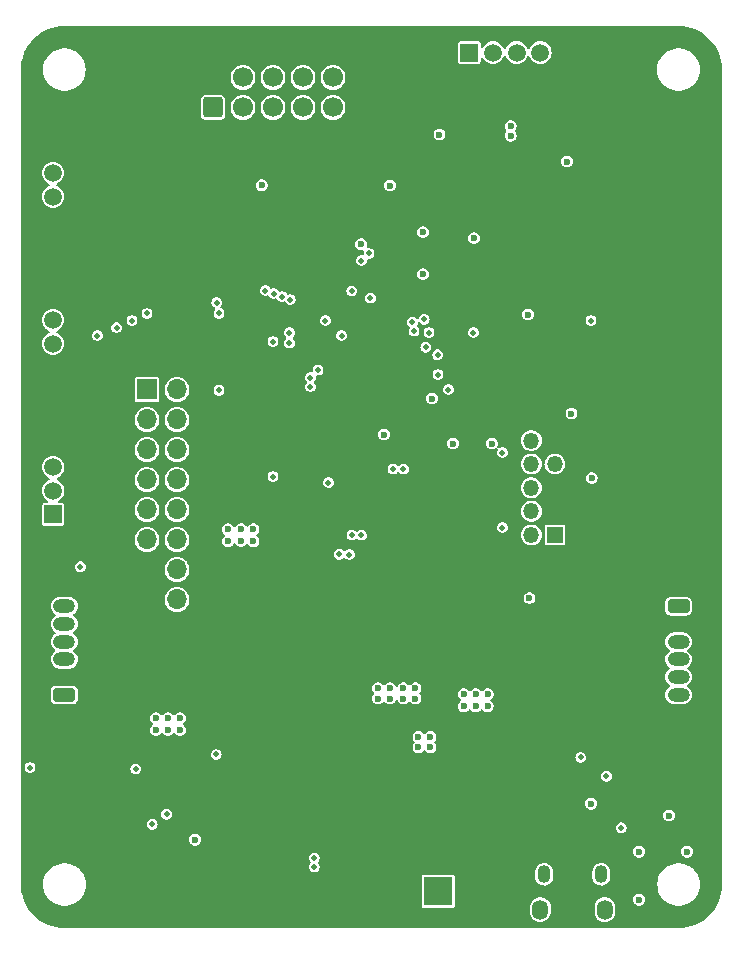
<source format=gbr>
%TF.GenerationSoftware,KiCad,Pcbnew,7.0.1*%
%TF.CreationDate,2023-10-06T11:10:41+02:00*%
%TF.ProjectId,Drv_board,4472765f-626f-4617-9264-2e6b69636164,rev?*%
%TF.SameCoordinates,Original*%
%TF.FileFunction,Copper,L2,Inr*%
%TF.FilePolarity,Positive*%
%FSLAX46Y46*%
G04 Gerber Fmt 4.6, Leading zero omitted, Abs format (unit mm)*
G04 Created by KiCad (PCBNEW 7.0.1) date 2023-10-06 11:10:41*
%MOMM*%
%LPD*%
G01*
G04 APERTURE LIST*
G04 Aperture macros list*
%AMRoundRect*
0 Rectangle with rounded corners*
0 $1 Rounding radius*
0 $2 $3 $4 $5 $6 $7 $8 $9 X,Y pos of 4 corners*
0 Add a 4 corners polygon primitive as box body*
4,1,4,$2,$3,$4,$5,$6,$7,$8,$9,$2,$3,0*
0 Add four circle primitives for the rounded corners*
1,1,$1+$1,$2,$3*
1,1,$1+$1,$4,$5*
1,1,$1+$1,$6,$7*
1,1,$1+$1,$8,$9*
0 Add four rect primitives between the rounded corners*
20,1,$1+$1,$2,$3,$4,$5,0*
20,1,$1+$1,$4,$5,$6,$7,0*
20,1,$1+$1,$6,$7,$8,$9,0*
20,1,$1+$1,$8,$9,$2,$3,0*%
G04 Aperture macros list end*
%TA.AperFunction,ComponentPad*%
%ADD10R,1.500000X1.500000*%
%TD*%
%TA.AperFunction,ComponentPad*%
%ADD11C,1.500000*%
%TD*%
%TA.AperFunction,ComponentPad*%
%ADD12R,1.350000X1.350000*%
%TD*%
%TA.AperFunction,ComponentPad*%
%ADD13O,1.350000X1.350000*%
%TD*%
%TA.AperFunction,ComponentPad*%
%ADD14O,1.350000X1.700000*%
%TD*%
%TA.AperFunction,ComponentPad*%
%ADD15O,1.100000X1.500000*%
%TD*%
%TA.AperFunction,ComponentPad*%
%ADD16RoundRect,0.250000X0.685000X-0.335000X0.685000X0.335000X-0.685000X0.335000X-0.685000X-0.335000X0*%
%TD*%
%TA.AperFunction,ComponentPad*%
%ADD17O,1.870000X1.170000*%
%TD*%
%TA.AperFunction,ComponentPad*%
%ADD18RoundRect,0.250000X0.600000X-0.600000X0.600000X0.600000X-0.600000X0.600000X-0.600000X-0.600000X0*%
%TD*%
%TA.AperFunction,ComponentPad*%
%ADD19C,1.700000*%
%TD*%
%TA.AperFunction,ComponentPad*%
%ADD20R,2.400000X2.400000*%
%TD*%
%TA.AperFunction,ComponentPad*%
%ADD21C,2.400000*%
%TD*%
%TA.AperFunction,ComponentPad*%
%ADD22R,1.700000X1.700000*%
%TD*%
%TA.AperFunction,ComponentPad*%
%ADD23O,1.700000X1.700000*%
%TD*%
%TA.AperFunction,ComponentPad*%
%ADD24RoundRect,0.250000X-0.685000X0.335000X-0.685000X-0.335000X0.685000X-0.335000X0.685000X0.335000X0*%
%TD*%
%TA.AperFunction,ViaPad*%
%ADD25C,0.600000*%
%TD*%
%TA.AperFunction,ViaPad*%
%ADD26C,0.500000*%
%TD*%
G04 APERTURE END LIST*
D10*
%TO.N,+5V*%
%TO.C,J5*%
X138294000Y-72560000D03*
D11*
%TO.N,SRF-05_TRIG*%
X140294000Y-72560000D03*
%TO.N,SRF-05_ECHO*%
X142294000Y-72560000D03*
%TO.N,SRF-05_IN*%
X144294000Y-72560000D03*
%TO.N,GND*%
X146294000Y-72560000D03*
%TD*%
D12*
%TO.N,+3.3V*%
%TO.C,J7*%
X145542000Y-113410000D03*
D13*
%TO.N,SWDIO*%
X143542000Y-113410000D03*
%TO.N,GND*%
X145542000Y-111410000D03*
%TO.N,SWCLK*%
X143542000Y-111410000D03*
%TO.N,GND*%
X145542000Y-109410000D03*
%TO.N,SWO*%
X143542000Y-109410000D03*
%TO.N,unconnected-(J7-Pin_7-Pad7)*%
X145542000Y-107410000D03*
%TO.N,unconnected-(J7-Pin_8-Pad8)*%
X143542000Y-107410000D03*
%TO.N,GND*%
X145542000Y-105410000D03*
%TO.N,NRST*%
X143542000Y-105410000D03*
%TD*%
D14*
%TO.N,unconnected-(J1-Shield-Pad6)*%
%TO.C,J1*%
X144311000Y-145133000D03*
D15*
X144621000Y-142133000D03*
X149461000Y-142133000D03*
D14*
X149771000Y-145133000D03*
%TD*%
D16*
%TO.N,A2*%
%TO.C,J8*%
X104000000Y-126940000D03*
D17*
%TO.N,GND*%
X104000000Y-125440000D03*
%TO.N,ENC_A_1*%
X104000000Y-123940000D03*
%TO.N,ENC_A_2*%
X104000000Y-122440000D03*
%TO.N,+3.3V*%
X104000000Y-120940000D03*
%TO.N,A1*%
X104000000Y-119440000D03*
%TD*%
D18*
%TO.N,+3.3V*%
%TO.C,J4*%
X116586000Y-77206500D03*
D19*
%TO.N,GND*%
X116586000Y-74666500D03*
%TO.N,QTR_CTRL*%
X119126000Y-77206500D03*
%TO.N,unconnected-(J4-Pin_4-Pad4)*%
X119126000Y-74666500D03*
%TO.N,QTR_4*%
X121666000Y-77206500D03*
%TO.N,QTR_5*%
X121666000Y-74666500D03*
%TO.N,QTR_2*%
X124206000Y-77206500D03*
%TO.N,QTR_3*%
X124206000Y-74666500D03*
%TO.N,QTR_0*%
X126746000Y-77206500D03*
%TO.N,QTR_1*%
X126746000Y-74666500D03*
%TD*%
D20*
%TO.N,+BATT*%
%TO.C,BT1*%
X135648200Y-143572000D03*
D21*
%TO.N,GND*%
X139148200Y-143572000D03*
%TD*%
D22*
%TO.N,EXT_USART_TX*%
%TO.C,J11*%
X110998000Y-101087000D03*
D23*
%TO.N,EXT_USART_RX*%
X113538000Y-101087000D03*
%TO.N,KEEP_ALIVE*%
X110998000Y-103627000D03*
%TO.N,Power_Btn*%
X113538000Y-103627000D03*
%TO.N,EXT_PC3*%
X110998000Y-106167000D03*
%TO.N,EXT_PC2*%
X113538000Y-106167000D03*
%TO.N,EXT_PA4*%
X110998000Y-108707000D03*
%TO.N,EXT_SPI_SCK*%
X113538000Y-108707000D03*
%TO.N,EXT_SPI_MISO*%
X110998000Y-111247000D03*
%TO.N,EXT_SPI_MOSI*%
X113538000Y-111247000D03*
%TO.N,I2C_SCL*%
X110998000Y-113787000D03*
%TO.N,I2C_SDA*%
X113538000Y-113787000D03*
%TO.N,GND*%
X110998000Y-116327000D03*
%TO.N,+3.3V*%
X113538000Y-116327000D03*
%TO.N,GND*%
X110998000Y-118867000D03*
%TO.N,+5V*%
X113538000Y-118867000D03*
%TD*%
D10*
%TO.N,GND*%
%TO.C,J2*%
X103040000Y-99212000D03*
D11*
%TO.N,WS_LED_1*%
X103040000Y-97212000D03*
%TO.N,+5V*%
X103040000Y-95212000D03*
%TO.N,GND*%
X103040000Y-93212000D03*
%TD*%
D10*
%TO.N,I2C_SDA*%
%TO.C,J6*%
X103047800Y-111664000D03*
D11*
%TO.N,I2C_SCL*%
X103047800Y-109664000D03*
%TO.N,+3.3V*%
X103047800Y-107664000D03*
%TO.N,GND*%
X103047800Y-105664000D03*
%TD*%
D24*
%TO.N,B2*%
%TO.C,J9*%
X156000000Y-119440000D03*
D17*
%TO.N,GND*%
X156000000Y-120940000D03*
%TO.N,ENC_B_1*%
X156000000Y-122440000D03*
%TO.N,ENC_B_2*%
X156000000Y-123940000D03*
%TO.N,+3.3V*%
X156000000Y-125440000D03*
%TO.N,B1*%
X156000000Y-126940000D03*
%TD*%
D10*
%TO.N,GND*%
%TO.C,J3*%
X103040000Y-86766000D03*
D11*
%TO.N,WS_LED_0*%
X103040000Y-84766000D03*
%TO.N,+5V*%
X103040000Y-82766000D03*
%TO.N,GND*%
X103040000Y-80766000D03*
%TD*%
D25*
%TO.N,+BATT*%
X115074200Y-139206000D03*
D26*
X101092000Y-133096000D03*
D25*
X152666200Y-144286000D03*
X152666200Y-140222000D03*
X155194000Y-137160000D03*
X148602200Y-136158000D03*
X156730200Y-140222000D03*
%TO.N,GND*%
X116979200Y-135396000D03*
X124206000Y-89916000D03*
X156464000Y-82194400D03*
X148844000Y-140208000D03*
X134886200Y-141238000D03*
X151485600Y-101904800D03*
X158750000Y-89611200D03*
X141998200Y-144794000D03*
X143395200Y-131586000D03*
X146558000Y-131318000D03*
X147828000Y-89611200D03*
X141998200Y-143016000D03*
X139700000Y-79603600D03*
X131572000Y-85394800D03*
X143395200Y-128665000D03*
X158750000Y-80060800D03*
X151485600Y-92989400D03*
D26*
X129235200Y-118110000D03*
D25*
X146202400Y-77927200D03*
X150012400Y-89611200D03*
X141998200Y-141238000D03*
D26*
X110121200Y-135650000D03*
D25*
X122301000Y-113919000D03*
X151485600Y-110794800D03*
X156565600Y-89611200D03*
X111607600Y-126085600D03*
D26*
X118872000Y-92202000D03*
D25*
X134366000Y-106172000D03*
D26*
X130759200Y-118110000D03*
D25*
X132461000Y-87757000D03*
X140505534Y-88930474D03*
X125869200Y-135878600D03*
X144145000Y-93322000D03*
X156565600Y-80060800D03*
X120691467Y-85357340D03*
X106692200Y-135396000D03*
X139446000Y-96647000D03*
X155448000Y-132842000D03*
D26*
X111391200Y-135650000D03*
D25*
X143395200Y-130062000D03*
X123456200Y-143143000D03*
X147828000Y-82245200D03*
X127014500Y-115951000D03*
X117906800Y-86319500D03*
X151892000Y-132842000D03*
X156870400Y-93014800D03*
X138442200Y-141238000D03*
X139319000Y-113919000D03*
X131953000Y-119126000D03*
X138811000Y-90678000D03*
X122301000Y-116967000D03*
X147828000Y-80060800D03*
X113423200Y-135396000D03*
D26*
X123825000Y-85705250D03*
D25*
X147828000Y-87833200D03*
X135382000Y-113919000D03*
X157988000Y-82194400D03*
D26*
X102768400Y-117068600D03*
D25*
X157988000Y-87477600D03*
X147943000Y-100457000D03*
X146927000Y-96139000D03*
D26*
X128524000Y-85738200D03*
D25*
X146032841Y-98135398D03*
X124460000Y-113919000D03*
D26*
X117094000Y-100457000D03*
D25*
X140258800Y-95961200D03*
X123444000Y-116967000D03*
X131064000Y-106426000D03*
X140690600Y-90680400D03*
X131559000Y-87109000D03*
X152196800Y-80060800D03*
X140589000Y-97155000D03*
X154381200Y-89611200D03*
X156464000Y-87477600D03*
X131953000Y-117983000D03*
X106692200Y-133618000D03*
X156870400Y-110794800D03*
X154381200Y-80060800D03*
X134874000Y-94488000D03*
X123418600Y-113893600D03*
X138811000Y-118745000D03*
X136664200Y-141238000D03*
X120700800Y-87084200D03*
D26*
X151892000Y-86614000D03*
D25*
X146558000Y-136906000D03*
D26*
X130048000Y-118110000D03*
D25*
X116586000Y-126111000D03*
X150012400Y-80060800D03*
X156870400Y-101904800D03*
D26*
X145313233Y-83337233D03*
D25*
X129044200Y-135904000D03*
D26*
X151892000Y-88138000D03*
D25*
X145364200Y-92204400D03*
X127012200Y-137428000D03*
X136652000Y-108824500D03*
X152196800Y-89611200D03*
X108216200Y-135396000D03*
X137287000Y-113919000D03*
D26*
X153924000Y-81026000D03*
D25*
X134328497Y-101854000D03*
X143510000Y-81534000D03*
X141859000Y-102362000D03*
X125869200Y-137047000D03*
X140220200Y-141238000D03*
%TO.N,+3.3V*%
X143383000Y-118745000D03*
X146939000Y-103124000D03*
X140208000Y-105664000D03*
X131064000Y-104902000D03*
X139839200Y-127903000D03*
X135763000Y-79502000D03*
X131572000Y-83820000D03*
X134366000Y-87757000D03*
X137807200Y-127903000D03*
D26*
X116899500Y-93726000D03*
D25*
X139839200Y-126887000D03*
X134366000Y-91313000D03*
X138823200Y-127903000D03*
X141782800Y-79603600D03*
D26*
X117094000Y-101156500D03*
D25*
X138823200Y-126887000D03*
X135128000Y-101854000D03*
X141782800Y-78790800D03*
X120700800Y-83782200D03*
X143256000Y-94742000D03*
X146558000Y-81788000D03*
X148654000Y-108585000D03*
X136906000Y-105664000D03*
X129133600Y-88798400D03*
X137807200Y-126887000D03*
X138684000Y-88265000D03*
D26*
%TO.N,NRST*%
X129921000Y-93345000D03*
D25*
%TO.N,5V_Conv*%
X133985000Y-131394200D03*
X133985000Y-130505200D03*
X135001000Y-131394200D03*
X135001000Y-130505200D03*
%TO.N,+6V*%
X112776000Y-128905000D03*
X118973600Y-113919000D03*
X117856000Y-112928400D03*
X111760000Y-128905000D03*
X120015000Y-112928400D03*
X117856000Y-113944400D03*
X120015000Y-113944400D03*
X113792000Y-129921000D03*
X113792000Y-128905000D03*
X118973600Y-112928400D03*
X112776000Y-129921000D03*
X111760000Y-129921000D03*
%TO.N,5V_Stab*%
X131572000Y-127254000D03*
X130556000Y-126365000D03*
X130556000Y-127254000D03*
X131572000Y-126365000D03*
D26*
%TO.N,Net-(IC1-SS)*%
X116852200Y-131992400D03*
X112661200Y-137047000D03*
%TO.N,Power_Btn*%
X125476000Y-99441000D03*
X126365000Y-108966000D03*
X147718200Y-132242500D03*
%TO.N,EN*%
X125158000Y-140755400D03*
X110045000Y-133211600D03*
X125158000Y-141517400D03*
%TO.N,Net-(IC1-FREQ)*%
X111442000Y-137910600D03*
%TO.N,DRV_MODE*%
X129159000Y-90170000D03*
X129159000Y-113411000D03*
%TO.N,DRV_NSLEEP*%
X128333500Y-92745500D03*
X128346200Y-113411000D03*
D25*
%TO.N,+5V*%
X132715000Y-126365000D03*
X133731000Y-127254000D03*
X133731000Y-126365000D03*
X132715000Y-127254000D03*
D26*
%TO.N,SRF-05_TRIG*%
X123063000Y-96266000D03*
%TO.N,SRF-05_ECHO*%
X123063000Y-97155000D03*
%TO.N,SRF-05_IN*%
X127473000Y-96520000D03*
%TO.N,I2C_SDA*%
X127274589Y-115041411D03*
X131826000Y-107823000D03*
%TO.N,I2C_SCL*%
X128143000Y-115062000D03*
X132715000Y-107823000D03*
%TO.N,WS_LED_1*%
X123127433Y-93472000D03*
%TO.N,SWCLK*%
X136525000Y-101092000D03*
%TO.N,SWO*%
X134594767Y-97510767D03*
%TO.N,WS_LED_0*%
X122428000Y-93218000D03*
X106807000Y-96520000D03*
%TO.N,ENC_A_1*%
X124841000Y-100838000D03*
%TO.N,ENC_A_2*%
X124841000Y-100076000D03*
%TO.N,ENC_B_1*%
X133604000Y-96139000D03*
%TO.N,ENC_B_2*%
X133477000Y-95377000D03*
%TO.N,LATCH_POWERUP*%
X149902200Y-133842000D03*
%TO.N,BOOT0*%
X141097000Y-106426000D03*
X134472672Y-95138000D03*
%TO.N,Net-(SW1-B)*%
X141097000Y-112776000D03*
%TO.N,BATT_ADC_0*%
X105359200Y-116103400D03*
X121666000Y-97028000D03*
%TO.N,KEEP_ALIVE*%
X126111000Y-95250000D03*
X151142200Y-138190000D03*
X121666000Y-108458000D03*
%TO.N,Net-(U2-PC15)*%
X129794000Y-89570000D03*
X148590000Y-95250000D03*
%TO.N,EXT_USART_TX*%
X108423000Y-95850000D03*
X121716800Y-92964000D03*
%TO.N,EXT_USART_RX*%
X121017297Y-92710000D03*
X109728000Y-95250500D03*
%TO.N,NRF_SCK*%
X135607819Y-98147319D03*
X135636000Y-99824500D03*
%TO.N,MPU-6050_IRQ*%
X134874000Y-96266000D03*
X138633500Y-96266000D03*
%TO.N,EXT_PA4*%
X110998000Y-94650500D03*
X117094000Y-94650500D03*
%TD*%
%TA.AperFunction,Conductor*%
%TO.N,GND*%
G36*
X156003032Y-70300648D02*
G01*
X156356532Y-70318015D01*
X156368640Y-70319208D01*
X156477576Y-70335367D01*
X156715717Y-70370692D01*
X156727635Y-70373062D01*
X157068008Y-70458321D01*
X157079646Y-70461852D01*
X157409996Y-70580054D01*
X157421237Y-70584710D01*
X157646857Y-70691419D01*
X157738433Y-70734731D01*
X157749150Y-70740459D01*
X158050102Y-70920843D01*
X158060220Y-70927603D01*
X158342049Y-71136622D01*
X158351455Y-71144342D01*
X158611436Y-71379974D01*
X158620025Y-71388563D01*
X158781782Y-71567035D01*
X158855657Y-71648544D01*
X158863377Y-71657950D01*
X159072396Y-71939779D01*
X159079156Y-71949897D01*
X159255679Y-72244408D01*
X159259533Y-72250837D01*
X159265270Y-72261570D01*
X159415289Y-72578762D01*
X159419945Y-72590003D01*
X159538147Y-72920353D01*
X159541680Y-72931998D01*
X159626934Y-73272351D01*
X159629308Y-73284287D01*
X159680791Y-73631359D01*
X159681984Y-73643468D01*
X159699351Y-73996966D01*
X159699500Y-74003051D01*
X159699500Y-142996954D01*
X159699350Y-143003048D01*
X159681989Y-143355880D01*
X159680793Y-143368009D01*
X159629325Y-143714431D01*
X159626943Y-143726383D01*
X159541721Y-144066058D01*
X159538178Y-144077719D01*
X159420018Y-144407402D01*
X159415347Y-144418660D01*
X159265395Y-144735143D01*
X159259642Y-144745887D01*
X159079343Y-145046127D01*
X159072562Y-145056254D01*
X158863660Y-145337343D01*
X158855919Y-145346756D01*
X158620434Y-145605977D01*
X158611805Y-145614585D01*
X158352010Y-145849437D01*
X158342578Y-145857156D01*
X158060977Y-146065374D01*
X158050833Y-146072129D01*
X157750169Y-146251686D01*
X157739411Y-146257413D01*
X157422549Y-146406598D01*
X157411281Y-146411242D01*
X157081319Y-146528595D01*
X157069649Y-146532110D01*
X156729752Y-146616507D01*
X156717793Y-146618859D01*
X156371262Y-146669479D01*
X156359130Y-146670646D01*
X156006231Y-146687146D01*
X156000140Y-146687281D01*
X155960389Y-146687184D01*
X155955608Y-146687173D01*
X155937024Y-146687128D01*
X155935807Y-146687319D01*
X104004103Y-146711678D01*
X103997595Y-146711510D01*
X103643902Y-146693087D01*
X103631818Y-146691862D01*
X103284383Y-146639342D01*
X103272478Y-146636941D01*
X102931847Y-146550686D01*
X102920234Y-146547132D01*
X102589672Y-146427966D01*
X102578461Y-146423292D01*
X102261152Y-146272363D01*
X102250454Y-146266616D01*
X101949416Y-146085361D01*
X101939330Y-146078594D01*
X101657479Y-145868767D01*
X101648104Y-145861046D01*
X101388132Y-145624653D01*
X101379557Y-145616052D01*
X101144053Y-145355466D01*
X143435500Y-145355466D01*
X143450926Y-145497315D01*
X143489061Y-145610494D01*
X143511733Y-145677780D01*
X143552808Y-145746047D01*
X143609911Y-145840955D01*
X143678753Y-145913630D01*
X143740871Y-145979207D01*
X143898490Y-146086075D01*
X144075398Y-146156562D01*
X144263322Y-146187370D01*
X144453475Y-146177061D01*
X144636967Y-146126114D01*
X144805216Y-146036914D01*
X144950357Y-145913631D01*
X145065602Y-145762029D01*
X145145562Y-145589197D01*
X145186500Y-145403216D01*
X145186500Y-145355466D01*
X148895500Y-145355466D01*
X148910926Y-145497315D01*
X148949061Y-145610494D01*
X148971733Y-145677780D01*
X149012808Y-145746047D01*
X149069911Y-145840955D01*
X149138753Y-145913630D01*
X149200871Y-145979207D01*
X149358490Y-146086075D01*
X149535398Y-146156562D01*
X149723322Y-146187370D01*
X149913475Y-146177061D01*
X150096967Y-146126114D01*
X150265216Y-146036914D01*
X150410357Y-145913631D01*
X150525602Y-145762029D01*
X150605562Y-145589197D01*
X150646500Y-145403216D01*
X150646500Y-144910535D01*
X150631073Y-144768684D01*
X150570267Y-144588220D01*
X150472089Y-144425046D01*
X150472088Y-144425044D01*
X150403246Y-144352369D01*
X150341129Y-144286793D01*
X150339959Y-144286000D01*
X152160553Y-144286000D01*
X152181034Y-144428457D01*
X152240823Y-144559374D01*
X152335070Y-144668141D01*
X152335072Y-144668143D01*
X152456147Y-144745953D01*
X152594239Y-144786500D01*
X152738161Y-144786500D01*
X152876253Y-144745953D01*
X152997328Y-144668143D01*
X153091577Y-144559373D01*
X153151365Y-144428457D01*
X153171847Y-144286000D01*
X153151365Y-144143543D01*
X153149694Y-144139885D01*
X153091576Y-144012625D01*
X152997329Y-143903858D01*
X152997328Y-143903857D01*
X152876253Y-143826047D01*
X152738161Y-143785500D01*
X152594239Y-143785500D01*
X152456147Y-143826047D01*
X152335070Y-143903858D01*
X152240823Y-144012625D01*
X152181034Y-144143542D01*
X152160553Y-144286000D01*
X150339959Y-144286000D01*
X150183510Y-144179925D01*
X150006602Y-144109438D01*
X149818678Y-144078630D01*
X149818675Y-144078630D01*
X149628525Y-144088938D01*
X149445035Y-144139885D01*
X149276782Y-144229087D01*
X149131642Y-144352369D01*
X149016399Y-144503968D01*
X148936437Y-144676804D01*
X148911136Y-144791748D01*
X148898264Y-144850230D01*
X148895500Y-144862785D01*
X148895500Y-145355466D01*
X145186500Y-145355466D01*
X145186500Y-144910535D01*
X145171073Y-144768684D01*
X145110267Y-144588220D01*
X145012089Y-144425046D01*
X145012088Y-144425044D01*
X144943246Y-144352369D01*
X144881129Y-144286793D01*
X144723510Y-144179925D01*
X144546602Y-144109438D01*
X144358678Y-144078630D01*
X144358675Y-144078630D01*
X144168525Y-144088938D01*
X143985035Y-144139885D01*
X143816782Y-144229087D01*
X143671642Y-144352369D01*
X143556399Y-144503968D01*
X143476437Y-144676804D01*
X143451136Y-144791748D01*
X143438264Y-144850230D01*
X143435500Y-144862785D01*
X143435500Y-145355466D01*
X101144053Y-145355466D01*
X101143951Y-145355353D01*
X101136259Y-145345954D01*
X100927295Y-145063466D01*
X100920559Y-145053360D01*
X100799097Y-144850231D01*
X100740226Y-144751777D01*
X100734514Y-144741066D01*
X100734323Y-144740661D01*
X100584541Y-144423272D01*
X100579913Y-144412073D01*
X100461749Y-144081129D01*
X100458239Y-144069537D01*
X100373015Y-143728615D01*
X100370655Y-143716728D01*
X100319194Y-143369115D01*
X100318007Y-143357032D01*
X100300649Y-143003005D01*
X100300575Y-143000000D01*
X102206650Y-143000000D01*
X102226816Y-143269100D01*
X102249645Y-143369119D01*
X102286866Y-143532195D01*
X102385457Y-143783398D01*
X102520385Y-144017102D01*
X102688639Y-144228085D01*
X102886459Y-144411635D01*
X103109426Y-144563651D01*
X103352559Y-144680738D01*
X103610428Y-144760280D01*
X103877271Y-144800500D01*
X104147129Y-144800500D01*
X104205188Y-144791749D01*
X134247700Y-144791749D01*
X134259332Y-144850230D01*
X134303647Y-144916552D01*
X134369969Y-144960867D01*
X134428451Y-144972500D01*
X134428452Y-144972500D01*
X136867948Y-144972500D01*
X136867949Y-144972500D01*
X136897189Y-144966683D01*
X136926431Y-144960867D01*
X136992752Y-144916552D01*
X137037067Y-144850231D01*
X137048700Y-144791748D01*
X137048700Y-142376709D01*
X143870500Y-142376709D01*
X143875645Y-142420723D01*
X143885759Y-142507257D01*
X143945762Y-142672116D01*
X144042170Y-142818696D01*
X144169780Y-142939091D01*
X144169782Y-142939092D01*
X144321719Y-143026812D01*
X144489790Y-143077130D01*
X144656250Y-143086825D01*
X144664934Y-143087331D01*
X144664934Y-143087330D01*
X144664935Y-143087331D01*
X144837711Y-143056865D01*
X144998804Y-142987377D01*
X145139530Y-142882610D01*
X145252302Y-142748214D01*
X145331040Y-142591433D01*
X145336904Y-142566691D01*
X145371500Y-142420723D01*
X145371500Y-142376709D01*
X148710500Y-142376709D01*
X148715645Y-142420723D01*
X148725759Y-142507257D01*
X148785762Y-142672116D01*
X148882170Y-142818696D01*
X149009780Y-142939091D01*
X149009782Y-142939092D01*
X149161719Y-143026812D01*
X149329790Y-143077130D01*
X149496250Y-143086825D01*
X149504934Y-143087331D01*
X149504934Y-143087330D01*
X149504935Y-143087331D01*
X149677711Y-143056865D01*
X149809543Y-142999999D01*
X154206650Y-142999999D01*
X154226816Y-143269100D01*
X154249645Y-143369119D01*
X154286866Y-143532195D01*
X154385457Y-143783398D01*
X154520385Y-144017102D01*
X154688639Y-144228085D01*
X154886459Y-144411635D01*
X155109426Y-144563651D01*
X155352559Y-144680738D01*
X155610428Y-144760280D01*
X155877271Y-144800500D01*
X156147129Y-144800500D01*
X156413972Y-144760280D01*
X156671841Y-144680738D01*
X156914975Y-144563651D01*
X157137941Y-144411635D01*
X157335761Y-144228085D01*
X157504015Y-144017102D01*
X157638943Y-143783398D01*
X157737534Y-143532195D01*
X157797583Y-143269103D01*
X157817749Y-143000000D01*
X157797583Y-142730897D01*
X157737534Y-142467805D01*
X157638943Y-142216602D01*
X157504015Y-141982898D01*
X157335761Y-141771915D01*
X157199654Y-141645626D01*
X157137943Y-141588366D01*
X157080405Y-141549137D01*
X156914975Y-141436349D01*
X156671841Y-141319262D01*
X156540093Y-141278623D01*
X156413971Y-141239719D01*
X156147129Y-141199500D01*
X155877271Y-141199500D01*
X155610428Y-141239719D01*
X155352559Y-141319262D01*
X155109428Y-141436347D01*
X154886457Y-141588366D01*
X154688639Y-141771915D01*
X154520384Y-141982899D01*
X154385457Y-142216601D01*
X154286866Y-142467804D01*
X154226816Y-142730899D01*
X154206650Y-142999999D01*
X149809543Y-142999999D01*
X149838804Y-142987377D01*
X149979530Y-142882610D01*
X150092302Y-142748214D01*
X150171040Y-142591433D01*
X150176904Y-142566691D01*
X150211500Y-142420723D01*
X150211500Y-141889296D01*
X150211500Y-141889291D01*
X150196241Y-141758745D01*
X150136237Y-141593883D01*
X150039830Y-141447304D01*
X150039829Y-141447303D01*
X149912219Y-141326908D01*
X149760281Y-141239188D01*
X149760280Y-141239187D01*
X149592210Y-141188870D01*
X149566156Y-141187352D01*
X149417065Y-141178668D01*
X149270188Y-141204567D01*
X149244289Y-141209135D01*
X149174618Y-141239188D01*
X149083195Y-141278623D01*
X148942469Y-141383390D01*
X148829699Y-141517783D01*
X148750958Y-141674570D01*
X148719900Y-141805617D01*
X148710500Y-141845279D01*
X148710500Y-142376709D01*
X145371500Y-142376709D01*
X145371500Y-141889296D01*
X145371500Y-141889291D01*
X145356241Y-141758745D01*
X145296237Y-141593883D01*
X145199830Y-141447304D01*
X145199829Y-141447303D01*
X145072219Y-141326908D01*
X144920281Y-141239188D01*
X144920280Y-141239187D01*
X144752210Y-141188870D01*
X144726156Y-141187352D01*
X144577065Y-141178668D01*
X144430188Y-141204567D01*
X144404289Y-141209135D01*
X144334618Y-141239188D01*
X144243195Y-141278623D01*
X144102469Y-141383390D01*
X143989699Y-141517783D01*
X143910958Y-141674570D01*
X143879900Y-141805617D01*
X143870500Y-141845279D01*
X143870500Y-142376709D01*
X137048700Y-142376709D01*
X137048700Y-142352252D01*
X137037067Y-142293769D01*
X136992752Y-142227447D01*
X136926430Y-142183132D01*
X136867949Y-142171500D01*
X136867948Y-142171500D01*
X134428452Y-142171500D01*
X134428451Y-142171500D01*
X134369969Y-142183132D01*
X134303647Y-142227447D01*
X134259332Y-142293769D01*
X134247700Y-142352251D01*
X134247700Y-144791749D01*
X104205188Y-144791749D01*
X104413972Y-144760280D01*
X104671841Y-144680738D01*
X104914975Y-144563651D01*
X105137941Y-144411635D01*
X105335761Y-144228085D01*
X105504015Y-144017102D01*
X105638943Y-143783398D01*
X105737534Y-143532195D01*
X105797583Y-143269103D01*
X105817749Y-143000000D01*
X105797583Y-142730897D01*
X105737534Y-142467805D01*
X105638943Y-142216602D01*
X105504015Y-141982898D01*
X105335761Y-141771915D01*
X105199654Y-141645626D01*
X105137943Y-141588366D01*
X105080405Y-141549137D01*
X105033855Y-141517400D01*
X124702867Y-141517400D01*
X124705184Y-141533517D01*
X124721302Y-141645626D01*
X124775118Y-141763464D01*
X124811644Y-141805617D01*
X124859951Y-141861367D01*
X124888640Y-141879804D01*
X124968931Y-141931405D01*
X125093227Y-141967900D01*
X125093228Y-141967900D01*
X125222772Y-141967900D01*
X125222773Y-141967900D01*
X125347068Y-141931405D01*
X125375758Y-141912966D01*
X125456049Y-141861367D01*
X125540882Y-141763463D01*
X125594697Y-141645626D01*
X125613133Y-141517400D01*
X125594697Y-141389174D01*
X125540882Y-141271337D01*
X125494319Y-141217600D01*
X125467529Y-141165634D01*
X125467529Y-141107166D01*
X125494319Y-141055199D01*
X125540882Y-141001463D01*
X125594697Y-140883626D01*
X125613133Y-140755400D01*
X125594697Y-140627174D01*
X125540882Y-140509337D01*
X125540881Y-140509336D01*
X125540881Y-140509335D01*
X125456049Y-140411433D01*
X125347068Y-140341394D01*
X125222773Y-140304900D01*
X125222772Y-140304900D01*
X125093228Y-140304900D01*
X125093227Y-140304900D01*
X124968931Y-140341394D01*
X124859950Y-140411433D01*
X124775118Y-140509335D01*
X124721302Y-140627173D01*
X124702867Y-140755399D01*
X124721302Y-140883626D01*
X124775117Y-141001462D01*
X124821679Y-141055198D01*
X124848470Y-141107166D01*
X124848470Y-141165634D01*
X124821679Y-141217602D01*
X124775117Y-141271337D01*
X124721302Y-141389173D01*
X124714520Y-141436348D01*
X124702867Y-141517400D01*
X105033855Y-141517400D01*
X104914975Y-141436349D01*
X104671841Y-141319262D01*
X104540093Y-141278623D01*
X104413971Y-141239719D01*
X104147129Y-141199500D01*
X103877271Y-141199500D01*
X103610428Y-141239719D01*
X103352559Y-141319262D01*
X103109428Y-141436347D01*
X102886457Y-141588366D01*
X102688639Y-141771915D01*
X102520384Y-141982899D01*
X102385457Y-142216601D01*
X102286866Y-142467804D01*
X102226816Y-142730899D01*
X102206650Y-143000000D01*
X100300575Y-143000000D01*
X100300500Y-142996933D01*
X100300500Y-140222000D01*
X152160553Y-140222000D01*
X152181034Y-140364457D01*
X152240823Y-140495374D01*
X152335070Y-140604141D01*
X152335072Y-140604143D01*
X152456147Y-140681953D01*
X152594239Y-140722500D01*
X152738161Y-140722500D01*
X152876253Y-140681953D01*
X152997328Y-140604143D01*
X153091577Y-140495373D01*
X153151365Y-140364457D01*
X153171847Y-140222000D01*
X156224553Y-140222000D01*
X156245034Y-140364457D01*
X156304823Y-140495374D01*
X156399070Y-140604141D01*
X156399072Y-140604143D01*
X156520147Y-140681953D01*
X156658239Y-140722500D01*
X156802161Y-140722500D01*
X156940253Y-140681953D01*
X157061328Y-140604143D01*
X157155577Y-140495373D01*
X157215365Y-140364457D01*
X157235847Y-140222000D01*
X157215365Y-140079543D01*
X157155577Y-139948627D01*
X157155576Y-139948626D01*
X157155576Y-139948625D01*
X157061329Y-139839858D01*
X157061328Y-139839857D01*
X156940253Y-139762047D01*
X156802161Y-139721500D01*
X156658239Y-139721500D01*
X156520147Y-139762047D01*
X156399070Y-139839858D01*
X156304823Y-139948625D01*
X156245034Y-140079542D01*
X156224553Y-140222000D01*
X153171847Y-140222000D01*
X153151365Y-140079543D01*
X153091577Y-139948627D01*
X153091576Y-139948626D01*
X153091576Y-139948625D01*
X152997329Y-139839858D01*
X152997328Y-139839857D01*
X152876253Y-139762047D01*
X152738161Y-139721500D01*
X152594239Y-139721500D01*
X152456147Y-139762047D01*
X152335070Y-139839858D01*
X152240823Y-139948625D01*
X152181034Y-140079542D01*
X152160553Y-140222000D01*
X100300500Y-140222000D01*
X100300500Y-139206000D01*
X114568553Y-139206000D01*
X114589034Y-139348457D01*
X114648823Y-139479374D01*
X114743070Y-139588141D01*
X114743072Y-139588143D01*
X114864147Y-139665953D01*
X115002239Y-139706500D01*
X115146161Y-139706500D01*
X115284253Y-139665953D01*
X115405328Y-139588143D01*
X115499577Y-139479373D01*
X115559365Y-139348457D01*
X115579847Y-139206000D01*
X115559365Y-139063543D01*
X115499577Y-138932627D01*
X115499576Y-138932626D01*
X115499576Y-138932625D01*
X115405329Y-138823858D01*
X115405328Y-138823857D01*
X115284253Y-138746047D01*
X115146161Y-138705500D01*
X115002239Y-138705500D01*
X114864147Y-138746047D01*
X114743070Y-138823858D01*
X114648823Y-138932625D01*
X114589034Y-139063542D01*
X114568553Y-139206000D01*
X100300500Y-139206000D01*
X100300500Y-137910600D01*
X110986867Y-137910600D01*
X111005302Y-138038826D01*
X111059118Y-138156664D01*
X111088004Y-138190000D01*
X111143951Y-138254567D01*
X111172640Y-138273004D01*
X111252931Y-138324605D01*
X111377227Y-138361100D01*
X111377228Y-138361100D01*
X111506772Y-138361100D01*
X111506773Y-138361100D01*
X111631068Y-138324605D01*
X111659758Y-138306166D01*
X111740049Y-138254567D01*
X111795996Y-138190000D01*
X150687067Y-138190000D01*
X150705502Y-138318226D01*
X150759318Y-138436064D01*
X150844150Y-138533966D01*
X150844151Y-138533967D01*
X150872840Y-138552404D01*
X150953131Y-138604005D01*
X151077427Y-138640500D01*
X151077428Y-138640500D01*
X151206972Y-138640500D01*
X151206973Y-138640500D01*
X151331268Y-138604005D01*
X151359958Y-138585566D01*
X151440249Y-138533967D01*
X151525082Y-138436063D01*
X151578897Y-138318226D01*
X151597333Y-138190000D01*
X151578897Y-138061774D01*
X151525082Y-137943937D01*
X151525081Y-137943936D01*
X151525081Y-137943935D01*
X151440249Y-137846033D01*
X151331268Y-137775994D01*
X151206973Y-137739500D01*
X151206972Y-137739500D01*
X151077428Y-137739500D01*
X151077427Y-137739500D01*
X150953131Y-137775994D01*
X150844150Y-137846033D01*
X150759318Y-137943935D01*
X150705502Y-138061773D01*
X150687067Y-138190000D01*
X111795996Y-138190000D01*
X111824882Y-138156663D01*
X111878697Y-138038826D01*
X111897133Y-137910600D01*
X111878697Y-137782374D01*
X111875784Y-137775996D01*
X111824881Y-137664535D01*
X111740049Y-137566633D01*
X111631068Y-137496594D01*
X111506773Y-137460100D01*
X111506772Y-137460100D01*
X111377228Y-137460100D01*
X111377227Y-137460100D01*
X111252931Y-137496594D01*
X111143950Y-137566633D01*
X111059118Y-137664535D01*
X111005302Y-137782373D01*
X110986867Y-137910600D01*
X100300500Y-137910600D01*
X100300500Y-137047000D01*
X112206067Y-137047000D01*
X112224502Y-137175226D01*
X112278318Y-137293064D01*
X112363150Y-137390966D01*
X112363151Y-137390967D01*
X112391840Y-137409404D01*
X112472131Y-137461005D01*
X112596427Y-137497500D01*
X112596428Y-137497500D01*
X112725972Y-137497500D01*
X112725973Y-137497500D01*
X112850268Y-137461005D01*
X112893264Y-137433373D01*
X112959249Y-137390967D01*
X113044082Y-137293063D01*
X113097897Y-137175226D01*
X113100086Y-137159999D01*
X154688353Y-137159999D01*
X154708834Y-137302457D01*
X154768623Y-137433374D01*
X154862870Y-137542141D01*
X154862872Y-137542143D01*
X154983947Y-137619953D01*
X155122039Y-137660500D01*
X155265961Y-137660500D01*
X155404053Y-137619953D01*
X155525128Y-137542143D01*
X155619377Y-137433373D01*
X155679165Y-137302457D01*
X155699647Y-137160000D01*
X155679165Y-137017543D01*
X155619377Y-136886627D01*
X155619376Y-136886626D01*
X155619376Y-136886625D01*
X155525129Y-136777858D01*
X155525128Y-136777857D01*
X155404053Y-136700047D01*
X155265961Y-136659500D01*
X155122039Y-136659500D01*
X154983947Y-136700047D01*
X154862870Y-136777858D01*
X154768623Y-136886625D01*
X154708834Y-137017542D01*
X154688353Y-137159999D01*
X113100086Y-137159999D01*
X113116333Y-137047000D01*
X113097897Y-136918774D01*
X113044082Y-136800937D01*
X113044081Y-136800936D01*
X113044081Y-136800935D01*
X112959249Y-136703033D01*
X112850268Y-136632994D01*
X112725973Y-136596500D01*
X112725972Y-136596500D01*
X112596428Y-136596500D01*
X112596427Y-136596500D01*
X112472131Y-136632994D01*
X112363150Y-136703033D01*
X112278318Y-136800935D01*
X112224502Y-136918773D01*
X112206067Y-137047000D01*
X100300500Y-137047000D01*
X100300500Y-136158000D01*
X148096553Y-136158000D01*
X148117034Y-136300457D01*
X148176823Y-136431374D01*
X148271070Y-136540141D01*
X148271072Y-136540143D01*
X148392147Y-136617953D01*
X148530239Y-136658500D01*
X148674161Y-136658500D01*
X148812253Y-136617953D01*
X148933328Y-136540143D01*
X149027577Y-136431373D01*
X149087365Y-136300457D01*
X149107847Y-136158000D01*
X149087365Y-136015543D01*
X149027577Y-135884627D01*
X149027576Y-135884626D01*
X149027576Y-135884625D01*
X148933329Y-135775858D01*
X148933328Y-135775857D01*
X148812253Y-135698047D01*
X148674161Y-135657500D01*
X148530239Y-135657500D01*
X148392147Y-135698047D01*
X148271070Y-135775858D01*
X148176823Y-135884625D01*
X148117034Y-136015542D01*
X148096553Y-136158000D01*
X100300500Y-136158000D01*
X100300500Y-133842000D01*
X149447067Y-133842000D01*
X149465502Y-133970226D01*
X149519318Y-134088064D01*
X149604150Y-134185966D01*
X149604151Y-134185967D01*
X149632840Y-134204404D01*
X149713131Y-134256005D01*
X149837427Y-134292500D01*
X149837428Y-134292500D01*
X149966972Y-134292500D01*
X149966973Y-134292500D01*
X150091268Y-134256005D01*
X150119958Y-134237566D01*
X150200249Y-134185967D01*
X150285082Y-134088063D01*
X150338897Y-133970226D01*
X150357333Y-133842000D01*
X150338897Y-133713774D01*
X150285082Y-133595937D01*
X150285081Y-133595936D01*
X150285081Y-133595935D01*
X150200249Y-133498033D01*
X150091268Y-133427994D01*
X149966973Y-133391500D01*
X149966972Y-133391500D01*
X149837428Y-133391500D01*
X149837427Y-133391500D01*
X149713131Y-133427994D01*
X149604150Y-133498033D01*
X149519318Y-133595935D01*
X149465502Y-133713773D01*
X149447067Y-133842000D01*
X100300500Y-133842000D01*
X100300500Y-133096000D01*
X100636867Y-133096000D01*
X100655302Y-133224226D01*
X100709118Y-133342064D01*
X100783576Y-133427994D01*
X100793951Y-133439967D01*
X100821487Y-133457663D01*
X100902931Y-133510005D01*
X101027227Y-133546500D01*
X101027228Y-133546500D01*
X101156772Y-133546500D01*
X101156773Y-133546500D01*
X101281068Y-133510005D01*
X101309758Y-133491566D01*
X101390049Y-133439967D01*
X101474882Y-133342063D01*
X101528697Y-133224226D01*
X101530512Y-133211600D01*
X109589867Y-133211600D01*
X109608302Y-133339826D01*
X109662118Y-133457664D01*
X109746950Y-133555566D01*
X109746951Y-133555567D01*
X109775640Y-133574004D01*
X109855931Y-133625605D01*
X109980227Y-133662100D01*
X109980228Y-133662100D01*
X110109772Y-133662100D01*
X110109773Y-133662100D01*
X110234068Y-133625605D01*
X110280235Y-133595935D01*
X110343049Y-133555567D01*
X110427882Y-133457663D01*
X110481697Y-133339826D01*
X110500133Y-133211600D01*
X110481697Y-133083374D01*
X110427882Y-132965537D01*
X110427881Y-132965536D01*
X110427881Y-132965535D01*
X110343049Y-132867633D01*
X110234068Y-132797594D01*
X110109773Y-132761100D01*
X110109772Y-132761100D01*
X109980228Y-132761100D01*
X109980227Y-132761100D01*
X109855931Y-132797594D01*
X109746950Y-132867633D01*
X109662118Y-132965535D01*
X109608302Y-133083373D01*
X109589867Y-133211600D01*
X101530512Y-133211600D01*
X101547133Y-133096000D01*
X101528697Y-132967774D01*
X101527675Y-132965537D01*
X101474881Y-132849935D01*
X101390049Y-132752033D01*
X101281068Y-132681994D01*
X101156773Y-132645500D01*
X101156772Y-132645500D01*
X101027228Y-132645500D01*
X101027227Y-132645500D01*
X100902931Y-132681994D01*
X100793950Y-132752033D01*
X100709118Y-132849935D01*
X100655302Y-132967773D01*
X100636867Y-133096000D01*
X100300500Y-133096000D01*
X100300500Y-131992400D01*
X116397067Y-131992400D01*
X116415502Y-132120626D01*
X116469318Y-132238464D01*
X116554150Y-132336366D01*
X116554151Y-132336367D01*
X116582840Y-132354804D01*
X116663131Y-132406405D01*
X116787427Y-132442900D01*
X116787428Y-132442900D01*
X116916972Y-132442900D01*
X116916973Y-132442900D01*
X117041268Y-132406405D01*
X117096785Y-132370726D01*
X117150249Y-132336367D01*
X117231584Y-132242500D01*
X147263067Y-132242500D01*
X147281502Y-132370726D01*
X147335318Y-132488564D01*
X147420150Y-132586466D01*
X147420151Y-132586467D01*
X147448840Y-132604904D01*
X147529131Y-132656505D01*
X147653427Y-132693000D01*
X147653428Y-132693000D01*
X147782972Y-132693000D01*
X147782973Y-132693000D01*
X147907268Y-132656505D01*
X147935958Y-132638066D01*
X148016249Y-132586467D01*
X148101082Y-132488563D01*
X148154897Y-132370726D01*
X148173333Y-132242500D01*
X148154897Y-132114274D01*
X148101082Y-131996437D01*
X148101081Y-131996436D01*
X148101081Y-131996435D01*
X148016249Y-131898533D01*
X147907268Y-131828494D01*
X147782973Y-131792000D01*
X147782972Y-131792000D01*
X147653428Y-131792000D01*
X147653427Y-131792000D01*
X147529131Y-131828494D01*
X147420150Y-131898533D01*
X147335318Y-131996435D01*
X147281502Y-132114273D01*
X147263067Y-132242500D01*
X117231584Y-132242500D01*
X117235082Y-132238463D01*
X117288897Y-132120626D01*
X117307333Y-131992400D01*
X117288897Y-131864174D01*
X117272603Y-131828496D01*
X117235081Y-131746335D01*
X117150249Y-131648433D01*
X117041268Y-131578394D01*
X116916973Y-131541900D01*
X116916972Y-131541900D01*
X116787428Y-131541900D01*
X116787427Y-131541900D01*
X116663131Y-131578394D01*
X116554150Y-131648433D01*
X116469318Y-131746335D01*
X116415502Y-131864173D01*
X116397067Y-131992400D01*
X100300500Y-131992400D01*
X100300500Y-131394199D01*
X133479353Y-131394199D01*
X133499834Y-131536657D01*
X133559623Y-131667574D01*
X133653870Y-131776341D01*
X133653872Y-131776343D01*
X133774947Y-131854153D01*
X133913039Y-131894700D01*
X134056961Y-131894700D01*
X134195053Y-131854153D01*
X134316128Y-131776343D01*
X134399287Y-131680370D01*
X134441488Y-131648780D01*
X134493000Y-131637574D01*
X134544512Y-131648780D01*
X134586712Y-131680370D01*
X134669872Y-131776343D01*
X134790947Y-131854153D01*
X134929039Y-131894700D01*
X135072961Y-131894700D01*
X135211053Y-131854153D01*
X135332128Y-131776343D01*
X135426377Y-131667573D01*
X135486165Y-131536657D01*
X135506647Y-131394200D01*
X135486165Y-131251743D01*
X135426377Y-131120827D01*
X135426376Y-131120826D01*
X135426376Y-131120825D01*
X135348458Y-131030902D01*
X135321666Y-130978934D01*
X135321666Y-130920466D01*
X135348458Y-130868498D01*
X135426376Y-130778574D01*
X135426375Y-130778574D01*
X135426377Y-130778573D01*
X135486165Y-130647657D01*
X135506647Y-130505200D01*
X135486165Y-130362743D01*
X135458945Y-130303141D01*
X135426376Y-130231825D01*
X135332129Y-130123058D01*
X135332128Y-130123057D01*
X135211053Y-130045247D01*
X135072961Y-130004700D01*
X134929039Y-130004700D01*
X134790947Y-130045247D01*
X134669869Y-130123058D01*
X134586713Y-130219027D01*
X134544512Y-130250619D01*
X134493000Y-130261825D01*
X134441488Y-130250619D01*
X134399287Y-130219027D01*
X134316130Y-130123058D01*
X134223388Y-130063457D01*
X134195053Y-130045247D01*
X134056961Y-130004700D01*
X133913039Y-130004700D01*
X133774947Y-130045247D01*
X133653870Y-130123058D01*
X133559623Y-130231825D01*
X133499834Y-130362742D01*
X133479353Y-130505200D01*
X133499834Y-130647657D01*
X133559623Y-130778574D01*
X133637542Y-130868498D01*
X133664334Y-130920466D01*
X133664334Y-130978934D01*
X133637542Y-131030902D01*
X133559623Y-131120825D01*
X133499834Y-131251742D01*
X133479353Y-131394199D01*
X100300500Y-131394199D01*
X100300500Y-129921000D01*
X111254353Y-129921000D01*
X111274834Y-130063457D01*
X111334623Y-130194374D01*
X111393070Y-130261825D01*
X111428872Y-130303143D01*
X111549947Y-130380953D01*
X111688039Y-130421500D01*
X111831961Y-130421500D01*
X111970053Y-130380953D01*
X112091128Y-130303143D01*
X112174287Y-130207170D01*
X112216488Y-130175580D01*
X112268000Y-130164374D01*
X112319512Y-130175580D01*
X112361712Y-130207170D01*
X112444872Y-130303143D01*
X112565947Y-130380953D01*
X112704039Y-130421500D01*
X112847961Y-130421500D01*
X112986053Y-130380953D01*
X113107128Y-130303143D01*
X113190287Y-130207170D01*
X113232488Y-130175580D01*
X113284000Y-130164374D01*
X113335512Y-130175580D01*
X113377712Y-130207170D01*
X113460872Y-130303143D01*
X113581947Y-130380953D01*
X113720039Y-130421500D01*
X113863961Y-130421500D01*
X114002053Y-130380953D01*
X114123128Y-130303143D01*
X114217377Y-130194373D01*
X114277165Y-130063457D01*
X114297647Y-129921000D01*
X114277165Y-129778543D01*
X114217377Y-129647627D01*
X114217376Y-129647626D01*
X114217376Y-129647625D01*
X114123130Y-129538858D01*
X114089609Y-129517316D01*
X114047816Y-129472427D01*
X114032648Y-129413000D01*
X114047816Y-129353573D01*
X114089609Y-129308684D01*
X114123128Y-129287143D01*
X114217377Y-129178373D01*
X114277165Y-129047457D01*
X114297647Y-128905000D01*
X114277165Y-128762543D01*
X114217377Y-128631627D01*
X114217376Y-128631626D01*
X114217376Y-128631625D01*
X114123129Y-128522858D01*
X114123128Y-128522857D01*
X114002053Y-128445047D01*
X113863961Y-128404500D01*
X113720039Y-128404500D01*
X113581947Y-128445047D01*
X113460869Y-128522858D01*
X113377713Y-128618827D01*
X113335512Y-128650419D01*
X113284000Y-128661625D01*
X113232488Y-128650419D01*
X113190287Y-128618827D01*
X113107130Y-128522858D01*
X113069902Y-128498933D01*
X112986053Y-128445047D01*
X112847961Y-128404500D01*
X112704039Y-128404500D01*
X112565947Y-128445047D01*
X112444869Y-128522858D01*
X112361713Y-128618827D01*
X112319512Y-128650419D01*
X112268000Y-128661625D01*
X112216488Y-128650419D01*
X112174287Y-128618827D01*
X112091130Y-128522858D01*
X112053902Y-128498933D01*
X111970053Y-128445047D01*
X111831961Y-128404500D01*
X111688039Y-128404500D01*
X111549947Y-128445047D01*
X111428870Y-128522858D01*
X111334623Y-128631625D01*
X111274834Y-128762542D01*
X111254353Y-128904999D01*
X111274834Y-129047457D01*
X111334623Y-129178374D01*
X111428872Y-129287144D01*
X111462390Y-129308685D01*
X111504183Y-129353573D01*
X111519351Y-129413000D01*
X111504183Y-129472427D01*
X111462390Y-129517315D01*
X111428872Y-129538855D01*
X111334623Y-129647625D01*
X111274834Y-129778542D01*
X111254353Y-129921000D01*
X100300500Y-129921000D01*
X100300500Y-127903000D01*
X137301553Y-127903000D01*
X137322034Y-128045457D01*
X137381823Y-128176374D01*
X137392913Y-128189172D01*
X137476072Y-128285143D01*
X137597147Y-128362953D01*
X137735239Y-128403500D01*
X137879161Y-128403500D01*
X138017253Y-128362953D01*
X138138328Y-128285143D01*
X138221487Y-128189170D01*
X138263688Y-128157580D01*
X138315200Y-128146374D01*
X138366712Y-128157580D01*
X138408912Y-128189170D01*
X138492072Y-128285143D01*
X138613147Y-128362953D01*
X138751239Y-128403500D01*
X138895161Y-128403500D01*
X139033253Y-128362953D01*
X139154328Y-128285143D01*
X139237487Y-128189170D01*
X139279688Y-128157580D01*
X139331200Y-128146374D01*
X139382712Y-128157580D01*
X139424912Y-128189170D01*
X139508072Y-128285143D01*
X139629147Y-128362953D01*
X139767239Y-128403500D01*
X139911161Y-128403500D01*
X140049253Y-128362953D01*
X140170328Y-128285143D01*
X140264577Y-128176373D01*
X140324365Y-128045457D01*
X140344847Y-127903000D01*
X140324365Y-127760543D01*
X140321605Y-127754500D01*
X140264576Y-127629625D01*
X140170330Y-127520858D01*
X140154102Y-127510429D01*
X140136808Y-127499315D01*
X140095016Y-127454427D01*
X140079848Y-127395000D01*
X140095016Y-127335573D01*
X140136809Y-127290684D01*
X140170328Y-127269143D01*
X140183450Y-127254000D01*
X140264576Y-127160374D01*
X140264575Y-127160374D01*
X140264577Y-127160373D01*
X140324365Y-127029457D01*
X140337227Y-126940000D01*
X154859529Y-126940000D01*
X154879348Y-127115893D01*
X154879348Y-127115895D01*
X154879349Y-127115896D01*
X154937811Y-127282972D01*
X155031986Y-127432850D01*
X155157150Y-127558014D01*
X155307028Y-127652189D01*
X155474104Y-127710651D01*
X155526818Y-127716590D01*
X155605888Y-127725500D01*
X155605891Y-127725500D01*
X156394109Y-127725500D01*
X156394112Y-127725500D01*
X156460002Y-127718075D01*
X156525896Y-127710651D01*
X156692972Y-127652189D01*
X156842850Y-127558014D01*
X156968014Y-127432850D01*
X157062189Y-127282972D01*
X157120651Y-127115896D01*
X157140470Y-126940000D01*
X157120651Y-126764104D01*
X157062189Y-126597028D01*
X156968014Y-126447150D01*
X156842850Y-126321986D01*
X156799890Y-126294992D01*
X156757335Y-126249979D01*
X156741863Y-126189997D01*
X156757336Y-126130016D01*
X156799888Y-126085008D01*
X156842850Y-126058014D01*
X156968014Y-125932850D01*
X157062189Y-125782972D01*
X157120651Y-125615896D01*
X157140470Y-125440000D01*
X157120651Y-125264104D01*
X157062189Y-125097028D01*
X156968014Y-124947150D01*
X156842850Y-124821986D01*
X156799888Y-124794991D01*
X156757335Y-124749981D01*
X156741863Y-124690000D01*
X156757335Y-124630019D01*
X156799888Y-124585008D01*
X156842850Y-124558014D01*
X156968014Y-124432850D01*
X157062189Y-124282972D01*
X157120651Y-124115896D01*
X157140470Y-123940000D01*
X157120651Y-123764104D01*
X157062189Y-123597028D01*
X156968014Y-123447150D01*
X156842850Y-123321986D01*
X156799888Y-123294991D01*
X156757335Y-123249981D01*
X156741863Y-123190000D01*
X156757335Y-123130019D01*
X156799888Y-123085008D01*
X156842850Y-123058014D01*
X156968014Y-122932850D01*
X157062189Y-122782972D01*
X157120651Y-122615896D01*
X157140470Y-122440000D01*
X157120651Y-122264104D01*
X157062189Y-122097028D01*
X156968014Y-121947150D01*
X156842850Y-121821986D01*
X156692972Y-121727811D01*
X156525896Y-121669349D01*
X156525895Y-121669348D01*
X156525893Y-121669348D01*
X156394112Y-121654500D01*
X156394109Y-121654500D01*
X155605891Y-121654500D01*
X155605888Y-121654500D01*
X155474106Y-121669348D01*
X155307027Y-121727811D01*
X155157148Y-121821987D01*
X155031987Y-121947148D01*
X154937811Y-122097027D01*
X154879348Y-122264106D01*
X154859529Y-122440000D01*
X154879348Y-122615893D01*
X154879348Y-122615895D01*
X154879349Y-122615896D01*
X154937811Y-122782972D01*
X155031986Y-122932850D01*
X155157150Y-123058014D01*
X155200107Y-123085006D01*
X155200109Y-123085007D01*
X155242664Y-123130019D01*
X155258136Y-123190000D01*
X155242664Y-123249981D01*
X155200109Y-123294993D01*
X155157149Y-123321986D01*
X155031987Y-123447148D01*
X154937811Y-123597027D01*
X154879348Y-123764106D01*
X154859529Y-123939999D01*
X154879348Y-124115893D01*
X154879348Y-124115895D01*
X154879349Y-124115896D01*
X154937811Y-124282972D01*
X155031986Y-124432850D01*
X155157150Y-124558014D01*
X155200107Y-124585006D01*
X155200109Y-124585007D01*
X155242664Y-124630019D01*
X155258136Y-124690000D01*
X155242664Y-124749981D01*
X155200109Y-124794993D01*
X155157149Y-124821986D01*
X155031987Y-124947148D01*
X154937811Y-125097027D01*
X154879348Y-125264106D01*
X154859529Y-125440000D01*
X154879348Y-125615893D01*
X154879348Y-125615895D01*
X154879349Y-125615896D01*
X154937811Y-125782972D01*
X155031986Y-125932850D01*
X155157150Y-126058014D01*
X155200108Y-126085006D01*
X155242663Y-126130017D01*
X155258136Y-126189997D01*
X155242665Y-126249978D01*
X155200110Y-126294992D01*
X155157148Y-126321987D01*
X155031987Y-126447148D01*
X154937811Y-126597027D01*
X154879348Y-126764106D01*
X154859529Y-126940000D01*
X140337227Y-126940000D01*
X140344847Y-126887000D01*
X140324365Y-126744543D01*
X140316945Y-126728296D01*
X140264576Y-126613625D01*
X140170329Y-126504858D01*
X140170328Y-126504857D01*
X140049253Y-126427047D01*
X139911161Y-126386500D01*
X139767239Y-126386500D01*
X139629147Y-126427047D01*
X139508069Y-126504858D01*
X139424913Y-126600827D01*
X139382712Y-126632419D01*
X139331200Y-126643625D01*
X139279688Y-126632419D01*
X139237487Y-126600827D01*
X139154330Y-126504858D01*
X139117103Y-126480934D01*
X139033253Y-126427047D01*
X138895161Y-126386500D01*
X138751239Y-126386500D01*
X138613147Y-126427047D01*
X138492069Y-126504858D01*
X138408913Y-126600827D01*
X138366712Y-126632419D01*
X138315200Y-126643625D01*
X138263688Y-126632419D01*
X138221487Y-126600827D01*
X138138330Y-126504858D01*
X138101103Y-126480934D01*
X138017253Y-126427047D01*
X137879161Y-126386500D01*
X137735239Y-126386500D01*
X137597147Y-126427047D01*
X137476070Y-126504858D01*
X137381823Y-126613625D01*
X137322034Y-126744542D01*
X137303730Y-126871857D01*
X137301553Y-126887000D01*
X137304127Y-126904906D01*
X137322034Y-127029457D01*
X137381823Y-127160374D01*
X137476072Y-127269144D01*
X137509590Y-127290685D01*
X137551383Y-127335573D01*
X137566551Y-127395000D01*
X137551383Y-127454427D01*
X137509590Y-127499315D01*
X137476072Y-127520855D01*
X137381823Y-127629625D01*
X137322034Y-127760542D01*
X137301553Y-127903000D01*
X100300500Y-127903000D01*
X100300500Y-127329269D01*
X102864500Y-127329269D01*
X102867353Y-127359696D01*
X102912207Y-127487884D01*
X102992849Y-127597150D01*
X103102115Y-127677792D01*
X103102118Y-127677793D01*
X103230301Y-127722646D01*
X103242474Y-127723787D01*
X103260731Y-127725500D01*
X103260734Y-127725500D01*
X104739266Y-127725500D01*
X104739269Y-127725500D01*
X104754482Y-127724073D01*
X104769699Y-127722646D01*
X104897882Y-127677793D01*
X104897882Y-127677792D01*
X104897884Y-127677792D01*
X105007150Y-127597150D01*
X105087792Y-127487884D01*
X105099499Y-127454427D01*
X105132646Y-127359699D01*
X105135500Y-127329266D01*
X105135500Y-127254000D01*
X130050353Y-127254000D01*
X130070834Y-127396457D01*
X130130623Y-127527374D01*
X130219224Y-127629625D01*
X130224872Y-127636143D01*
X130345947Y-127713953D01*
X130484039Y-127754500D01*
X130627961Y-127754500D01*
X130766053Y-127713953D01*
X130887128Y-127636143D01*
X130970287Y-127540170D01*
X131012488Y-127508580D01*
X131064000Y-127497374D01*
X131115512Y-127508580D01*
X131157712Y-127540170D01*
X131240872Y-127636143D01*
X131361947Y-127713953D01*
X131500039Y-127754500D01*
X131643961Y-127754500D01*
X131782053Y-127713953D01*
X131903128Y-127636143D01*
X131997377Y-127527373D01*
X132030705Y-127454394D01*
X132076461Y-127401590D01*
X132143500Y-127381906D01*
X132210539Y-127401590D01*
X132256294Y-127454394D01*
X132289623Y-127527374D01*
X132378224Y-127629625D01*
X132383872Y-127636143D01*
X132504947Y-127713953D01*
X132643039Y-127754500D01*
X132786961Y-127754500D01*
X132925053Y-127713953D01*
X133046128Y-127636143D01*
X133129287Y-127540170D01*
X133171488Y-127508580D01*
X133223000Y-127497374D01*
X133274512Y-127508580D01*
X133316712Y-127540170D01*
X133399872Y-127636143D01*
X133520947Y-127713953D01*
X133659039Y-127754500D01*
X133802961Y-127754500D01*
X133941053Y-127713953D01*
X134062128Y-127636143D01*
X134156377Y-127527373D01*
X134216165Y-127396457D01*
X134236647Y-127254000D01*
X134216791Y-127115896D01*
X134216165Y-127111542D01*
X134156376Y-126980625D01*
X134078458Y-126890702D01*
X134051666Y-126838734D01*
X134051666Y-126780266D01*
X134078458Y-126728298D01*
X134156376Y-126638374D01*
X134156375Y-126638374D01*
X134156377Y-126638373D01*
X134216165Y-126507457D01*
X134236647Y-126365000D01*
X134218257Y-126237093D01*
X134216165Y-126222542D01*
X134156376Y-126091625D01*
X134062129Y-125982858D01*
X134062128Y-125982857D01*
X133941053Y-125905047D01*
X133802961Y-125864500D01*
X133659039Y-125864500D01*
X133520947Y-125905047D01*
X133399871Y-125982857D01*
X133316712Y-126078828D01*
X133274510Y-126110420D01*
X133222998Y-126121625D01*
X133171487Y-126110419D01*
X133129287Y-126078828D01*
X133046128Y-125982857D01*
X133046127Y-125982856D01*
X132968315Y-125932850D01*
X132925053Y-125905047D01*
X132786961Y-125864500D01*
X132643039Y-125864500D01*
X132504947Y-125905047D01*
X132383870Y-125982858D01*
X132289624Y-126091624D01*
X132256294Y-126164606D01*
X132210539Y-126217409D01*
X132143500Y-126237093D01*
X132076461Y-126217409D01*
X132030706Y-126164606D01*
X132011077Y-126121625D01*
X131997377Y-126091627D01*
X131997375Y-126091625D01*
X131997375Y-126091624D01*
X131903129Y-125982858D01*
X131903128Y-125982857D01*
X131782053Y-125905047D01*
X131643961Y-125864500D01*
X131500039Y-125864500D01*
X131361947Y-125905047D01*
X131240871Y-125982857D01*
X131157712Y-126078828D01*
X131115510Y-126110420D01*
X131063998Y-126121625D01*
X131012487Y-126110419D01*
X130970287Y-126078828D01*
X130887128Y-125982857D01*
X130887127Y-125982856D01*
X130809315Y-125932850D01*
X130766053Y-125905047D01*
X130627961Y-125864500D01*
X130484039Y-125864500D01*
X130345947Y-125905047D01*
X130224870Y-125982858D01*
X130130623Y-126091625D01*
X130070834Y-126222542D01*
X130050353Y-126364999D01*
X130070834Y-126507457D01*
X130122040Y-126619580D01*
X130130623Y-126638373D01*
X130208543Y-126728298D01*
X130235334Y-126780265D01*
X130235334Y-126838732D01*
X130208543Y-126890701D01*
X130130622Y-126980627D01*
X130070834Y-127111542D01*
X130050353Y-127254000D01*
X105135500Y-127254000D01*
X105135500Y-126550734D01*
X105132646Y-126520301D01*
X105087793Y-126392118D01*
X105087792Y-126392115D01*
X105007150Y-126282849D01*
X104897884Y-126202207D01*
X104769696Y-126157353D01*
X104739269Y-126154500D01*
X104739266Y-126154500D01*
X103260734Y-126154500D01*
X103260731Y-126154500D01*
X103230303Y-126157353D01*
X103102115Y-126202207D01*
X102992849Y-126282849D01*
X102912207Y-126392115D01*
X102867353Y-126520303D01*
X102864500Y-126550731D01*
X102864500Y-127329269D01*
X100300500Y-127329269D01*
X100300500Y-123939999D01*
X102859529Y-123939999D01*
X102879348Y-124115893D01*
X102879348Y-124115895D01*
X102879349Y-124115896D01*
X102937811Y-124282972D01*
X103031986Y-124432850D01*
X103157150Y-124558014D01*
X103307028Y-124652189D01*
X103474104Y-124710651D01*
X103526818Y-124716590D01*
X103605888Y-124725500D01*
X103605891Y-124725500D01*
X104394109Y-124725500D01*
X104394112Y-124725500D01*
X104460002Y-124718075D01*
X104525896Y-124710651D01*
X104692972Y-124652189D01*
X104842850Y-124558014D01*
X104968014Y-124432850D01*
X105062189Y-124282972D01*
X105120651Y-124115896D01*
X105140470Y-123940000D01*
X105120651Y-123764104D01*
X105062189Y-123597028D01*
X104968014Y-123447150D01*
X104842850Y-123321986D01*
X104799888Y-123294991D01*
X104757335Y-123249981D01*
X104741863Y-123190000D01*
X104757335Y-123130019D01*
X104799888Y-123085008D01*
X104842850Y-123058014D01*
X104968014Y-122932850D01*
X105062189Y-122782972D01*
X105120651Y-122615896D01*
X105140470Y-122440000D01*
X105120651Y-122264104D01*
X105062189Y-122097028D01*
X104968014Y-121947150D01*
X104842850Y-121821986D01*
X104799888Y-121794991D01*
X104757335Y-121749981D01*
X104741863Y-121690000D01*
X104757335Y-121630019D01*
X104799888Y-121585008D01*
X104842850Y-121558014D01*
X104968014Y-121432850D01*
X105062189Y-121282972D01*
X105120651Y-121115896D01*
X105140470Y-120940000D01*
X105120651Y-120764104D01*
X105062189Y-120597028D01*
X104968014Y-120447150D01*
X104842850Y-120321986D01*
X104842849Y-120321985D01*
X104799890Y-120294992D01*
X104757335Y-120249979D01*
X104741863Y-120189997D01*
X104757336Y-120130016D01*
X104799888Y-120085008D01*
X104842850Y-120058014D01*
X104968014Y-119932850D01*
X105062189Y-119782972D01*
X105120651Y-119615896D01*
X105140470Y-119440000D01*
X105120651Y-119264104D01*
X105062189Y-119097028D01*
X104968014Y-118947150D01*
X104887864Y-118867000D01*
X112482417Y-118867000D01*
X112502699Y-119072932D01*
X112519143Y-119127141D01*
X112562768Y-119270954D01*
X112660315Y-119453450D01*
X112711609Y-119515952D01*
X112791589Y-119613410D01*
X112871570Y-119679047D01*
X112951550Y-119744685D01*
X113134046Y-119842232D01*
X113332066Y-119902300D01*
X113538000Y-119922583D01*
X113743934Y-119902300D01*
X113941954Y-119842232D01*
X113966206Y-119829269D01*
X154864500Y-119829269D01*
X154867353Y-119859696D01*
X154912207Y-119987884D01*
X154992849Y-120097150D01*
X155102115Y-120177792D01*
X155102118Y-120177793D01*
X155230301Y-120222646D01*
X155242474Y-120223787D01*
X155260731Y-120225500D01*
X155260734Y-120225500D01*
X156739266Y-120225500D01*
X156739269Y-120225500D01*
X156754482Y-120224073D01*
X156769699Y-120222646D01*
X156897882Y-120177793D01*
X156897882Y-120177792D01*
X156897884Y-120177792D01*
X157007150Y-120097150D01*
X157087792Y-119987884D01*
X157087793Y-119987882D01*
X157132646Y-119859699D01*
X157135500Y-119829266D01*
X157135500Y-119050734D01*
X157132646Y-119020301D01*
X157087793Y-118892118D01*
X157087792Y-118892115D01*
X157007150Y-118782849D01*
X156897884Y-118702207D01*
X156769696Y-118657353D01*
X156739269Y-118654500D01*
X156739266Y-118654500D01*
X155260734Y-118654500D01*
X155260731Y-118654500D01*
X155230303Y-118657353D01*
X155102115Y-118702207D01*
X154992849Y-118782849D01*
X154912207Y-118892115D01*
X154867353Y-119020303D01*
X154864500Y-119050731D01*
X154864500Y-119829269D01*
X113966206Y-119829269D01*
X114124450Y-119744685D01*
X114284410Y-119613410D01*
X114415685Y-119453450D01*
X114513232Y-119270954D01*
X114573300Y-119072934D01*
X114593583Y-118867000D01*
X114581567Y-118745000D01*
X142877353Y-118745000D01*
X142897834Y-118887457D01*
X142957623Y-119018374D01*
X143025777Y-119097028D01*
X143051872Y-119127143D01*
X143172947Y-119204953D01*
X143311039Y-119245500D01*
X143454961Y-119245500D01*
X143593053Y-119204953D01*
X143714128Y-119127143D01*
X143808377Y-119018373D01*
X143868165Y-118887457D01*
X143888647Y-118745000D01*
X143868165Y-118602543D01*
X143808377Y-118471627D01*
X143808376Y-118471626D01*
X143808376Y-118471625D01*
X143714129Y-118362858D01*
X143714128Y-118362857D01*
X143593053Y-118285047D01*
X143454961Y-118244500D01*
X143311039Y-118244500D01*
X143172947Y-118285047D01*
X143051870Y-118362858D01*
X142957623Y-118471625D01*
X142897834Y-118602542D01*
X142877353Y-118745000D01*
X114581567Y-118745000D01*
X114573300Y-118661066D01*
X114513232Y-118463046D01*
X114415685Y-118280550D01*
X114350047Y-118200569D01*
X114284410Y-118120589D01*
X114186952Y-118040608D01*
X114124450Y-117989315D01*
X113941954Y-117891768D01*
X113842944Y-117861734D01*
X113743932Y-117831699D01*
X113538000Y-117811417D01*
X113332067Y-117831699D01*
X113134043Y-117891769D01*
X112951551Y-117989314D01*
X112791589Y-118120589D01*
X112660314Y-118280551D01*
X112562769Y-118463043D01*
X112502699Y-118661067D01*
X112482417Y-118867000D01*
X104887864Y-118867000D01*
X104842850Y-118821986D01*
X104692972Y-118727811D01*
X104525896Y-118669349D01*
X104525895Y-118669348D01*
X104525893Y-118669348D01*
X104394112Y-118654500D01*
X104394109Y-118654500D01*
X103605891Y-118654500D01*
X103605888Y-118654500D01*
X103474106Y-118669348D01*
X103307027Y-118727811D01*
X103157148Y-118821987D01*
X103031987Y-118947148D01*
X102937811Y-119097027D01*
X102879348Y-119264106D01*
X102859529Y-119439999D01*
X102879348Y-119615893D01*
X102879348Y-119615895D01*
X102879349Y-119615896D01*
X102937811Y-119782972D01*
X103031986Y-119932850D01*
X103157150Y-120058014D01*
X103200108Y-120085006D01*
X103242663Y-120130017D01*
X103258136Y-120189997D01*
X103242665Y-120249978D01*
X103200110Y-120294992D01*
X103157148Y-120321987D01*
X103031987Y-120447148D01*
X102937811Y-120597027D01*
X102879348Y-120764106D01*
X102859529Y-120940000D01*
X102879348Y-121115893D01*
X102879348Y-121115895D01*
X102879349Y-121115896D01*
X102937811Y-121282972D01*
X103031986Y-121432850D01*
X103157150Y-121558014D01*
X103200107Y-121585006D01*
X103200109Y-121585007D01*
X103242664Y-121630019D01*
X103258136Y-121690000D01*
X103242664Y-121749981D01*
X103200109Y-121794993D01*
X103157149Y-121821986D01*
X103031987Y-121947148D01*
X102937811Y-122097027D01*
X102879348Y-122264106D01*
X102859529Y-122440000D01*
X102879348Y-122615893D01*
X102879348Y-122615895D01*
X102879349Y-122615896D01*
X102937811Y-122782972D01*
X103031986Y-122932850D01*
X103157150Y-123058014D01*
X103200107Y-123085006D01*
X103200109Y-123085007D01*
X103242664Y-123130019D01*
X103258136Y-123190000D01*
X103242664Y-123249981D01*
X103200109Y-123294993D01*
X103157149Y-123321986D01*
X103031987Y-123447148D01*
X102937811Y-123597027D01*
X102879348Y-123764106D01*
X102859529Y-123939999D01*
X100300500Y-123939999D01*
X100300500Y-116103399D01*
X104904067Y-116103399D01*
X104922502Y-116231626D01*
X104976318Y-116349464D01*
X105061150Y-116447366D01*
X105061151Y-116447367D01*
X105089840Y-116465804D01*
X105170131Y-116517405D01*
X105294427Y-116553900D01*
X105294428Y-116553900D01*
X105423972Y-116553900D01*
X105423973Y-116553900D01*
X105548268Y-116517405D01*
X105576958Y-116498966D01*
X105657249Y-116447367D01*
X105742082Y-116349463D01*
X105752341Y-116326999D01*
X112482417Y-116326999D01*
X112502699Y-116532932D01*
X112502700Y-116532934D01*
X112562768Y-116730954D01*
X112660315Y-116913450D01*
X112711608Y-116975952D01*
X112791589Y-117073410D01*
X112871570Y-117139047D01*
X112951550Y-117204685D01*
X113134046Y-117302232D01*
X113332066Y-117362300D01*
X113538000Y-117382583D01*
X113743934Y-117362300D01*
X113941954Y-117302232D01*
X114124450Y-117204685D01*
X114284410Y-117073410D01*
X114415685Y-116913450D01*
X114513232Y-116730954D01*
X114573300Y-116532934D01*
X114593583Y-116327000D01*
X114573300Y-116121066D01*
X114513232Y-115923046D01*
X114415685Y-115740550D01*
X114343753Y-115652900D01*
X114284410Y-115580589D01*
X114156972Y-115476005D01*
X114124450Y-115449315D01*
X114004833Y-115385378D01*
X113941956Y-115351769D01*
X113941955Y-115351768D01*
X113941954Y-115351768D01*
X113842944Y-115321734D01*
X113743932Y-115291699D01*
X113538000Y-115271417D01*
X113332067Y-115291699D01*
X113134043Y-115351769D01*
X112951551Y-115449314D01*
X112791589Y-115580589D01*
X112660314Y-115740551D01*
X112562769Y-115923043D01*
X112502699Y-116121067D01*
X112482417Y-116326999D01*
X105752341Y-116326999D01*
X105795897Y-116231626D01*
X105814333Y-116103400D01*
X105795897Y-115975174D01*
X105772089Y-115923043D01*
X105742081Y-115857335D01*
X105657249Y-115759433D01*
X105548268Y-115689394D01*
X105423973Y-115652900D01*
X105423972Y-115652900D01*
X105294428Y-115652900D01*
X105294427Y-115652900D01*
X105170131Y-115689394D01*
X105061150Y-115759433D01*
X104976318Y-115857335D01*
X104922502Y-115975173D01*
X104904067Y-116103399D01*
X100300500Y-116103399D01*
X100300500Y-115041410D01*
X126819456Y-115041410D01*
X126837891Y-115169637D01*
X126891707Y-115287475D01*
X126943016Y-115346689D01*
X126976540Y-115385378D01*
X127005229Y-115403815D01*
X127085520Y-115455416D01*
X127209816Y-115491911D01*
X127209817Y-115491911D01*
X127339361Y-115491911D01*
X127339362Y-115491911D01*
X127463657Y-115455416D01*
X127492347Y-115436977D01*
X127572638Y-115385378D01*
X127606162Y-115346688D01*
X127648361Y-115315097D01*
X127699873Y-115303891D01*
X127751386Y-115315097D01*
X127793585Y-115346687D01*
X127844951Y-115405967D01*
X127887587Y-115433368D01*
X127953931Y-115476005D01*
X128078227Y-115512500D01*
X128078228Y-115512500D01*
X128207772Y-115512500D01*
X128207773Y-115512500D01*
X128332068Y-115476005D01*
X128373598Y-115449315D01*
X128441049Y-115405967D01*
X128525882Y-115308063D01*
X128579697Y-115190226D01*
X128598133Y-115062000D01*
X128579697Y-114933774D01*
X128573655Y-114920545D01*
X128525881Y-114815935D01*
X128441049Y-114718033D01*
X128332068Y-114647994D01*
X128207773Y-114611500D01*
X128207772Y-114611500D01*
X128078228Y-114611500D01*
X128078227Y-114611500D01*
X127953931Y-114647994D01*
X127844951Y-114718032D01*
X127811427Y-114756722D01*
X127769225Y-114788314D01*
X127717713Y-114799519D01*
X127666202Y-114788313D01*
X127624002Y-114756723D01*
X127572638Y-114697444D01*
X127553707Y-114685277D01*
X127463657Y-114627405D01*
X127339362Y-114590911D01*
X127339361Y-114590911D01*
X127209817Y-114590911D01*
X127209816Y-114590911D01*
X127085520Y-114627405D01*
X126976539Y-114697444D01*
X126891707Y-114795346D01*
X126837891Y-114913184D01*
X126819456Y-115041410D01*
X100300500Y-115041410D01*
X100300500Y-113787000D01*
X109942417Y-113787000D01*
X109962699Y-113992932D01*
X109962700Y-113992934D01*
X110022768Y-114190954D01*
X110120315Y-114373450D01*
X110158107Y-114419500D01*
X110251589Y-114533410D01*
X110331570Y-114599047D01*
X110411550Y-114664685D01*
X110594046Y-114762232D01*
X110792066Y-114822300D01*
X110998000Y-114842583D01*
X111203934Y-114822300D01*
X111401954Y-114762232D01*
X111584450Y-114664685D01*
X111744410Y-114533410D01*
X111875685Y-114373450D01*
X111973232Y-114190954D01*
X112033300Y-113992934D01*
X112053583Y-113787000D01*
X112482417Y-113787000D01*
X112502699Y-113992932D01*
X112502700Y-113992934D01*
X112562768Y-114190954D01*
X112660315Y-114373450D01*
X112698107Y-114419500D01*
X112791589Y-114533410D01*
X112871570Y-114599047D01*
X112951550Y-114664685D01*
X113134046Y-114762232D01*
X113332066Y-114822300D01*
X113538000Y-114842583D01*
X113743934Y-114822300D01*
X113941954Y-114762232D01*
X114124450Y-114664685D01*
X114284410Y-114533410D01*
X114415685Y-114373450D01*
X114513232Y-114190954D01*
X114573300Y-113992934D01*
X114578080Y-113944399D01*
X117350353Y-113944399D01*
X117370834Y-114086857D01*
X117430623Y-114217774D01*
X117479228Y-114273867D01*
X117524872Y-114326543D01*
X117645947Y-114404353D01*
X117784039Y-114444900D01*
X117927961Y-114444900D01*
X118066053Y-114404353D01*
X118187128Y-114326543D01*
X118281377Y-114217773D01*
X118307806Y-114159901D01*
X118353558Y-114107099D01*
X118420597Y-114087414D01*
X118487637Y-114107098D01*
X118533393Y-114159901D01*
X118548223Y-114192374D01*
X118618837Y-114273867D01*
X118642472Y-114301143D01*
X118763547Y-114378953D01*
X118901639Y-114419500D01*
X119045561Y-114419500D01*
X119183653Y-114378953D01*
X119304728Y-114301143D01*
X119389875Y-114202876D01*
X119440251Y-114167900D01*
X119501230Y-114161343D01*
X119557894Y-114184812D01*
X119575387Y-114206518D01*
X119577948Y-114204300D01*
X119638228Y-114273867D01*
X119683872Y-114326543D01*
X119804947Y-114404353D01*
X119943039Y-114444900D01*
X120086961Y-114444900D01*
X120225053Y-114404353D01*
X120346128Y-114326543D01*
X120440377Y-114217773D01*
X120500165Y-114086857D01*
X120520647Y-113944400D01*
X120500165Y-113801943D01*
X120488310Y-113775985D01*
X120440376Y-113671025D01*
X120346130Y-113562258D01*
X120312609Y-113540716D01*
X120270816Y-113495827D01*
X120255648Y-113436400D01*
X120262131Y-113411000D01*
X127891067Y-113411000D01*
X127909502Y-113539226D01*
X127963318Y-113657064D01*
X128033515Y-113738076D01*
X128048151Y-113754967D01*
X128050227Y-113756301D01*
X128157131Y-113825005D01*
X128281427Y-113861500D01*
X128281428Y-113861500D01*
X128410972Y-113861500D01*
X128410973Y-113861500D01*
X128535268Y-113825005D01*
X128558975Y-113809769D01*
X128644249Y-113754967D01*
X128658888Y-113738071D01*
X128701084Y-113706482D01*
X128752597Y-113695275D01*
X128804109Y-113706480D01*
X128846312Y-113738072D01*
X128860951Y-113754967D01*
X128969931Y-113825005D01*
X129094227Y-113861500D01*
X129094228Y-113861500D01*
X129223772Y-113861500D01*
X129223773Y-113861500D01*
X129348068Y-113825005D01*
X129383954Y-113801942D01*
X129457049Y-113754967D01*
X129541882Y-113657063D01*
X129595697Y-113539226D01*
X129614133Y-113411000D01*
X129613989Y-113410000D01*
X142661678Y-113410000D01*
X142664453Y-113436400D01*
X142680915Y-113593030D01*
X142737785Y-113768059D01*
X142829804Y-113927440D01*
X142952950Y-114064208D01*
X143101837Y-114172380D01*
X143101838Y-114172380D01*
X143101839Y-114172381D01*
X143143555Y-114190954D01*
X143269968Y-114247237D01*
X143449980Y-114285500D01*
X143449981Y-114285500D01*
X143634019Y-114285500D01*
X143634020Y-114285500D01*
X143814031Y-114247237D01*
X143814032Y-114247236D01*
X143814034Y-114247236D01*
X143982161Y-114172381D01*
X144072014Y-114107099D01*
X144131049Y-114064208D01*
X144254195Y-113927440D01*
X144346214Y-113768059D01*
X144355957Y-113738072D01*
X144403085Y-113593029D01*
X144419179Y-113439898D01*
X144430358Y-113410000D01*
X144430358Y-113409999D01*
X144655415Y-113409999D01*
X144666500Y-113452862D01*
X144666500Y-114104749D01*
X144678132Y-114163230D01*
X144722447Y-114229552D01*
X144788769Y-114273867D01*
X144847251Y-114285500D01*
X144847252Y-114285500D01*
X146236748Y-114285500D01*
X146236749Y-114285500D01*
X146265989Y-114279683D01*
X146295231Y-114273867D01*
X146361552Y-114229552D01*
X146405867Y-114163231D01*
X146411683Y-114133989D01*
X146417500Y-114104749D01*
X146417500Y-112715251D01*
X146405867Y-112656769D01*
X146361552Y-112590447D01*
X146295230Y-112546132D01*
X146236749Y-112534500D01*
X146236748Y-112534500D01*
X144847252Y-112534500D01*
X144847251Y-112534500D01*
X144788769Y-112546132D01*
X144722447Y-112590447D01*
X144678132Y-112656769D01*
X144666500Y-112715251D01*
X144666500Y-113367138D01*
X144655415Y-113409999D01*
X144430358Y-113409999D01*
X144419179Y-113380100D01*
X144403085Y-113226971D01*
X144346214Y-113051941D01*
X144346214Y-113051940D01*
X144254195Y-112892559D01*
X144131049Y-112755791D01*
X143982162Y-112647619D01*
X143814031Y-112572762D01*
X143634020Y-112534500D01*
X143634019Y-112534500D01*
X143449981Y-112534500D01*
X143449980Y-112534500D01*
X143269968Y-112572762D01*
X143101837Y-112647619D01*
X142952950Y-112755791D01*
X142829804Y-112892559D01*
X142737785Y-113051940D01*
X142680915Y-113226969D01*
X142664511Y-113383043D01*
X142661678Y-113410000D01*
X129613989Y-113410000D01*
X129595697Y-113282774D01*
X129570212Y-113226971D01*
X129541881Y-113164935D01*
X129457049Y-113067033D01*
X129348068Y-112996994D01*
X129223773Y-112960500D01*
X129223772Y-112960500D01*
X129094228Y-112960500D01*
X129094227Y-112960500D01*
X128969931Y-112996994D01*
X128860950Y-113067033D01*
X128846311Y-113083928D01*
X128804109Y-113115519D01*
X128752597Y-113126724D01*
X128701085Y-113115517D01*
X128658889Y-113083928D01*
X128644249Y-113067033D01*
X128644246Y-113067031D01*
X128535268Y-112996994D01*
X128410973Y-112960500D01*
X128410972Y-112960500D01*
X128281428Y-112960500D01*
X128281427Y-112960500D01*
X128157131Y-112996994D01*
X128048150Y-113067033D01*
X127963318Y-113164935D01*
X127909502Y-113282773D01*
X127891067Y-113411000D01*
X120262131Y-113411000D01*
X120270816Y-113376973D01*
X120312609Y-113332084D01*
X120346128Y-113310543D01*
X120440377Y-113201773D01*
X120500165Y-113070857D01*
X120520647Y-112928400D01*
X120500165Y-112785943D01*
X120495624Y-112776000D01*
X140641867Y-112776000D01*
X140660302Y-112904226D01*
X140714118Y-113022064D01*
X140795095Y-113115517D01*
X140798951Y-113119967D01*
X140809465Y-113126724D01*
X140907931Y-113190005D01*
X141032227Y-113226500D01*
X141032228Y-113226500D01*
X141161772Y-113226500D01*
X141161773Y-113226500D01*
X141286068Y-113190005D01*
X141337242Y-113157117D01*
X141395049Y-113119967D01*
X141479882Y-113022063D01*
X141533697Y-112904226D01*
X141552133Y-112776000D01*
X141533697Y-112647774D01*
X141533626Y-112647619D01*
X141479881Y-112529935D01*
X141395049Y-112432033D01*
X141286068Y-112361994D01*
X141161773Y-112325500D01*
X141161772Y-112325500D01*
X141032228Y-112325500D01*
X141032227Y-112325500D01*
X140907931Y-112361994D01*
X140798950Y-112432033D01*
X140714118Y-112529935D01*
X140660302Y-112647773D01*
X140641867Y-112776000D01*
X120495624Y-112776000D01*
X120441225Y-112656884D01*
X120440377Y-112655027D01*
X120440376Y-112655026D01*
X120440376Y-112655025D01*
X120346129Y-112546258D01*
X120346128Y-112546257D01*
X120225053Y-112468447D01*
X120086961Y-112427900D01*
X119943039Y-112427900D01*
X119804947Y-112468447D01*
X119683869Y-112546258D01*
X119588013Y-112656884D01*
X119545812Y-112688476D01*
X119494300Y-112699682D01*
X119442788Y-112688476D01*
X119400587Y-112656884D01*
X119304730Y-112546258D01*
X119267503Y-112522334D01*
X119183653Y-112468447D01*
X119045561Y-112427900D01*
X118901639Y-112427900D01*
X118763547Y-112468447D01*
X118642470Y-112546258D01*
X118548223Y-112655025D01*
X118527594Y-112700197D01*
X118481839Y-112753001D01*
X118414800Y-112772685D01*
X118347761Y-112753001D01*
X118302006Y-112700197D01*
X118282225Y-112656884D01*
X118281377Y-112655027D01*
X118281376Y-112655026D01*
X118281376Y-112655025D01*
X118187129Y-112546258D01*
X118187128Y-112546257D01*
X118066053Y-112468447D01*
X117927961Y-112427900D01*
X117784039Y-112427900D01*
X117645947Y-112468447D01*
X117524870Y-112546258D01*
X117430623Y-112655025D01*
X117370834Y-112785942D01*
X117350353Y-112928400D01*
X117370834Y-113070857D01*
X117430623Y-113201774D01*
X117524872Y-113310544D01*
X117558390Y-113332085D01*
X117600183Y-113376973D01*
X117615351Y-113436400D01*
X117600183Y-113495827D01*
X117558390Y-113540715D01*
X117524872Y-113562255D01*
X117430623Y-113671025D01*
X117370834Y-113801942D01*
X117350353Y-113944399D01*
X114578080Y-113944399D01*
X114593583Y-113787000D01*
X114573300Y-113581066D01*
X114513232Y-113383046D01*
X114415685Y-113200550D01*
X114320129Y-113084114D01*
X114284410Y-113040589D01*
X114147705Y-112928400D01*
X114124450Y-112909315D01*
X113941954Y-112811768D01*
X113842944Y-112781734D01*
X113743932Y-112751699D01*
X113538000Y-112731417D01*
X113332067Y-112751699D01*
X113134043Y-112811769D01*
X112951551Y-112909314D01*
X112791589Y-113040589D01*
X112660314Y-113200551D01*
X112562769Y-113383043D01*
X112502699Y-113581067D01*
X112482417Y-113787000D01*
X112053583Y-113787000D01*
X112033300Y-113581066D01*
X111973232Y-113383046D01*
X111875685Y-113200550D01*
X111780129Y-113084114D01*
X111744410Y-113040589D01*
X111607705Y-112928400D01*
X111584450Y-112909315D01*
X111401954Y-112811768D01*
X111302944Y-112781734D01*
X111203932Y-112751699D01*
X110998000Y-112731417D01*
X110792067Y-112751699D01*
X110594043Y-112811769D01*
X110411551Y-112909314D01*
X110251589Y-113040589D01*
X110120314Y-113200551D01*
X110022769Y-113383043D01*
X109962699Y-113581067D01*
X109942417Y-113787000D01*
X100300500Y-113787000D01*
X100300500Y-109664000D01*
X102092701Y-109664000D01*
X102111053Y-109850332D01*
X102165403Y-110029500D01*
X102241773Y-110172380D01*
X102253664Y-110194625D01*
X102372443Y-110339357D01*
X102517175Y-110458136D01*
X102542620Y-110471736D01*
X102558345Y-110480142D01*
X102605619Y-110524710D01*
X102623868Y-110587065D01*
X102608082Y-110650089D01*
X102562594Y-110696479D01*
X102499892Y-110713500D01*
X102278051Y-110713500D01*
X102219569Y-110725132D01*
X102153247Y-110769447D01*
X102108932Y-110835769D01*
X102097300Y-110894251D01*
X102097300Y-112433749D01*
X102108932Y-112492230D01*
X102153247Y-112558552D01*
X102219569Y-112602867D01*
X102278051Y-112614500D01*
X102278052Y-112614500D01*
X103817548Y-112614500D01*
X103817549Y-112614500D01*
X103846789Y-112608683D01*
X103876031Y-112602867D01*
X103942352Y-112558552D01*
X103986667Y-112492231D01*
X103998300Y-112433748D01*
X103998300Y-111246999D01*
X109942417Y-111246999D01*
X109962699Y-111452932D01*
X109962700Y-111452934D01*
X110022768Y-111650954D01*
X110120315Y-111833450D01*
X110171609Y-111895952D01*
X110251589Y-111993410D01*
X110331569Y-112059047D01*
X110411550Y-112124685D01*
X110594046Y-112222232D01*
X110792066Y-112282300D01*
X110998000Y-112302583D01*
X111203934Y-112282300D01*
X111401954Y-112222232D01*
X111584450Y-112124685D01*
X111744410Y-111993410D01*
X111875685Y-111833450D01*
X111973232Y-111650954D01*
X112033300Y-111452934D01*
X112053583Y-111247000D01*
X112053583Y-111246999D01*
X112482417Y-111246999D01*
X112502699Y-111452932D01*
X112502700Y-111452934D01*
X112562768Y-111650954D01*
X112660315Y-111833450D01*
X112711609Y-111895952D01*
X112791589Y-111993410D01*
X112871569Y-112059047D01*
X112951550Y-112124685D01*
X113134046Y-112222232D01*
X113332066Y-112282300D01*
X113538000Y-112302583D01*
X113743934Y-112282300D01*
X113941954Y-112222232D01*
X114124450Y-112124685D01*
X114284410Y-111993410D01*
X114415685Y-111833450D01*
X114513232Y-111650954D01*
X114573300Y-111452934D01*
X114577529Y-111410000D01*
X142661678Y-111410000D01*
X142680915Y-111593030D01*
X142737785Y-111768059D01*
X142829804Y-111927440D01*
X142952950Y-112064208D01*
X143101837Y-112172380D01*
X143269968Y-112247237D01*
X143449980Y-112285500D01*
X143449981Y-112285500D01*
X143634019Y-112285500D01*
X143634020Y-112285500D01*
X143814031Y-112247237D01*
X143814032Y-112247236D01*
X143814034Y-112247236D01*
X143982161Y-112172381D01*
X144131050Y-112064207D01*
X144254195Y-111927440D01*
X144346214Y-111768059D01*
X144403085Y-111593029D01*
X144422322Y-111410000D01*
X144403085Y-111226971D01*
X144346214Y-111051941D01*
X144346214Y-111051940D01*
X144254195Y-110892559D01*
X144131049Y-110755791D01*
X143982162Y-110647619D01*
X143814031Y-110572762D01*
X143634020Y-110534500D01*
X143634019Y-110534500D01*
X143449981Y-110534500D01*
X143449980Y-110534500D01*
X143269968Y-110572762D01*
X143101837Y-110647619D01*
X142952950Y-110755791D01*
X142829804Y-110892559D01*
X142737785Y-111051940D01*
X142680915Y-111226969D01*
X142661678Y-111410000D01*
X114577529Y-111410000D01*
X114593583Y-111247000D01*
X114573300Y-111041066D01*
X114513232Y-110843046D01*
X114415685Y-110660550D01*
X114322002Y-110546396D01*
X114284410Y-110500589D01*
X114186952Y-110420608D01*
X114124450Y-110369315D01*
X113941954Y-110271768D01*
X113842943Y-110241733D01*
X113743932Y-110211699D01*
X113538000Y-110191417D01*
X113332067Y-110211699D01*
X113134043Y-110271769D01*
X112951551Y-110369314D01*
X112791589Y-110500589D01*
X112660314Y-110660551D01*
X112562769Y-110843043D01*
X112502699Y-111041067D01*
X112482417Y-111246999D01*
X112053583Y-111246999D01*
X112033300Y-111041066D01*
X111973232Y-110843046D01*
X111875685Y-110660550D01*
X111782002Y-110546396D01*
X111744410Y-110500589D01*
X111646952Y-110420608D01*
X111584450Y-110369315D01*
X111401954Y-110271768D01*
X111302943Y-110241733D01*
X111203932Y-110211699D01*
X110998000Y-110191417D01*
X110792067Y-110211699D01*
X110594043Y-110271769D01*
X110411551Y-110369314D01*
X110251589Y-110500589D01*
X110120314Y-110660551D01*
X110022769Y-110843043D01*
X109962699Y-111041067D01*
X109942417Y-111246999D01*
X103998300Y-111246999D01*
X103998300Y-110894252D01*
X103997963Y-110892560D01*
X103986667Y-110835769D01*
X103942352Y-110769447D01*
X103876030Y-110725132D01*
X103817549Y-110713500D01*
X103817548Y-110713500D01*
X103595708Y-110713500D01*
X103533006Y-110696479D01*
X103487518Y-110650089D01*
X103471732Y-110587065D01*
X103489981Y-110524710D01*
X103537255Y-110480142D01*
X103546972Y-110474947D01*
X103578425Y-110458136D01*
X103723157Y-110339357D01*
X103841936Y-110194625D01*
X103930196Y-110029501D01*
X103984547Y-109850331D01*
X104002899Y-109664000D01*
X103984547Y-109477669D01*
X103930196Y-109298499D01*
X103841936Y-109133375D01*
X103723157Y-108988643D01*
X103578425Y-108869864D01*
X103578424Y-108869863D01*
X103402530Y-108775847D01*
X103403302Y-108774401D01*
X103363383Y-108749933D01*
X103339345Y-108707000D01*
X109942417Y-108707000D01*
X109962699Y-108912932D01*
X109962700Y-108912934D01*
X110022768Y-109110954D01*
X110120315Y-109293450D01*
X110171608Y-109355952D01*
X110251589Y-109453410D01*
X110331570Y-109519047D01*
X110411550Y-109584685D01*
X110594046Y-109682232D01*
X110792066Y-109742300D01*
X110998000Y-109762583D01*
X111203934Y-109742300D01*
X111401954Y-109682232D01*
X111584450Y-109584685D01*
X111744410Y-109453410D01*
X111875685Y-109293450D01*
X111973232Y-109110954D01*
X112033300Y-108912934D01*
X112053583Y-108707000D01*
X112482417Y-108707000D01*
X112502699Y-108912932D01*
X112502700Y-108912934D01*
X112562768Y-109110954D01*
X112660315Y-109293450D01*
X112711608Y-109355952D01*
X112791589Y-109453410D01*
X112871570Y-109519047D01*
X112951550Y-109584685D01*
X113134046Y-109682232D01*
X113332066Y-109742300D01*
X113538000Y-109762583D01*
X113743934Y-109742300D01*
X113941954Y-109682232D01*
X114124450Y-109584685D01*
X114284410Y-109453410D01*
X114415685Y-109293450D01*
X114513232Y-109110954D01*
X114557203Y-108965999D01*
X125909867Y-108965999D01*
X125928302Y-109094226D01*
X125982118Y-109212064D01*
X126052637Y-109293448D01*
X126066951Y-109309967D01*
X126095640Y-109328404D01*
X126175931Y-109380005D01*
X126300227Y-109416500D01*
X126300228Y-109416500D01*
X126429772Y-109416500D01*
X126429773Y-109416500D01*
X126451911Y-109410000D01*
X142661678Y-109410000D01*
X142680915Y-109593030D01*
X142737785Y-109768059D01*
X142829804Y-109927440D01*
X142952950Y-110064208D01*
X143101837Y-110172380D01*
X143269968Y-110247237D01*
X143449980Y-110285500D01*
X143449981Y-110285500D01*
X143634019Y-110285500D01*
X143634020Y-110285500D01*
X143814031Y-110247237D01*
X143814032Y-110247236D01*
X143814034Y-110247236D01*
X143982161Y-110172381D01*
X144131050Y-110064207D01*
X144254195Y-109927440D01*
X144346214Y-109768059D01*
X144403085Y-109593029D01*
X144422322Y-109410000D01*
X144403085Y-109226971D01*
X144346214Y-109051941D01*
X144346214Y-109051940D01*
X144254195Y-108892559D01*
X144131049Y-108755791D01*
X143982162Y-108647619D01*
X143841518Y-108585000D01*
X148148353Y-108585000D01*
X148168834Y-108727457D01*
X148228623Y-108858374D01*
X148322870Y-108967141D01*
X148322872Y-108967143D01*
X148443947Y-109044953D01*
X148582039Y-109085500D01*
X148725961Y-109085500D01*
X148864053Y-109044953D01*
X148985128Y-108967143D01*
X149079377Y-108858373D01*
X149139165Y-108727457D01*
X149159647Y-108585000D01*
X149139165Y-108442543D01*
X149079377Y-108311627D01*
X149079376Y-108311626D01*
X149079376Y-108311625D01*
X148985129Y-108202858D01*
X148985128Y-108202857D01*
X148864053Y-108125047D01*
X148725961Y-108084500D01*
X148582039Y-108084500D01*
X148443947Y-108125047D01*
X148322870Y-108202858D01*
X148228623Y-108311625D01*
X148168834Y-108442542D01*
X148148353Y-108585000D01*
X143841518Y-108585000D01*
X143814031Y-108572762D01*
X143634020Y-108534500D01*
X143634019Y-108534500D01*
X143449981Y-108534500D01*
X143449980Y-108534500D01*
X143269968Y-108572762D01*
X143101837Y-108647619D01*
X142952950Y-108755791D01*
X142829804Y-108892559D01*
X142737785Y-109051940D01*
X142680915Y-109226969D01*
X142661678Y-109410000D01*
X126451911Y-109410000D01*
X126554068Y-109380005D01*
X126582758Y-109361566D01*
X126663049Y-109309967D01*
X126747882Y-109212063D01*
X126801697Y-109094226D01*
X126820133Y-108966000D01*
X126801697Y-108837774D01*
X126785344Y-108801967D01*
X126747881Y-108719935D01*
X126663049Y-108622033D01*
X126554068Y-108551994D01*
X126429773Y-108515500D01*
X126429772Y-108515500D01*
X126300228Y-108515500D01*
X126300227Y-108515500D01*
X126175931Y-108551994D01*
X126066950Y-108622033D01*
X125982118Y-108719935D01*
X125928302Y-108837773D01*
X125909867Y-108965999D01*
X114557203Y-108965999D01*
X114573300Y-108912934D01*
X114593583Y-108707000D01*
X114573300Y-108501066D01*
X114560236Y-108458000D01*
X121210867Y-108458000D01*
X121229302Y-108586226D01*
X121283118Y-108704064D01*
X121367950Y-108801966D01*
X121367951Y-108801967D01*
X121396640Y-108820404D01*
X121476931Y-108872005D01*
X121601227Y-108908500D01*
X121601228Y-108908500D01*
X121730772Y-108908500D01*
X121730773Y-108908500D01*
X121855068Y-108872005D01*
X121908332Y-108837774D01*
X121964049Y-108801967D01*
X122048882Y-108704063D01*
X122102697Y-108586226D01*
X122121133Y-108458000D01*
X122102697Y-108329774D01*
X122094409Y-108311627D01*
X122048881Y-108211935D01*
X121964049Y-108114033D01*
X121855068Y-108043994D01*
X121730773Y-108007500D01*
X121730772Y-108007500D01*
X121601228Y-108007500D01*
X121601227Y-108007500D01*
X121476931Y-108043994D01*
X121367950Y-108114033D01*
X121283118Y-108211935D01*
X121229302Y-108329773D01*
X121210867Y-108458000D01*
X114560236Y-108458000D01*
X114513232Y-108303046D01*
X114415685Y-108120550D01*
X114350047Y-108040570D01*
X114284410Y-107960589D01*
X114150058Y-107850331D01*
X114124450Y-107829315D01*
X114112634Y-107822999D01*
X131370867Y-107822999D01*
X131389302Y-107951226D01*
X131443118Y-108069064D01*
X131527950Y-108166966D01*
X131527951Y-108166967D01*
X131556640Y-108185404D01*
X131636931Y-108237005D01*
X131761227Y-108273500D01*
X131761228Y-108273500D01*
X131890772Y-108273500D01*
X131890773Y-108273500D01*
X132015068Y-108237005D01*
X132054077Y-108211935D01*
X132124049Y-108166967D01*
X132176788Y-108106101D01*
X132218986Y-108074511D01*
X132270498Y-108063305D01*
X132322010Y-108074510D01*
X132364212Y-108106102D01*
X132416951Y-108166967D01*
X132525931Y-108237005D01*
X132650227Y-108273500D01*
X132650228Y-108273500D01*
X132779772Y-108273500D01*
X132779773Y-108273500D01*
X132904068Y-108237005D01*
X132957201Y-108202858D01*
X133013049Y-108166967D01*
X133097882Y-108069063D01*
X133151697Y-107951226D01*
X133170133Y-107823000D01*
X133151697Y-107694774D01*
X133141159Y-107671700D01*
X133097881Y-107576935D01*
X133013049Y-107479033D01*
X132905633Y-107410000D01*
X142661678Y-107410000D01*
X142680915Y-107593030D01*
X142737785Y-107768059D01*
X142829804Y-107927440D01*
X142952950Y-108064208D01*
X143101837Y-108172380D01*
X143269968Y-108247237D01*
X143449980Y-108285500D01*
X143449981Y-108285500D01*
X143634019Y-108285500D01*
X143634020Y-108285500D01*
X143814031Y-108247237D01*
X143814032Y-108247236D01*
X143814034Y-108247236D01*
X143982161Y-108172381D01*
X144124365Y-108069064D01*
X144131049Y-108064208D01*
X144254195Y-107927440D01*
X144346214Y-107768059D01*
X144384113Y-107651417D01*
X144403085Y-107593029D01*
X144418679Y-107444653D01*
X144431292Y-107409999D01*
X144652707Y-107409999D01*
X144665320Y-107444653D01*
X144668934Y-107479033D01*
X144680915Y-107593030D01*
X144737785Y-107768059D01*
X144829804Y-107927440D01*
X144952950Y-108064208D01*
X145101837Y-108172380D01*
X145269968Y-108247237D01*
X145449980Y-108285500D01*
X145449981Y-108285500D01*
X145634019Y-108285500D01*
X145634020Y-108285500D01*
X145814031Y-108247237D01*
X145814032Y-108247236D01*
X145814034Y-108247236D01*
X145982161Y-108172381D01*
X146124365Y-108069064D01*
X146131049Y-108064208D01*
X146254195Y-107927440D01*
X146346214Y-107768059D01*
X146384113Y-107651417D01*
X146403085Y-107593029D01*
X146422322Y-107410000D01*
X146403085Y-107226971D01*
X146346214Y-107051941D01*
X146346214Y-107051940D01*
X146254195Y-106892559D01*
X146131049Y-106755791D01*
X145982162Y-106647619D01*
X145814031Y-106572762D01*
X145634020Y-106534500D01*
X145634019Y-106534500D01*
X145449981Y-106534500D01*
X145449980Y-106534500D01*
X145269968Y-106572762D01*
X145101837Y-106647619D01*
X144952950Y-106755791D01*
X144829804Y-106892559D01*
X144737785Y-107051940D01*
X144680915Y-107226969D01*
X144680914Y-107226971D01*
X144680915Y-107226971D01*
X144665620Y-107372500D01*
X144665321Y-107375343D01*
X144652707Y-107409999D01*
X144431292Y-107409999D01*
X144418679Y-107375343D01*
X144403085Y-107226971D01*
X144346214Y-107051941D01*
X144346214Y-107051940D01*
X144254195Y-106892559D01*
X144131049Y-106755791D01*
X143982162Y-106647619D01*
X143814031Y-106572762D01*
X143634020Y-106534500D01*
X143634019Y-106534500D01*
X143449981Y-106534500D01*
X143449980Y-106534500D01*
X143269968Y-106572762D01*
X143101837Y-106647619D01*
X142952950Y-106755791D01*
X142829804Y-106892559D01*
X142737785Y-107051940D01*
X142680915Y-107226969D01*
X142661678Y-107410000D01*
X132905633Y-107410000D01*
X132904068Y-107408994D01*
X132779773Y-107372500D01*
X132779772Y-107372500D01*
X132650228Y-107372500D01*
X132650227Y-107372500D01*
X132525931Y-107408994D01*
X132416949Y-107479033D01*
X132364213Y-107539896D01*
X132322012Y-107571488D01*
X132270500Y-107582694D01*
X132218988Y-107571488D01*
X132176787Y-107539896D01*
X132124050Y-107479033D01*
X132015068Y-107408994D01*
X131890773Y-107372500D01*
X131890772Y-107372500D01*
X131761228Y-107372500D01*
X131761227Y-107372500D01*
X131636931Y-107408994D01*
X131527950Y-107479033D01*
X131443118Y-107576935D01*
X131389302Y-107694773D01*
X131370867Y-107822999D01*
X114112634Y-107822999D01*
X113941954Y-107731768D01*
X113820000Y-107694774D01*
X113743932Y-107671699D01*
X113538000Y-107651417D01*
X113332067Y-107671699D01*
X113134043Y-107731769D01*
X112951551Y-107829314D01*
X112791589Y-107960589D01*
X112660314Y-108120551D01*
X112562769Y-108303043D01*
X112502699Y-108501067D01*
X112482417Y-108707000D01*
X112053583Y-108707000D01*
X112033300Y-108501066D01*
X111973232Y-108303046D01*
X111875685Y-108120550D01*
X111810047Y-108040570D01*
X111744410Y-107960589D01*
X111610058Y-107850331D01*
X111584450Y-107829315D01*
X111401954Y-107731768D01*
X111280000Y-107694774D01*
X111203932Y-107671699D01*
X110998000Y-107651417D01*
X110792067Y-107671699D01*
X110594043Y-107731769D01*
X110411551Y-107829314D01*
X110251589Y-107960589D01*
X110120314Y-108120551D01*
X110022769Y-108303043D01*
X109962699Y-108501067D01*
X109942417Y-108707000D01*
X103339345Y-108707000D01*
X103332791Y-108695295D01*
X103332798Y-108632676D01*
X103363402Y-108578045D01*
X103403303Y-108553600D01*
X103402530Y-108552153D01*
X103435557Y-108534500D01*
X103578425Y-108458136D01*
X103723157Y-108339357D01*
X103841936Y-108194625D01*
X103930196Y-108029501D01*
X103984547Y-107850331D01*
X104002899Y-107664000D01*
X103984547Y-107477669D01*
X103930196Y-107298499D01*
X103841936Y-107133375D01*
X103723157Y-106988643D01*
X103578425Y-106869864D01*
X103578424Y-106869863D01*
X103413300Y-106781603D01*
X103234132Y-106727253D01*
X103047800Y-106708901D01*
X102861467Y-106727253D01*
X102682299Y-106781603D01*
X102517175Y-106869863D01*
X102372443Y-106988643D01*
X102253663Y-107133375D01*
X102165403Y-107298499D01*
X102111053Y-107477667D01*
X102092701Y-107663999D01*
X102111053Y-107850332D01*
X102165403Y-108029500D01*
X102241773Y-108172380D01*
X102253664Y-108194625D01*
X102372443Y-108339357D01*
X102498174Y-108442542D01*
X102517175Y-108458136D01*
X102693070Y-108552153D01*
X102692296Y-108553600D01*
X102732198Y-108578046D01*
X102762801Y-108632677D01*
X102762808Y-108695294D01*
X102732218Y-108749932D01*
X102692297Y-108774401D01*
X102693070Y-108775847D01*
X102517175Y-108869863D01*
X102372443Y-108988643D01*
X102253663Y-109133375D01*
X102165403Y-109298499D01*
X102111053Y-109477667D01*
X102092701Y-109664000D01*
X100300500Y-109664000D01*
X100300500Y-106167000D01*
X109942417Y-106167000D01*
X109962699Y-106372932D01*
X109962700Y-106372934D01*
X110022768Y-106570954D01*
X110120315Y-106753450D01*
X110171609Y-106815952D01*
X110251589Y-106913410D01*
X110331569Y-106979047D01*
X110411550Y-107044685D01*
X110594046Y-107142232D01*
X110792066Y-107202300D01*
X110998000Y-107222583D01*
X111203934Y-107202300D01*
X111401954Y-107142232D01*
X111584450Y-107044685D01*
X111744410Y-106913410D01*
X111875685Y-106753450D01*
X111973232Y-106570954D01*
X112033300Y-106372934D01*
X112053583Y-106167000D01*
X112482417Y-106167000D01*
X112502699Y-106372932D01*
X112502700Y-106372934D01*
X112562768Y-106570954D01*
X112660315Y-106753450D01*
X112711609Y-106815952D01*
X112791589Y-106913410D01*
X112871569Y-106979047D01*
X112951550Y-107044685D01*
X113134046Y-107142232D01*
X113332066Y-107202300D01*
X113538000Y-107222583D01*
X113743934Y-107202300D01*
X113941954Y-107142232D01*
X114124450Y-107044685D01*
X114284410Y-106913410D01*
X114415685Y-106753450D01*
X114513232Y-106570954D01*
X114573300Y-106372934D01*
X114593583Y-106167000D01*
X114573300Y-105961066D01*
X114513232Y-105763046D01*
X114460290Y-105663999D01*
X136400353Y-105663999D01*
X136420834Y-105806457D01*
X136480623Y-105937374D01*
X136574870Y-106046141D01*
X136574872Y-106046143D01*
X136695947Y-106123953D01*
X136834039Y-106164500D01*
X136977961Y-106164500D01*
X137116053Y-106123953D01*
X137237128Y-106046143D01*
X137331377Y-105937373D01*
X137391165Y-105806457D01*
X137411647Y-105664000D01*
X137411647Y-105663999D01*
X139702353Y-105663999D01*
X139722834Y-105806457D01*
X139782623Y-105937374D01*
X139876870Y-106046141D01*
X139876872Y-106046143D01*
X139997947Y-106123953D01*
X140136039Y-106164500D01*
X140279961Y-106164500D01*
X140418053Y-106123953D01*
X140518030Y-106059701D01*
X140577989Y-106040220D01*
X140639780Y-106052741D01*
X140687427Y-106094027D01*
X140708613Y-106153407D01*
X140697862Y-106215529D01*
X140660303Y-106297771D01*
X140641867Y-106425999D01*
X140660302Y-106554226D01*
X140714118Y-106672064D01*
X140786669Y-106755793D01*
X140798951Y-106769967D01*
X140817057Y-106781603D01*
X140907931Y-106840005D01*
X141032227Y-106876500D01*
X141032228Y-106876500D01*
X141161772Y-106876500D01*
X141161773Y-106876500D01*
X141286068Y-106840005D01*
X141314758Y-106821566D01*
X141395049Y-106769967D01*
X141479882Y-106672063D01*
X141533697Y-106554226D01*
X141552133Y-106426000D01*
X141533697Y-106297774D01*
X141479882Y-106179937D01*
X141479881Y-106179936D01*
X141479881Y-106179935D01*
X141395049Y-106082033D01*
X141286068Y-106011994D01*
X141161773Y-105975500D01*
X141161772Y-105975500D01*
X141032228Y-105975500D01*
X141032227Y-105975500D01*
X140907932Y-106011994D01*
X140826352Y-106064423D01*
X140766392Y-106083905D01*
X140704601Y-106071384D01*
X140656954Y-106030097D01*
X140635768Y-105970717D01*
X140646518Y-105908597D01*
X140693165Y-105806457D01*
X140713647Y-105664000D01*
X140693165Y-105521543D01*
X140642224Y-105409999D01*
X142661678Y-105409999D01*
X142680915Y-105593030D01*
X142737785Y-105768059D01*
X142829804Y-105927440D01*
X142952950Y-106064208D01*
X143101837Y-106172380D01*
X143269968Y-106247237D01*
X143449980Y-106285500D01*
X143449981Y-106285500D01*
X143634019Y-106285500D01*
X143634020Y-106285500D01*
X143814031Y-106247237D01*
X143814032Y-106247236D01*
X143814034Y-106247236D01*
X143982161Y-106172381D01*
X144131050Y-106064207D01*
X144254195Y-105927440D01*
X144346214Y-105768059D01*
X144403085Y-105593029D01*
X144422322Y-105410000D01*
X144403085Y-105226971D01*
X144346214Y-105051941D01*
X144346214Y-105051940D01*
X144254195Y-104892559D01*
X144131049Y-104755791D01*
X143982162Y-104647619D01*
X143814031Y-104572762D01*
X143634020Y-104534500D01*
X143634019Y-104534500D01*
X143449981Y-104534500D01*
X143449980Y-104534500D01*
X143269968Y-104572762D01*
X143101837Y-104647619D01*
X142952950Y-104755791D01*
X142829804Y-104892559D01*
X142737785Y-105051940D01*
X142680915Y-105226969D01*
X142661678Y-105409999D01*
X140642224Y-105409999D01*
X140633377Y-105390627D01*
X140633376Y-105390626D01*
X140633376Y-105390625D01*
X140539129Y-105281858D01*
X140539128Y-105281857D01*
X140418053Y-105204047D01*
X140279961Y-105163500D01*
X140136039Y-105163500D01*
X139997947Y-105204047D01*
X139876870Y-105281858D01*
X139782623Y-105390625D01*
X139722834Y-105521542D01*
X139702353Y-105663999D01*
X137411647Y-105663999D01*
X137391165Y-105521543D01*
X137331377Y-105390627D01*
X137331376Y-105390626D01*
X137331376Y-105390625D01*
X137237129Y-105281858D01*
X137237128Y-105281857D01*
X137116053Y-105204047D01*
X136977961Y-105163500D01*
X136834039Y-105163500D01*
X136695947Y-105204047D01*
X136574870Y-105281858D01*
X136480623Y-105390625D01*
X136420834Y-105521542D01*
X136400353Y-105663999D01*
X114460290Y-105663999D01*
X114415685Y-105580550D01*
X114350047Y-105500570D01*
X114284410Y-105420589D01*
X114186952Y-105340608D01*
X114124450Y-105289315D01*
X113941954Y-105191768D01*
X113842943Y-105161733D01*
X113743932Y-105131699D01*
X113538000Y-105111417D01*
X113332067Y-105131699D01*
X113134043Y-105191769D01*
X112951551Y-105289314D01*
X112791589Y-105420589D01*
X112660314Y-105580551D01*
X112562769Y-105763043D01*
X112502699Y-105961067D01*
X112482417Y-106167000D01*
X112053583Y-106167000D01*
X112033300Y-105961066D01*
X111973232Y-105763046D01*
X111875685Y-105580550D01*
X111810047Y-105500570D01*
X111744410Y-105420589D01*
X111646952Y-105340608D01*
X111584450Y-105289315D01*
X111401954Y-105191768D01*
X111302943Y-105161733D01*
X111203932Y-105131699D01*
X110998000Y-105111417D01*
X110792067Y-105131699D01*
X110594043Y-105191769D01*
X110411551Y-105289314D01*
X110251589Y-105420589D01*
X110120314Y-105580551D01*
X110022769Y-105763043D01*
X109962699Y-105961067D01*
X109942417Y-106167000D01*
X100300500Y-106167000D01*
X100300500Y-104902000D01*
X130558353Y-104902000D01*
X130578834Y-105044457D01*
X130638623Y-105175374D01*
X130730891Y-105281857D01*
X130732872Y-105284143D01*
X130853947Y-105361953D01*
X130992039Y-105402500D01*
X131135961Y-105402500D01*
X131274053Y-105361953D01*
X131395128Y-105284143D01*
X131489377Y-105175373D01*
X131549165Y-105044457D01*
X131569647Y-104902000D01*
X131549165Y-104759543D01*
X131547452Y-104755793D01*
X131489376Y-104628625D01*
X131395129Y-104519858D01*
X131395128Y-104519857D01*
X131274053Y-104442047D01*
X131135961Y-104401500D01*
X130992039Y-104401500D01*
X130853947Y-104442047D01*
X130732870Y-104519858D01*
X130638623Y-104628625D01*
X130578834Y-104759542D01*
X130558353Y-104902000D01*
X100300500Y-104902000D01*
X100300500Y-103626999D01*
X109942417Y-103626999D01*
X109962699Y-103832932D01*
X109962700Y-103832934D01*
X110022768Y-104030954D01*
X110120315Y-104213450D01*
X110171608Y-104275952D01*
X110251589Y-104373410D01*
X110331569Y-104439047D01*
X110411550Y-104504685D01*
X110594046Y-104602232D01*
X110792066Y-104662300D01*
X110998000Y-104682583D01*
X111203934Y-104662300D01*
X111401954Y-104602232D01*
X111584450Y-104504685D01*
X111744410Y-104373410D01*
X111875685Y-104213450D01*
X111973232Y-104030954D01*
X112033300Y-103832934D01*
X112053583Y-103627000D01*
X112053583Y-103626999D01*
X112482417Y-103626999D01*
X112502699Y-103832932D01*
X112502700Y-103832934D01*
X112562768Y-104030954D01*
X112660315Y-104213450D01*
X112711608Y-104275952D01*
X112791589Y-104373410D01*
X112871569Y-104439047D01*
X112951550Y-104504685D01*
X113134046Y-104602232D01*
X113332066Y-104662300D01*
X113538000Y-104682583D01*
X113743934Y-104662300D01*
X113941954Y-104602232D01*
X114124450Y-104504685D01*
X114284410Y-104373410D01*
X114415685Y-104213450D01*
X114513232Y-104030954D01*
X114573300Y-103832934D01*
X114593583Y-103627000D01*
X114573300Y-103421066D01*
X114513232Y-103223046D01*
X114460290Y-103124000D01*
X146433353Y-103124000D01*
X146453834Y-103266457D01*
X146513623Y-103397374D01*
X146607870Y-103506141D01*
X146607872Y-103506143D01*
X146728947Y-103583953D01*
X146867039Y-103624500D01*
X147010961Y-103624500D01*
X147149053Y-103583953D01*
X147270128Y-103506143D01*
X147364377Y-103397373D01*
X147424165Y-103266457D01*
X147444647Y-103124000D01*
X147424165Y-102981543D01*
X147364377Y-102850627D01*
X147364376Y-102850626D01*
X147364376Y-102850625D01*
X147270129Y-102741858D01*
X147270128Y-102741857D01*
X147149053Y-102664047D01*
X147010961Y-102623500D01*
X146867039Y-102623500D01*
X146728947Y-102664047D01*
X146607870Y-102741858D01*
X146513623Y-102850625D01*
X146453834Y-102981542D01*
X146433353Y-103124000D01*
X114460290Y-103124000D01*
X114415685Y-103040550D01*
X114350047Y-102960569D01*
X114284410Y-102880589D01*
X114186952Y-102800608D01*
X114124450Y-102749315D01*
X113941954Y-102651768D01*
X113842943Y-102621733D01*
X113743932Y-102591699D01*
X113560497Y-102573632D01*
X113538000Y-102571417D01*
X113537999Y-102571417D01*
X113332067Y-102591699D01*
X113134043Y-102651769D01*
X112951551Y-102749314D01*
X112791589Y-102880589D01*
X112660314Y-103040551D01*
X112562769Y-103223043D01*
X112502699Y-103421067D01*
X112482417Y-103626999D01*
X112053583Y-103626999D01*
X112033300Y-103421066D01*
X111973232Y-103223046D01*
X111875685Y-103040550D01*
X111810047Y-102960569D01*
X111744410Y-102880589D01*
X111646952Y-102800608D01*
X111584450Y-102749315D01*
X111401954Y-102651768D01*
X111302943Y-102621733D01*
X111203932Y-102591699D01*
X111020497Y-102573632D01*
X110998000Y-102571417D01*
X110997999Y-102571417D01*
X110792067Y-102591699D01*
X110594043Y-102651769D01*
X110411551Y-102749314D01*
X110251589Y-102880589D01*
X110120314Y-103040551D01*
X110022769Y-103223043D01*
X109962699Y-103421067D01*
X109942417Y-103626999D01*
X100300500Y-103626999D01*
X100300500Y-101956749D01*
X109947500Y-101956749D01*
X109959132Y-102015230D01*
X110003447Y-102081552D01*
X110069769Y-102125867D01*
X110128251Y-102137500D01*
X110128252Y-102137500D01*
X111867748Y-102137500D01*
X111867749Y-102137500D01*
X111896989Y-102131683D01*
X111926231Y-102125867D01*
X111992552Y-102081552D01*
X112036867Y-102015231D01*
X112048500Y-101956748D01*
X112048500Y-101087000D01*
X112482417Y-101087000D01*
X112502699Y-101292932D01*
X112516390Y-101338064D01*
X112562768Y-101490954D01*
X112660315Y-101673450D01*
X112691576Y-101711542D01*
X112791589Y-101833410D01*
X112871570Y-101899047D01*
X112951550Y-101964685D01*
X113134046Y-102062232D01*
X113332066Y-102122300D01*
X113538000Y-102142583D01*
X113743934Y-102122300D01*
X113941954Y-102062232D01*
X114124450Y-101964685D01*
X114259321Y-101854000D01*
X134622353Y-101854000D01*
X134642834Y-101996457D01*
X134702623Y-102127374D01*
X134715802Y-102142583D01*
X134796872Y-102236143D01*
X134917947Y-102313953D01*
X135056039Y-102354500D01*
X135199961Y-102354500D01*
X135338053Y-102313953D01*
X135459128Y-102236143D01*
X135553377Y-102127373D01*
X135613165Y-101996457D01*
X135633647Y-101854000D01*
X135613165Y-101711543D01*
X135595768Y-101673450D01*
X135553376Y-101580625D01*
X135459129Y-101471858D01*
X135459128Y-101471857D01*
X135338053Y-101394047D01*
X135199961Y-101353500D01*
X135056039Y-101353500D01*
X134917947Y-101394047D01*
X134796870Y-101471858D01*
X134702623Y-101580625D01*
X134642834Y-101711542D01*
X134622353Y-101854000D01*
X114259321Y-101854000D01*
X114284410Y-101833410D01*
X114415685Y-101673450D01*
X114513232Y-101490954D01*
X114573300Y-101292934D01*
X114586738Y-101156499D01*
X116638867Y-101156499D01*
X116657302Y-101284726D01*
X116711118Y-101402564D01*
X116787708Y-101490954D01*
X116795951Y-101500467D01*
X116824640Y-101518904D01*
X116904931Y-101570505D01*
X117029227Y-101607000D01*
X117029228Y-101607000D01*
X117158772Y-101607000D01*
X117158773Y-101607000D01*
X117283068Y-101570505D01*
X117326644Y-101542500D01*
X117392049Y-101500467D01*
X117476882Y-101402563D01*
X117530697Y-101284726D01*
X117549133Y-101156500D01*
X117530697Y-101028274D01*
X117501240Y-100963774D01*
X117476881Y-100910435D01*
X117414115Y-100837999D01*
X124385867Y-100837999D01*
X124404302Y-100966226D01*
X124458118Y-101084064D01*
X124464995Y-101092000D01*
X124542951Y-101181967D01*
X124571640Y-101200404D01*
X124651931Y-101252005D01*
X124776227Y-101288500D01*
X124776228Y-101288500D01*
X124905772Y-101288500D01*
X124905773Y-101288500D01*
X125030068Y-101252005D01*
X125058758Y-101233566D01*
X125139049Y-101181967D01*
X125217005Y-101092000D01*
X136069867Y-101092000D01*
X136088302Y-101220226D01*
X136142118Y-101338064D01*
X136226950Y-101435966D01*
X136226951Y-101435967D01*
X136255640Y-101454404D01*
X136335931Y-101506005D01*
X136460227Y-101542500D01*
X136460228Y-101542500D01*
X136589772Y-101542500D01*
X136589773Y-101542500D01*
X136714068Y-101506005D01*
X136767201Y-101471858D01*
X136823049Y-101435967D01*
X136907882Y-101338063D01*
X136961697Y-101220226D01*
X136980133Y-101092000D01*
X136961697Y-100963774D01*
X136907882Y-100845937D01*
X136907881Y-100845936D01*
X136907881Y-100845935D01*
X136823049Y-100748033D01*
X136714068Y-100677994D01*
X136589773Y-100641500D01*
X136589772Y-100641500D01*
X136460228Y-100641500D01*
X136460227Y-100641500D01*
X136335931Y-100677994D01*
X136226950Y-100748033D01*
X136142118Y-100845935D01*
X136088302Y-100963773D01*
X136069867Y-101092000D01*
X125217005Y-101092000D01*
X125223882Y-101084063D01*
X125277697Y-100966226D01*
X125296133Y-100838000D01*
X125277697Y-100709774D01*
X125275973Y-100706000D01*
X125223882Y-100591938D01*
X125223882Y-100591937D01*
X125177319Y-100538200D01*
X125150529Y-100486234D01*
X125150529Y-100427766D01*
X125177319Y-100375799D01*
X125223882Y-100322063D01*
X125277697Y-100204226D01*
X125296133Y-100076000D01*
X125289972Y-100033146D01*
X125299916Y-99963988D01*
X125345671Y-99911184D01*
X125412710Y-99891500D01*
X125540773Y-99891500D01*
X125665068Y-99855005D01*
X125712534Y-99824500D01*
X135180867Y-99824500D01*
X135199302Y-99952726D01*
X135253118Y-100070564D01*
X135329548Y-100158769D01*
X135337951Y-100168467D01*
X135366640Y-100186904D01*
X135446931Y-100238505D01*
X135571227Y-100275000D01*
X135571228Y-100275000D01*
X135700772Y-100275000D01*
X135700773Y-100275000D01*
X135825068Y-100238505D01*
X135870488Y-100209315D01*
X135934049Y-100168467D01*
X136018882Y-100070563D01*
X136072697Y-99952726D01*
X136091133Y-99824500D01*
X136072697Y-99696274D01*
X136068490Y-99687063D01*
X136018881Y-99578435D01*
X135934049Y-99480533D01*
X135825068Y-99410494D01*
X135700773Y-99374000D01*
X135700772Y-99374000D01*
X135571228Y-99374000D01*
X135571227Y-99374000D01*
X135446931Y-99410494D01*
X135337950Y-99480533D01*
X135253118Y-99578435D01*
X135199302Y-99696273D01*
X135180867Y-99824500D01*
X125712534Y-99824500D01*
X125774049Y-99784967D01*
X125858882Y-99687063D01*
X125912697Y-99569226D01*
X125931133Y-99441000D01*
X125912697Y-99312774D01*
X125858882Y-99194937D01*
X125858881Y-99194936D01*
X125858881Y-99194935D01*
X125774049Y-99097033D01*
X125665068Y-99026994D01*
X125540773Y-98990500D01*
X125540772Y-98990500D01*
X125411228Y-98990500D01*
X125411227Y-98990500D01*
X125286931Y-99026994D01*
X125177950Y-99097033D01*
X125093118Y-99194935D01*
X125039302Y-99312773D01*
X125020867Y-99441000D01*
X125027028Y-99483854D01*
X125017084Y-99553012D01*
X124971329Y-99605816D01*
X124904290Y-99625500D01*
X124776227Y-99625500D01*
X124651931Y-99661994D01*
X124542950Y-99732033D01*
X124458118Y-99829935D01*
X124404302Y-99947773D01*
X124385867Y-100076000D01*
X124404302Y-100204226D01*
X124458117Y-100322062D01*
X124504679Y-100375798D01*
X124531470Y-100427766D01*
X124531470Y-100486234D01*
X124504679Y-100538202D01*
X124458117Y-100591937D01*
X124404302Y-100709773D01*
X124385867Y-100837999D01*
X117414115Y-100837999D01*
X117392049Y-100812533D01*
X117283068Y-100742494D01*
X117158773Y-100706000D01*
X117158772Y-100706000D01*
X117029228Y-100706000D01*
X117029227Y-100706000D01*
X116904931Y-100742494D01*
X116795950Y-100812533D01*
X116711118Y-100910435D01*
X116657302Y-101028273D01*
X116638867Y-101156499D01*
X114586738Y-101156499D01*
X114593583Y-101087000D01*
X114573300Y-100881066D01*
X114513232Y-100683046D01*
X114415685Y-100500550D01*
X114349553Y-100419967D01*
X114284410Y-100340589D01*
X114134121Y-100217252D01*
X114124450Y-100209315D01*
X113941954Y-100111768D01*
X113842944Y-100081734D01*
X113743932Y-100051699D01*
X113538000Y-100031417D01*
X113332067Y-100051699D01*
X113134043Y-100111769D01*
X112951551Y-100209314D01*
X112791589Y-100340589D01*
X112660314Y-100500551D01*
X112562769Y-100683043D01*
X112502699Y-100881067D01*
X112482417Y-101087000D01*
X112048500Y-101087000D01*
X112048500Y-100217252D01*
X112036867Y-100158769D01*
X112036866Y-100158768D01*
X111992552Y-100092447D01*
X111926230Y-100048132D01*
X111867749Y-100036500D01*
X111867748Y-100036500D01*
X110128252Y-100036500D01*
X110128251Y-100036500D01*
X110069769Y-100048132D01*
X110003447Y-100092447D01*
X109959132Y-100158769D01*
X109947500Y-100217251D01*
X109947500Y-101956749D01*
X100300500Y-101956749D01*
X100300500Y-97212000D01*
X102084901Y-97212000D01*
X102103253Y-97398332D01*
X102157603Y-97577500D01*
X102240887Y-97733315D01*
X102245864Y-97742625D01*
X102364643Y-97887357D01*
X102509375Y-98006136D01*
X102674499Y-98094396D01*
X102853669Y-98148747D01*
X103040000Y-98167099D01*
X103226331Y-98148747D01*
X103231042Y-98147318D01*
X135152686Y-98147318D01*
X135171121Y-98275545D01*
X135224937Y-98393383D01*
X135309769Y-98491285D01*
X135309770Y-98491286D01*
X135338459Y-98509723D01*
X135418750Y-98561324D01*
X135543046Y-98597819D01*
X135543047Y-98597819D01*
X135672591Y-98597819D01*
X135672592Y-98597819D01*
X135796887Y-98561324D01*
X135825577Y-98542885D01*
X135905868Y-98491286D01*
X135990701Y-98393382D01*
X136044516Y-98275545D01*
X136062952Y-98147319D01*
X136044516Y-98019093D01*
X136018107Y-97961267D01*
X135990700Y-97901254D01*
X135905868Y-97803352D01*
X135796887Y-97733313D01*
X135672592Y-97696819D01*
X135672591Y-97696819D01*
X135543047Y-97696819D01*
X135543046Y-97696819D01*
X135418750Y-97733313D01*
X135309769Y-97803352D01*
X135224937Y-97901254D01*
X135171121Y-98019092D01*
X135152686Y-98147318D01*
X103231042Y-98147318D01*
X103405501Y-98094396D01*
X103570625Y-98006136D01*
X103715357Y-97887357D01*
X103834136Y-97742625D01*
X103922396Y-97577501D01*
X103976747Y-97398331D01*
X103995099Y-97212000D01*
X103976977Y-97028000D01*
X121210867Y-97028000D01*
X121229302Y-97156226D01*
X121283118Y-97274064D01*
X121367950Y-97371966D01*
X121367951Y-97371967D01*
X121384403Y-97382540D01*
X121476931Y-97442005D01*
X121601227Y-97478500D01*
X121601228Y-97478500D01*
X121730772Y-97478500D01*
X121730773Y-97478500D01*
X121855068Y-97442005D01*
X121883758Y-97423566D01*
X121964049Y-97371967D01*
X122048882Y-97274063D01*
X122102697Y-97156226D01*
X122102873Y-97155000D01*
X122607867Y-97155000D01*
X122626302Y-97283226D01*
X122680118Y-97401064D01*
X122764950Y-97498966D01*
X122764951Y-97498967D01*
X122783311Y-97510766D01*
X122873931Y-97569005D01*
X122998227Y-97605500D01*
X122998228Y-97605500D01*
X123127772Y-97605500D01*
X123127773Y-97605500D01*
X123252068Y-97569005D01*
X123280758Y-97550566D01*
X123342689Y-97510766D01*
X134139634Y-97510766D01*
X134158069Y-97638993D01*
X134211885Y-97756831D01*
X134296717Y-97854733D01*
X134296718Y-97854734D01*
X134325407Y-97873171D01*
X134405698Y-97924772D01*
X134529994Y-97961267D01*
X134529995Y-97961267D01*
X134659539Y-97961267D01*
X134659540Y-97961267D01*
X134783835Y-97924772D01*
X134842053Y-97887357D01*
X134892816Y-97854734D01*
X134977649Y-97756830D01*
X135031464Y-97638993D01*
X135049900Y-97510767D01*
X135031464Y-97382541D01*
X134977649Y-97264704D01*
X134977648Y-97264703D01*
X134977648Y-97264702D01*
X134892816Y-97166800D01*
X134783835Y-97096761D01*
X134659540Y-97060267D01*
X134659539Y-97060267D01*
X134529995Y-97060267D01*
X134529994Y-97060267D01*
X134405698Y-97096761D01*
X134296717Y-97166800D01*
X134211885Y-97264702D01*
X134158069Y-97382540D01*
X134139634Y-97510766D01*
X123342689Y-97510766D01*
X123361049Y-97498967D01*
X123445882Y-97401063D01*
X123499697Y-97283226D01*
X123518133Y-97155000D01*
X123499697Y-97026774D01*
X123499192Y-97025669D01*
X123445881Y-96908935D01*
X123349374Y-96797559D01*
X123350200Y-96796843D01*
X123325141Y-96769928D01*
X123309973Y-96710500D01*
X123325141Y-96651072D01*
X123350200Y-96624156D01*
X123349374Y-96623441D01*
X123439005Y-96520000D01*
X123439006Y-96519999D01*
X127017867Y-96519999D01*
X127036302Y-96648226D01*
X127090118Y-96766064D01*
X127129084Y-96811033D01*
X127174951Y-96863967D01*
X127203640Y-96882404D01*
X127283931Y-96934005D01*
X127408227Y-96970500D01*
X127408228Y-96970500D01*
X127537772Y-96970500D01*
X127537773Y-96970500D01*
X127662068Y-96934005D01*
X127715332Y-96899774D01*
X127771049Y-96863967D01*
X127855882Y-96766063D01*
X127909697Y-96648226D01*
X127928133Y-96520000D01*
X127909697Y-96391774D01*
X127906632Y-96385063D01*
X127855881Y-96273935D01*
X127771049Y-96176033D01*
X127662068Y-96105994D01*
X127537773Y-96069500D01*
X127537772Y-96069500D01*
X127408228Y-96069500D01*
X127408227Y-96069500D01*
X127283931Y-96105994D01*
X127174950Y-96176033D01*
X127090118Y-96273935D01*
X127036302Y-96391773D01*
X127017867Y-96519999D01*
X123439006Y-96519999D01*
X123445882Y-96512063D01*
X123499697Y-96394226D01*
X123518133Y-96266000D01*
X123499697Y-96137774D01*
X123485184Y-96105996D01*
X123445881Y-96019935D01*
X123361049Y-95922033D01*
X123252068Y-95851994D01*
X123127773Y-95815500D01*
X123127772Y-95815500D01*
X122998228Y-95815500D01*
X122998227Y-95815500D01*
X122873931Y-95851994D01*
X122764950Y-95922033D01*
X122680118Y-96019935D01*
X122626302Y-96137773D01*
X122607867Y-96266000D01*
X122626302Y-96394226D01*
X122680118Y-96512064D01*
X122776626Y-96623441D01*
X122775799Y-96624157D01*
X122800859Y-96651075D01*
X122816026Y-96710500D01*
X122800859Y-96769925D01*
X122775799Y-96796842D01*
X122776626Y-96797559D01*
X122680118Y-96908935D01*
X122626302Y-97026773D01*
X122607867Y-97155000D01*
X122102873Y-97155000D01*
X122121133Y-97028000D01*
X122102697Y-96899774D01*
X122086344Y-96863967D01*
X122048881Y-96781935D01*
X121964049Y-96684033D01*
X121855068Y-96613994D01*
X121730773Y-96577500D01*
X121730772Y-96577500D01*
X121601228Y-96577500D01*
X121601227Y-96577500D01*
X121476931Y-96613994D01*
X121367950Y-96684033D01*
X121283118Y-96781935D01*
X121229302Y-96899773D01*
X121210867Y-97028000D01*
X103976977Y-97028000D01*
X103976747Y-97025669D01*
X103922396Y-96846499D01*
X103834136Y-96681375D01*
X103715357Y-96536643D01*
X103695078Y-96520000D01*
X106351867Y-96520000D01*
X106370302Y-96648226D01*
X106424118Y-96766064D01*
X106463084Y-96811033D01*
X106508951Y-96863967D01*
X106537640Y-96882404D01*
X106617931Y-96934005D01*
X106742227Y-96970500D01*
X106742228Y-96970500D01*
X106871772Y-96970500D01*
X106871773Y-96970500D01*
X106996068Y-96934005D01*
X107049332Y-96899774D01*
X107105049Y-96863967D01*
X107189882Y-96766063D01*
X107243697Y-96648226D01*
X107262133Y-96520000D01*
X107243697Y-96391774D01*
X107240632Y-96385063D01*
X107189881Y-96273935D01*
X107105049Y-96176033D01*
X106996068Y-96105994D01*
X106871773Y-96069500D01*
X106871772Y-96069500D01*
X106742228Y-96069500D01*
X106742227Y-96069500D01*
X106617931Y-96105994D01*
X106508950Y-96176033D01*
X106424118Y-96273935D01*
X106370302Y-96391773D01*
X106351867Y-96520000D01*
X103695078Y-96520000D01*
X103570625Y-96417864D01*
X103570624Y-96417863D01*
X103394730Y-96323847D01*
X103395503Y-96322400D01*
X103355593Y-96297944D01*
X103324995Y-96243310D01*
X103324995Y-96180690D01*
X103355593Y-96126056D01*
X103395503Y-96101599D01*
X103394730Y-96100153D01*
X103452078Y-96069500D01*
X103570625Y-96006136D01*
X103715357Y-95887357D01*
X103746015Y-95850000D01*
X107967867Y-95850000D01*
X107986302Y-95978226D01*
X108040118Y-96096064D01*
X108113447Y-96180691D01*
X108124951Y-96193967D01*
X108153640Y-96212404D01*
X108233931Y-96264005D01*
X108358227Y-96300500D01*
X108358228Y-96300500D01*
X108487772Y-96300500D01*
X108487773Y-96300500D01*
X108612068Y-96264005D01*
X108644271Y-96243309D01*
X108721049Y-96193967D01*
X108805882Y-96096063D01*
X108859697Y-95978226D01*
X108878133Y-95850000D01*
X108859697Y-95721774D01*
X108859328Y-95720967D01*
X108805881Y-95603935D01*
X108721049Y-95506033D01*
X108612068Y-95435994D01*
X108487773Y-95399500D01*
X108487772Y-95399500D01*
X108358228Y-95399500D01*
X108358227Y-95399500D01*
X108233931Y-95435994D01*
X108124950Y-95506033D01*
X108040118Y-95603935D01*
X107986302Y-95721773D01*
X107967867Y-95850000D01*
X103746015Y-95850000D01*
X103834136Y-95742625D01*
X103922396Y-95577501D01*
X103976747Y-95398331D01*
X103991307Y-95250499D01*
X109272867Y-95250499D01*
X109291302Y-95378726D01*
X109345118Y-95496564D01*
X109429517Y-95593966D01*
X109429951Y-95594467D01*
X109444684Y-95603935D01*
X109538931Y-95664505D01*
X109663227Y-95701000D01*
X109663228Y-95701000D01*
X109792772Y-95701000D01*
X109792773Y-95701000D01*
X109917068Y-95664505D01*
X109959362Y-95637324D01*
X110026049Y-95594467D01*
X110110882Y-95496563D01*
X110164697Y-95378726D01*
X110183133Y-95250500D01*
X110183061Y-95250000D01*
X125655867Y-95250000D01*
X125674302Y-95378226D01*
X125728118Y-95496064D01*
X125776590Y-95552004D01*
X125812951Y-95593967D01*
X125828462Y-95603935D01*
X125921931Y-95664005D01*
X126046227Y-95700500D01*
X126046228Y-95700500D01*
X126175772Y-95700500D01*
X126175773Y-95700500D01*
X126300068Y-95664005D01*
X126341584Y-95637324D01*
X126409049Y-95593967D01*
X126493882Y-95496063D01*
X126547697Y-95378226D01*
X126547873Y-95377000D01*
X133021867Y-95377000D01*
X133022883Y-95384064D01*
X133040302Y-95505226D01*
X133094118Y-95623064D01*
X133129593Y-95664004D01*
X133178951Y-95720967D01*
X133181877Y-95722848D01*
X133222224Y-95765162D01*
X133238697Y-95821262D01*
X133227631Y-95878674D01*
X133167302Y-96010773D01*
X133148867Y-96138999D01*
X133167302Y-96267226D01*
X133221118Y-96385064D01*
X133305950Y-96482966D01*
X133305951Y-96482967D01*
X133334640Y-96501404D01*
X133414931Y-96553005D01*
X133539227Y-96589500D01*
X133539228Y-96589500D01*
X133668772Y-96589500D01*
X133668773Y-96589500D01*
X133793068Y-96553005D01*
X133844424Y-96520000D01*
X133902049Y-96482967D01*
X133986882Y-96385063D01*
X134040697Y-96267226D01*
X134040873Y-96266000D01*
X134418867Y-96266000D01*
X134437302Y-96394226D01*
X134491118Y-96512064D01*
X134575950Y-96609966D01*
X134575951Y-96609967D01*
X134596917Y-96623441D01*
X134684931Y-96680005D01*
X134809227Y-96716500D01*
X134809228Y-96716500D01*
X134938772Y-96716500D01*
X134938773Y-96716500D01*
X135063068Y-96680005D01*
X135091758Y-96661566D01*
X135172049Y-96609967D01*
X135256882Y-96512063D01*
X135310697Y-96394226D01*
X135329133Y-96266000D01*
X138178367Y-96266000D01*
X138196802Y-96394226D01*
X138250618Y-96512064D01*
X138335450Y-96609966D01*
X138335451Y-96609967D01*
X138356417Y-96623441D01*
X138444431Y-96680005D01*
X138568727Y-96716500D01*
X138568728Y-96716500D01*
X138698272Y-96716500D01*
X138698273Y-96716500D01*
X138822568Y-96680005D01*
X138851258Y-96661566D01*
X138931549Y-96609967D01*
X139016382Y-96512063D01*
X139070197Y-96394226D01*
X139088633Y-96266000D01*
X139070197Y-96137774D01*
X139055684Y-96105996D01*
X139016381Y-96019935D01*
X138931549Y-95922033D01*
X138822568Y-95851994D01*
X138698273Y-95815500D01*
X138698272Y-95815500D01*
X138568728Y-95815500D01*
X138568727Y-95815500D01*
X138444431Y-95851994D01*
X138335450Y-95922033D01*
X138250618Y-96019935D01*
X138196802Y-96137773D01*
X138178367Y-96266000D01*
X135329133Y-96266000D01*
X135310697Y-96137774D01*
X135296184Y-96105996D01*
X135256881Y-96019935D01*
X135172049Y-95922033D01*
X135063068Y-95851994D01*
X134938773Y-95815500D01*
X134938772Y-95815500D01*
X134809228Y-95815500D01*
X134809227Y-95815500D01*
X134684931Y-95851994D01*
X134575950Y-95922033D01*
X134491118Y-96019935D01*
X134437302Y-96137773D01*
X134418867Y-96266000D01*
X134040873Y-96266000D01*
X134059133Y-96139000D01*
X134043347Y-96029208D01*
X134040697Y-96010773D01*
X133986881Y-95892935D01*
X133902050Y-95795034D01*
X133902049Y-95795033D01*
X133899119Y-95793150D01*
X133858774Y-95750836D01*
X133842302Y-95694736D01*
X133853368Y-95637324D01*
X133859879Y-95623065D01*
X133859882Y-95623063D01*
X133913697Y-95505226D01*
X133915056Y-95495767D01*
X133935435Y-95443422D01*
X133976819Y-95405439D01*
X134030715Y-95389613D01*
X134086065Y-95399192D01*
X134131506Y-95432207D01*
X134174623Y-95481967D01*
X134210812Y-95505224D01*
X134283603Y-95552005D01*
X134407899Y-95588500D01*
X134407900Y-95588500D01*
X134537444Y-95588500D01*
X134537445Y-95588500D01*
X134661740Y-95552005D01*
X134733273Y-95506033D01*
X134770721Y-95481967D01*
X134855554Y-95384063D01*
X134909369Y-95266226D01*
X134911702Y-95250000D01*
X148134867Y-95250000D01*
X148153302Y-95378226D01*
X148207118Y-95496064D01*
X148255590Y-95552004D01*
X148291951Y-95593967D01*
X148307462Y-95603935D01*
X148400931Y-95664005D01*
X148525227Y-95700500D01*
X148525228Y-95700500D01*
X148654772Y-95700500D01*
X148654773Y-95700500D01*
X148779068Y-95664005D01*
X148820584Y-95637324D01*
X148888049Y-95593967D01*
X148972882Y-95496063D01*
X149026697Y-95378226D01*
X149045133Y-95250000D01*
X149026697Y-95121774D01*
X149026145Y-95120566D01*
X148972881Y-95003935D01*
X148888049Y-94906033D01*
X148779068Y-94835994D01*
X148654773Y-94799500D01*
X148654772Y-94799500D01*
X148525228Y-94799500D01*
X148525227Y-94799500D01*
X148400931Y-94835994D01*
X148291950Y-94906033D01*
X148207118Y-95003935D01*
X148153302Y-95121773D01*
X148134867Y-95250000D01*
X134911702Y-95250000D01*
X134927805Y-95138000D01*
X134909369Y-95009774D01*
X134906703Y-95003937D01*
X134862220Y-94906533D01*
X134855554Y-94891937D01*
X134855553Y-94891936D01*
X134855553Y-94891935D01*
X134770721Y-94794033D01*
X134689757Y-94742000D01*
X142750353Y-94742000D01*
X142770834Y-94884457D01*
X142830623Y-95015374D01*
X142924870Y-95124141D01*
X142924872Y-95124143D01*
X143045947Y-95201953D01*
X143184039Y-95242500D01*
X143327961Y-95242500D01*
X143466053Y-95201953D01*
X143587128Y-95124143D01*
X143681377Y-95015373D01*
X143741165Y-94884457D01*
X143761647Y-94742000D01*
X143741165Y-94599543D01*
X143681377Y-94468627D01*
X143681376Y-94468626D01*
X143681376Y-94468625D01*
X143587129Y-94359858D01*
X143587128Y-94359857D01*
X143466053Y-94282047D01*
X143327961Y-94241500D01*
X143184039Y-94241500D01*
X143045947Y-94282047D01*
X142924870Y-94359858D01*
X142830623Y-94468625D01*
X142770834Y-94599542D01*
X142750353Y-94742000D01*
X134689757Y-94742000D01*
X134661740Y-94723994D01*
X134537445Y-94687500D01*
X134537444Y-94687500D01*
X134407900Y-94687500D01*
X134407899Y-94687500D01*
X134283603Y-94723994D01*
X134174622Y-94794033D01*
X134089790Y-94891935D01*
X134035974Y-95009773D01*
X134034614Y-95019237D01*
X134005588Y-95082792D01*
X133946809Y-95120566D01*
X133876940Y-95120565D01*
X133818164Y-95082791D01*
X133775049Y-95033033D01*
X133747571Y-95015374D01*
X133666068Y-94962994D01*
X133541773Y-94926500D01*
X133541772Y-94926500D01*
X133412228Y-94926500D01*
X133412227Y-94926500D01*
X133287931Y-94962994D01*
X133178950Y-95033033D01*
X133094118Y-95130935D01*
X133040302Y-95248773D01*
X133021867Y-95376999D01*
X133021867Y-95377000D01*
X126547873Y-95377000D01*
X126566133Y-95250000D01*
X126547697Y-95121774D01*
X126547145Y-95120566D01*
X126493881Y-95003935D01*
X126409049Y-94906033D01*
X126300068Y-94835994D01*
X126175773Y-94799500D01*
X126175772Y-94799500D01*
X126046228Y-94799500D01*
X126046227Y-94799500D01*
X125921931Y-94835994D01*
X125812950Y-94906033D01*
X125728118Y-95003935D01*
X125674302Y-95121773D01*
X125655867Y-95250000D01*
X110183061Y-95250000D01*
X110164966Y-95124143D01*
X110164697Y-95122273D01*
X110110881Y-95004435D01*
X110026049Y-94906533D01*
X109917068Y-94836494D01*
X109792773Y-94800000D01*
X109792772Y-94800000D01*
X109663228Y-94800000D01*
X109663227Y-94800000D01*
X109538931Y-94836494D01*
X109429950Y-94906533D01*
X109345118Y-95004435D01*
X109291302Y-95122273D01*
X109272867Y-95250499D01*
X103991307Y-95250499D01*
X103995099Y-95212000D01*
X103976747Y-95025669D01*
X103922396Y-94846499D01*
X103834136Y-94681375D01*
X103808797Y-94650499D01*
X110542867Y-94650499D01*
X110561302Y-94778726D01*
X110615118Y-94896564D01*
X110699950Y-94994466D01*
X110699951Y-94994467D01*
X110714684Y-95003935D01*
X110808931Y-95064505D01*
X110933227Y-95101000D01*
X110933228Y-95101000D01*
X111062772Y-95101000D01*
X111062773Y-95101000D01*
X111187068Y-95064505D01*
X111236039Y-95033033D01*
X111296049Y-94994467D01*
X111380882Y-94896563D01*
X111434697Y-94778726D01*
X111453133Y-94650500D01*
X111434697Y-94522274D01*
X111380882Y-94404437D01*
X111380881Y-94404436D01*
X111380881Y-94404435D01*
X111296049Y-94306533D01*
X111187068Y-94236494D01*
X111062773Y-94200000D01*
X111062772Y-94200000D01*
X110933228Y-94200000D01*
X110933227Y-94200000D01*
X110808931Y-94236494D01*
X110699950Y-94306533D01*
X110615118Y-94404435D01*
X110561302Y-94522273D01*
X110542867Y-94650499D01*
X103808797Y-94650499D01*
X103715357Y-94536643D01*
X103570625Y-94417864D01*
X103570624Y-94417863D01*
X103405500Y-94329603D01*
X103226332Y-94275253D01*
X103040000Y-94256901D01*
X102853667Y-94275253D01*
X102674499Y-94329603D01*
X102509375Y-94417863D01*
X102364643Y-94536643D01*
X102245863Y-94681375D01*
X102157603Y-94846499D01*
X102103253Y-95025667D01*
X102084901Y-95211999D01*
X102103253Y-95398332D01*
X102157603Y-95577500D01*
X102234287Y-95720967D01*
X102245864Y-95742625D01*
X102364643Y-95887357D01*
X102475367Y-95978226D01*
X102509375Y-96006136D01*
X102685270Y-96100153D01*
X102684496Y-96101599D01*
X102724408Y-96126057D01*
X102755004Y-96180691D01*
X102755004Y-96243309D01*
X102724408Y-96297943D01*
X102684496Y-96322400D01*
X102685270Y-96323847D01*
X102509375Y-96417863D01*
X102364643Y-96536643D01*
X102245863Y-96681375D01*
X102157603Y-96846499D01*
X102103253Y-97025667D01*
X102084901Y-97212000D01*
X100300500Y-97212000D01*
X100300500Y-93726000D01*
X116444367Y-93726000D01*
X116462802Y-93854226D01*
X116516618Y-93972064D01*
X116572781Y-94036880D01*
X116601451Y-94069967D01*
X116635304Y-94091723D01*
X116722141Y-94147530D01*
X116761250Y-94170735D01*
X116792546Y-94223481D01*
X116794735Y-94284773D01*
X116767283Y-94339618D01*
X116711117Y-94404437D01*
X116657302Y-94522273D01*
X116638867Y-94650499D01*
X116657302Y-94778726D01*
X116711118Y-94896564D01*
X116795950Y-94994466D01*
X116795951Y-94994467D01*
X116810684Y-95003935D01*
X116904931Y-95064505D01*
X117029227Y-95101000D01*
X117029228Y-95101000D01*
X117158772Y-95101000D01*
X117158773Y-95101000D01*
X117283068Y-95064505D01*
X117332039Y-95033033D01*
X117392049Y-94994467D01*
X117476882Y-94896563D01*
X117530697Y-94778726D01*
X117549133Y-94650500D01*
X117530697Y-94522274D01*
X117476882Y-94404437D01*
X117476881Y-94404436D01*
X117476881Y-94404435D01*
X117392049Y-94306533D01*
X117271373Y-94228978D01*
X117232246Y-94205761D01*
X117200952Y-94153015D01*
X117198764Y-94091723D01*
X117226214Y-94036884D01*
X117282382Y-93972063D01*
X117336197Y-93854226D01*
X117354633Y-93726000D01*
X117336197Y-93597774D01*
X117333132Y-93591063D01*
X117282381Y-93479935D01*
X117197549Y-93382033D01*
X117088568Y-93311994D01*
X116964273Y-93275500D01*
X116964272Y-93275500D01*
X116834728Y-93275500D01*
X116834727Y-93275500D01*
X116710431Y-93311994D01*
X116601450Y-93382033D01*
X116516618Y-93479935D01*
X116462802Y-93597773D01*
X116444367Y-93726000D01*
X100300500Y-93726000D01*
X100300500Y-92710000D01*
X120562164Y-92710000D01*
X120580599Y-92838226D01*
X120634415Y-92956064D01*
X120697656Y-93029048D01*
X120719248Y-93053967D01*
X120747937Y-93072404D01*
X120828228Y-93124005D01*
X120952524Y-93160500D01*
X120952525Y-93160500D01*
X121082069Y-93160500D01*
X121181088Y-93131425D01*
X121239487Y-93128644D01*
X121292671Y-93152931D01*
X121328814Y-93198889D01*
X121333917Y-93210063D01*
X121418750Y-93307966D01*
X121418751Y-93307967D01*
X121445341Y-93325055D01*
X121527731Y-93378005D01*
X121652027Y-93414500D01*
X121652028Y-93414500D01*
X121781572Y-93414500D01*
X121890908Y-93382396D01*
X121949304Y-93379615D01*
X122002489Y-93403903D01*
X122038632Y-93449861D01*
X122045118Y-93464064D01*
X122129950Y-93561966D01*
X122129951Y-93561967D01*
X122158640Y-93580404D01*
X122238931Y-93632005D01*
X122363227Y-93668500D01*
X122363228Y-93668500D01*
X122492772Y-93668500D01*
X122591730Y-93639443D01*
X122650130Y-93636662D01*
X122703315Y-93660950D01*
X122739457Y-93706909D01*
X122744551Y-93718064D01*
X122829383Y-93815966D01*
X122829384Y-93815967D01*
X122858073Y-93834404D01*
X122938364Y-93886005D01*
X123062660Y-93922500D01*
X123062661Y-93922500D01*
X123192205Y-93922500D01*
X123192206Y-93922500D01*
X123316501Y-93886005D01*
X123345191Y-93867566D01*
X123425482Y-93815967D01*
X123510315Y-93718063D01*
X123564130Y-93600226D01*
X123582566Y-93472000D01*
X123564306Y-93345000D01*
X129465867Y-93345000D01*
X129484302Y-93473226D01*
X129538118Y-93591064D01*
X129622950Y-93688966D01*
X129622951Y-93688967D01*
X129650869Y-93706909D01*
X129731931Y-93759005D01*
X129856227Y-93795500D01*
X129856228Y-93795500D01*
X129985772Y-93795500D01*
X129985773Y-93795500D01*
X130110068Y-93759005D01*
X130161424Y-93726000D01*
X130219049Y-93688967D01*
X130303882Y-93591063D01*
X130357697Y-93473226D01*
X130376133Y-93345000D01*
X130357697Y-93216774D01*
X130354632Y-93210063D01*
X130303881Y-93098935D01*
X130219049Y-93001033D01*
X130110068Y-92930994D01*
X129985773Y-92894500D01*
X129985772Y-92894500D01*
X129856228Y-92894500D01*
X129856227Y-92894500D01*
X129731931Y-92930994D01*
X129622950Y-93001033D01*
X129538118Y-93098935D01*
X129484302Y-93216773D01*
X129465867Y-93345000D01*
X123564306Y-93345000D01*
X123564130Y-93343774D01*
X123555581Y-93325055D01*
X123510314Y-93225935D01*
X123425482Y-93128033D01*
X123316501Y-93057994D01*
X123192206Y-93021500D01*
X123192205Y-93021500D01*
X123062661Y-93021500D01*
X123011453Y-93036535D01*
X122963702Y-93050556D01*
X122905300Y-93053337D01*
X122852116Y-93029048D01*
X122815975Y-92983089D01*
X122810882Y-92971937D01*
X122810880Y-92971935D01*
X122810880Y-92971934D01*
X122726049Y-92874033D01*
X122617068Y-92803994D01*
X122492773Y-92767500D01*
X122492772Y-92767500D01*
X122363228Y-92767500D01*
X122327144Y-92778095D01*
X122253894Y-92799602D01*
X122195493Y-92802383D01*
X122142310Y-92778095D01*
X122116676Y-92745500D01*
X127878367Y-92745500D01*
X127896802Y-92873726D01*
X127950618Y-92991564D01*
X128025459Y-93077936D01*
X128035451Y-93089467D01*
X128050184Y-93098935D01*
X128144431Y-93159505D01*
X128268727Y-93196000D01*
X128268728Y-93196000D01*
X128398272Y-93196000D01*
X128398273Y-93196000D01*
X128522568Y-93159505D01*
X128571539Y-93128033D01*
X128631549Y-93089467D01*
X128716382Y-92991563D01*
X128770197Y-92873726D01*
X128788633Y-92745500D01*
X128770197Y-92617274D01*
X128760510Y-92596063D01*
X128716381Y-92499435D01*
X128631549Y-92401533D01*
X128522568Y-92331494D01*
X128398273Y-92295000D01*
X128398272Y-92295000D01*
X128268728Y-92295000D01*
X128268727Y-92295000D01*
X128144431Y-92331494D01*
X128035450Y-92401533D01*
X127950618Y-92499435D01*
X127896802Y-92617273D01*
X127878367Y-92745500D01*
X122116676Y-92745500D01*
X122106167Y-92732137D01*
X122099682Y-92717937D01*
X122099680Y-92717935D01*
X122099680Y-92717934D01*
X122014849Y-92620033D01*
X121905868Y-92549994D01*
X121781573Y-92513500D01*
X121781572Y-92513500D01*
X121652028Y-92513500D01*
X121614358Y-92524560D01*
X121553007Y-92542574D01*
X121494605Y-92545355D01*
X121441421Y-92521065D01*
X121405279Y-92475105D01*
X121400178Y-92463935D01*
X121315346Y-92366033D01*
X121206365Y-92295994D01*
X121082070Y-92259500D01*
X121082069Y-92259500D01*
X120952525Y-92259500D01*
X120952524Y-92259500D01*
X120828228Y-92295994D01*
X120719247Y-92366033D01*
X120634415Y-92463935D01*
X120580599Y-92581773D01*
X120562164Y-92710000D01*
X100300500Y-92710000D01*
X100300500Y-91313000D01*
X133860353Y-91313000D01*
X133880834Y-91455457D01*
X133940623Y-91586374D01*
X134034870Y-91695141D01*
X134034872Y-91695143D01*
X134155947Y-91772953D01*
X134294039Y-91813500D01*
X134437961Y-91813500D01*
X134576053Y-91772953D01*
X134697128Y-91695143D01*
X134791377Y-91586373D01*
X134851165Y-91455457D01*
X134871647Y-91313000D01*
X134851165Y-91170543D01*
X134791377Y-91039627D01*
X134791376Y-91039626D01*
X134791376Y-91039625D01*
X134697129Y-90930858D01*
X134697128Y-90930857D01*
X134576053Y-90853047D01*
X134437961Y-90812500D01*
X134294039Y-90812500D01*
X134155947Y-90853047D01*
X134034870Y-90930858D01*
X133940623Y-91039625D01*
X133880834Y-91170542D01*
X133860353Y-91313000D01*
X100300500Y-91313000D01*
X100300500Y-88798400D01*
X128627953Y-88798400D01*
X128648434Y-88940857D01*
X128708223Y-89071774D01*
X128736435Y-89104332D01*
X128802472Y-89180543D01*
X128923547Y-89258353D01*
X129061639Y-89298900D01*
X129223389Y-89298900D01*
X129223389Y-89299618D01*
X129261592Y-89298251D01*
X129316440Y-89325703D01*
X129351422Y-89376083D01*
X129357979Y-89437065D01*
X129338866Y-89570000D01*
X129339996Y-89577855D01*
X129330052Y-89647012D01*
X129284297Y-89699816D01*
X129217258Y-89719500D01*
X129094227Y-89719500D01*
X128969931Y-89755994D01*
X128860950Y-89826033D01*
X128776118Y-89923935D01*
X128722302Y-90041773D01*
X128703867Y-90170000D01*
X128722302Y-90298226D01*
X128776118Y-90416064D01*
X128860950Y-90513966D01*
X128860951Y-90513967D01*
X128889640Y-90532404D01*
X128969931Y-90584005D01*
X129094227Y-90620500D01*
X129094228Y-90620500D01*
X129223772Y-90620500D01*
X129223773Y-90620500D01*
X129348068Y-90584005D01*
X129376758Y-90565566D01*
X129457049Y-90513967D01*
X129541882Y-90416063D01*
X129595697Y-90298226D01*
X129614133Y-90170000D01*
X129613004Y-90162145D01*
X129622948Y-90092988D01*
X129668703Y-90040184D01*
X129735742Y-90020500D01*
X129858773Y-90020500D01*
X129983068Y-89984005D01*
X130033483Y-89951605D01*
X130092049Y-89913967D01*
X130176882Y-89816063D01*
X130230697Y-89698226D01*
X130249133Y-89570000D01*
X130230697Y-89441774D01*
X130228546Y-89437065D01*
X130185460Y-89342721D01*
X130176882Y-89323937D01*
X130176881Y-89323936D01*
X130176881Y-89323935D01*
X130092049Y-89226033D01*
X129983068Y-89155994D01*
X129858773Y-89119500D01*
X129858772Y-89119500D01*
X129730129Y-89119500D01*
X129670701Y-89104332D01*
X129625813Y-89062538D01*
X129606445Y-89004344D01*
X129617336Y-88943986D01*
X129618765Y-88940856D01*
X129639247Y-88798400D01*
X129618765Y-88655943D01*
X129614746Y-88647143D01*
X129558976Y-88525025D01*
X129464729Y-88416258D01*
X129464728Y-88416257D01*
X129343653Y-88338447D01*
X129205561Y-88297900D01*
X129061639Y-88297900D01*
X128923547Y-88338447D01*
X128802470Y-88416258D01*
X128708223Y-88525025D01*
X128648434Y-88655942D01*
X128627953Y-88798400D01*
X100300500Y-88798400D01*
X100300500Y-88264999D01*
X138178353Y-88264999D01*
X138198834Y-88407457D01*
X138258623Y-88538374D01*
X138352870Y-88647141D01*
X138352872Y-88647143D01*
X138473947Y-88724953D01*
X138612039Y-88765500D01*
X138755961Y-88765500D01*
X138894053Y-88724953D01*
X139015128Y-88647143D01*
X139109377Y-88538373D01*
X139169165Y-88407457D01*
X139189647Y-88265000D01*
X139169165Y-88122543D01*
X139109377Y-87991627D01*
X139109376Y-87991626D01*
X139109376Y-87991625D01*
X139015129Y-87882858D01*
X139015128Y-87882857D01*
X138894053Y-87805047D01*
X138755961Y-87764500D01*
X138612039Y-87764500D01*
X138473947Y-87805047D01*
X138352870Y-87882858D01*
X138258623Y-87991625D01*
X138198834Y-88122542D01*
X138178353Y-88264999D01*
X100300500Y-88264999D01*
X100300500Y-87756999D01*
X133860353Y-87756999D01*
X133880834Y-87899457D01*
X133940623Y-88030374D01*
X134020487Y-88122542D01*
X134034872Y-88139143D01*
X134155947Y-88216953D01*
X134294039Y-88257500D01*
X134437961Y-88257500D01*
X134576053Y-88216953D01*
X134697128Y-88139143D01*
X134791377Y-88030373D01*
X134851165Y-87899457D01*
X134871647Y-87757000D01*
X134851165Y-87614543D01*
X134791377Y-87483627D01*
X134791376Y-87483626D01*
X134791376Y-87483625D01*
X134697129Y-87374858D01*
X134697128Y-87374857D01*
X134576053Y-87297047D01*
X134437961Y-87256500D01*
X134294039Y-87256500D01*
X134155947Y-87297047D01*
X134034870Y-87374858D01*
X133940623Y-87483625D01*
X133880834Y-87614542D01*
X133860353Y-87756999D01*
X100300500Y-87756999D01*
X100300500Y-84765999D01*
X102084901Y-84765999D01*
X102103253Y-84952332D01*
X102157603Y-85131500D01*
X102157604Y-85131501D01*
X102245864Y-85296625D01*
X102364643Y-85441357D01*
X102509375Y-85560136D01*
X102674499Y-85648396D01*
X102853669Y-85702747D01*
X103040000Y-85721099D01*
X103226331Y-85702747D01*
X103405501Y-85648396D01*
X103570625Y-85560136D01*
X103715357Y-85441357D01*
X103834136Y-85296625D01*
X103922396Y-85131501D01*
X103976747Y-84952331D01*
X103995099Y-84766000D01*
X103976747Y-84579669D01*
X103922396Y-84400499D01*
X103834136Y-84235375D01*
X103715357Y-84090643D01*
X103570625Y-83971864D01*
X103570624Y-83971863D01*
X103394730Y-83877847D01*
X103395503Y-83876400D01*
X103355593Y-83851944D01*
X103324995Y-83797310D01*
X103324995Y-83782200D01*
X120195153Y-83782200D01*
X120215634Y-83924657D01*
X120275423Y-84055574D01*
X120308177Y-84093374D01*
X120369672Y-84164343D01*
X120490747Y-84242153D01*
X120628839Y-84282700D01*
X120772761Y-84282700D01*
X120910853Y-84242153D01*
X121031928Y-84164343D01*
X121126177Y-84055573D01*
X121185965Y-83924657D01*
X121201012Y-83819999D01*
X131066353Y-83819999D01*
X131086834Y-83962457D01*
X131146623Y-84093374D01*
X131208118Y-84164343D01*
X131240872Y-84202143D01*
X131361947Y-84279953D01*
X131500039Y-84320500D01*
X131643961Y-84320500D01*
X131782053Y-84279953D01*
X131903128Y-84202143D01*
X131997377Y-84093373D01*
X132057165Y-83962457D01*
X132077647Y-83820000D01*
X132059739Y-83695449D01*
X132057165Y-83677542D01*
X131997376Y-83546625D01*
X131903129Y-83437858D01*
X131903128Y-83437857D01*
X131782053Y-83360047D01*
X131643961Y-83319500D01*
X131500039Y-83319500D01*
X131361947Y-83360047D01*
X131240870Y-83437858D01*
X131146623Y-83546625D01*
X131086834Y-83677542D01*
X131066353Y-83819999D01*
X121201012Y-83819999D01*
X121206447Y-83782200D01*
X121185965Y-83639743D01*
X121126177Y-83508827D01*
X121126176Y-83508826D01*
X121126176Y-83508825D01*
X121031929Y-83400058D01*
X121031928Y-83400057D01*
X120910853Y-83322247D01*
X120772761Y-83281700D01*
X120628839Y-83281700D01*
X120490747Y-83322247D01*
X120369670Y-83400058D01*
X120275423Y-83508825D01*
X120215634Y-83639742D01*
X120195153Y-83782200D01*
X103324995Y-83782200D01*
X103324995Y-83734690D01*
X103355593Y-83680056D01*
X103395503Y-83655599D01*
X103394730Y-83654153D01*
X103405501Y-83648396D01*
X103570625Y-83560136D01*
X103715357Y-83441357D01*
X103834136Y-83296625D01*
X103922396Y-83131501D01*
X103976747Y-82952331D01*
X103995099Y-82766000D01*
X103976747Y-82579669D01*
X103922396Y-82400499D01*
X103834136Y-82235375D01*
X103715357Y-82090643D01*
X103570625Y-81971864D01*
X103570624Y-81971863D01*
X103405500Y-81883603D01*
X103226332Y-81829253D01*
X103040000Y-81810901D01*
X102853667Y-81829253D01*
X102674499Y-81883603D01*
X102509375Y-81971863D01*
X102364643Y-82090643D01*
X102245863Y-82235375D01*
X102157603Y-82400499D01*
X102103253Y-82579667D01*
X102084901Y-82766000D01*
X102103253Y-82952332D01*
X102157603Y-83131500D01*
X102157604Y-83131501D01*
X102245864Y-83296625D01*
X102364643Y-83441357D01*
X102509375Y-83560136D01*
X102658310Y-83639743D01*
X102685270Y-83654153D01*
X102684496Y-83655599D01*
X102724408Y-83680057D01*
X102755004Y-83734691D01*
X102755004Y-83797309D01*
X102724408Y-83851943D01*
X102684496Y-83876400D01*
X102685270Y-83877847D01*
X102509375Y-83971863D01*
X102364643Y-84090643D01*
X102245863Y-84235375D01*
X102157603Y-84400499D01*
X102103253Y-84579667D01*
X102084901Y-84765999D01*
X100300500Y-84765999D01*
X100300500Y-81787999D01*
X146052353Y-81787999D01*
X146072834Y-81930457D01*
X146132623Y-82061374D01*
X146157985Y-82090643D01*
X146226872Y-82170143D01*
X146347947Y-82247953D01*
X146486039Y-82288500D01*
X146629961Y-82288500D01*
X146768053Y-82247953D01*
X146889128Y-82170143D01*
X146983377Y-82061373D01*
X147043165Y-81930457D01*
X147063647Y-81788000D01*
X147043165Y-81645543D01*
X146983377Y-81514627D01*
X146983376Y-81514626D01*
X146983376Y-81514625D01*
X146889129Y-81405858D01*
X146889128Y-81405857D01*
X146768053Y-81328047D01*
X146629961Y-81287500D01*
X146486039Y-81287500D01*
X146347947Y-81328047D01*
X146226870Y-81405858D01*
X146132623Y-81514625D01*
X146072834Y-81645542D01*
X146052353Y-81787999D01*
X100300500Y-81787999D01*
X100300500Y-79501999D01*
X135257353Y-79501999D01*
X135277834Y-79644457D01*
X135337623Y-79775374D01*
X135425659Y-79876973D01*
X135431872Y-79884143D01*
X135552947Y-79961953D01*
X135691039Y-80002500D01*
X135834961Y-80002500D01*
X135973053Y-79961953D01*
X136094128Y-79884143D01*
X136188377Y-79775373D01*
X136248165Y-79644457D01*
X136254039Y-79603600D01*
X141277153Y-79603600D01*
X141297634Y-79746057D01*
X141357423Y-79876974D01*
X141431057Y-79961952D01*
X141451672Y-79985743D01*
X141572747Y-80063553D01*
X141710839Y-80104100D01*
X141854761Y-80104100D01*
X141992853Y-80063553D01*
X142113928Y-79985743D01*
X142208177Y-79876973D01*
X142267965Y-79746057D01*
X142288447Y-79603600D01*
X142267965Y-79461143D01*
X142208177Y-79330227D01*
X142163270Y-79278401D01*
X142136479Y-79226434D01*
X142136479Y-79167966D01*
X142163270Y-79115998D01*
X142208177Y-79064173D01*
X142267965Y-78933257D01*
X142288447Y-78790800D01*
X142267965Y-78648343D01*
X142208177Y-78517427D01*
X142208176Y-78517426D01*
X142208176Y-78517425D01*
X142113929Y-78408658D01*
X142113928Y-78408657D01*
X141992853Y-78330847D01*
X141854761Y-78290300D01*
X141710839Y-78290300D01*
X141572747Y-78330847D01*
X141451670Y-78408658D01*
X141357423Y-78517425D01*
X141297634Y-78648342D01*
X141277153Y-78790800D01*
X141297634Y-78933257D01*
X141357422Y-79064172D01*
X141402329Y-79115998D01*
X141429120Y-79167966D01*
X141429120Y-79226434D01*
X141402329Y-79278402D01*
X141357422Y-79330227D01*
X141297634Y-79461142D01*
X141277153Y-79603600D01*
X136254039Y-79603600D01*
X136268647Y-79502000D01*
X136248165Y-79359543D01*
X136188377Y-79228627D01*
X136188376Y-79228626D01*
X136188376Y-79228625D01*
X136094129Y-79119858D01*
X136094128Y-79119857D01*
X135973053Y-79042047D01*
X135834961Y-79001500D01*
X135691039Y-79001500D01*
X135552947Y-79042047D01*
X135431870Y-79119858D01*
X135337623Y-79228625D01*
X135277834Y-79359542D01*
X135257353Y-79501999D01*
X100300500Y-79501999D01*
X100300500Y-77860769D01*
X115535500Y-77860769D01*
X115538353Y-77891196D01*
X115583207Y-78019384D01*
X115663849Y-78128650D01*
X115773115Y-78209292D01*
X115773118Y-78209293D01*
X115901301Y-78254146D01*
X115913474Y-78255287D01*
X115931731Y-78257000D01*
X115931734Y-78257000D01*
X117240266Y-78257000D01*
X117240269Y-78257000D01*
X117255482Y-78255572D01*
X117270699Y-78254146D01*
X117398882Y-78209293D01*
X117398882Y-78209292D01*
X117398884Y-78209292D01*
X117508150Y-78128650D01*
X117588792Y-78019384D01*
X117612052Y-77952910D01*
X117633646Y-77891199D01*
X117636500Y-77860766D01*
X117636500Y-77206500D01*
X118070417Y-77206500D01*
X118090699Y-77412432D01*
X118090700Y-77412434D01*
X118150768Y-77610454D01*
X118248315Y-77792950D01*
X118299609Y-77855452D01*
X118379589Y-77952910D01*
X118459569Y-78018547D01*
X118539550Y-78084185D01*
X118722046Y-78181732D01*
X118920066Y-78241800D01*
X119126000Y-78262083D01*
X119331934Y-78241800D01*
X119529954Y-78181732D01*
X119712450Y-78084185D01*
X119872410Y-77952910D01*
X120003685Y-77792950D01*
X120101232Y-77610454D01*
X120161300Y-77412434D01*
X120181583Y-77206500D01*
X120610417Y-77206500D01*
X120630699Y-77412432D01*
X120630700Y-77412434D01*
X120690768Y-77610454D01*
X120788315Y-77792950D01*
X120839609Y-77855452D01*
X120919589Y-77952910D01*
X120999569Y-78018547D01*
X121079550Y-78084185D01*
X121262046Y-78181732D01*
X121460066Y-78241800D01*
X121666000Y-78262083D01*
X121871934Y-78241800D01*
X122069954Y-78181732D01*
X122252450Y-78084185D01*
X122412410Y-77952910D01*
X122543685Y-77792950D01*
X122641232Y-77610454D01*
X122701300Y-77412434D01*
X122721583Y-77206500D01*
X123150417Y-77206500D01*
X123170699Y-77412432D01*
X123170700Y-77412434D01*
X123230768Y-77610454D01*
X123328315Y-77792950D01*
X123379609Y-77855452D01*
X123459589Y-77952910D01*
X123539569Y-78018547D01*
X123619550Y-78084185D01*
X123802046Y-78181732D01*
X124000066Y-78241800D01*
X124206000Y-78262083D01*
X124411934Y-78241800D01*
X124609954Y-78181732D01*
X124792450Y-78084185D01*
X124952410Y-77952910D01*
X125083685Y-77792950D01*
X125181232Y-77610454D01*
X125241300Y-77412434D01*
X125261583Y-77206500D01*
X125690417Y-77206500D01*
X125710699Y-77412432D01*
X125710700Y-77412434D01*
X125770768Y-77610454D01*
X125868315Y-77792950D01*
X125919609Y-77855452D01*
X125999589Y-77952910D01*
X126079569Y-78018547D01*
X126159550Y-78084185D01*
X126342046Y-78181732D01*
X126540066Y-78241800D01*
X126746000Y-78262083D01*
X126951934Y-78241800D01*
X127149954Y-78181732D01*
X127332450Y-78084185D01*
X127492410Y-77952910D01*
X127623685Y-77792950D01*
X127721232Y-77610454D01*
X127781300Y-77412434D01*
X127801583Y-77206500D01*
X127781300Y-77000566D01*
X127721232Y-76802546D01*
X127623685Y-76620050D01*
X127543055Y-76521801D01*
X127492410Y-76460089D01*
X127394952Y-76380108D01*
X127332450Y-76328815D01*
X127149954Y-76231268D01*
X127050943Y-76201233D01*
X126951932Y-76171199D01*
X126746000Y-76150917D01*
X126540067Y-76171199D01*
X126342043Y-76231269D01*
X126159551Y-76328814D01*
X125999589Y-76460089D01*
X125868314Y-76620051D01*
X125770769Y-76802543D01*
X125710699Y-77000567D01*
X125690417Y-77206500D01*
X125261583Y-77206500D01*
X125241300Y-77000566D01*
X125181232Y-76802546D01*
X125083685Y-76620050D01*
X125003055Y-76521801D01*
X124952410Y-76460089D01*
X124854952Y-76380108D01*
X124792450Y-76328815D01*
X124609954Y-76231268D01*
X124510943Y-76201233D01*
X124411932Y-76171199D01*
X124206000Y-76150917D01*
X124000067Y-76171199D01*
X123802043Y-76231269D01*
X123619551Y-76328814D01*
X123459589Y-76460089D01*
X123328314Y-76620051D01*
X123230769Y-76802543D01*
X123170699Y-77000567D01*
X123150417Y-77206500D01*
X122721583Y-77206500D01*
X122701300Y-77000566D01*
X122641232Y-76802546D01*
X122543685Y-76620050D01*
X122463055Y-76521801D01*
X122412410Y-76460089D01*
X122314952Y-76380108D01*
X122252450Y-76328815D01*
X122069954Y-76231268D01*
X121970943Y-76201233D01*
X121871932Y-76171199D01*
X121666000Y-76150917D01*
X121460067Y-76171199D01*
X121262043Y-76231269D01*
X121079551Y-76328814D01*
X120919589Y-76460089D01*
X120788314Y-76620051D01*
X120690769Y-76802543D01*
X120630699Y-77000567D01*
X120610417Y-77206500D01*
X120181583Y-77206500D01*
X120161300Y-77000566D01*
X120101232Y-76802546D01*
X120003685Y-76620050D01*
X119923055Y-76521801D01*
X119872410Y-76460089D01*
X119774952Y-76380108D01*
X119712450Y-76328815D01*
X119529954Y-76231268D01*
X119430943Y-76201233D01*
X119331932Y-76171199D01*
X119126000Y-76150917D01*
X118920067Y-76171199D01*
X118722043Y-76231269D01*
X118539551Y-76328814D01*
X118379589Y-76460089D01*
X118248314Y-76620051D01*
X118150769Y-76802543D01*
X118090699Y-77000567D01*
X118070417Y-77206500D01*
X117636500Y-77206500D01*
X117636500Y-76552234D01*
X117633646Y-76521801D01*
X117588793Y-76393618D01*
X117588792Y-76393615D01*
X117508150Y-76284349D01*
X117398884Y-76203707D01*
X117270696Y-76158853D01*
X117240269Y-76156000D01*
X117240266Y-76156000D01*
X115931734Y-76156000D01*
X115931731Y-76156000D01*
X115901303Y-76158853D01*
X115773115Y-76203707D01*
X115663849Y-76284349D01*
X115583207Y-76393615D01*
X115538353Y-76521803D01*
X115535500Y-76552231D01*
X115535500Y-77860769D01*
X100300500Y-77860769D01*
X100300500Y-74003051D01*
X100300575Y-73999999D01*
X102194450Y-73999999D01*
X102214616Y-74269100D01*
X102214617Y-74269103D01*
X102274666Y-74532195D01*
X102373257Y-74783398D01*
X102508185Y-75017102D01*
X102676439Y-75228085D01*
X102874259Y-75411635D01*
X103097226Y-75563651D01*
X103340359Y-75680738D01*
X103598228Y-75760280D01*
X103865071Y-75800500D01*
X104134929Y-75800500D01*
X104401772Y-75760280D01*
X104659641Y-75680738D01*
X104902775Y-75563651D01*
X105125741Y-75411635D01*
X105323561Y-75228085D01*
X105491815Y-75017102D01*
X105626743Y-74783398D01*
X105672623Y-74666499D01*
X118070417Y-74666499D01*
X118090699Y-74872432D01*
X118090700Y-74872434D01*
X118150768Y-75070454D01*
X118248315Y-75252950D01*
X118299609Y-75315452D01*
X118379589Y-75412910D01*
X118459569Y-75478547D01*
X118539550Y-75544185D01*
X118722046Y-75641732D01*
X118920066Y-75701800D01*
X119126000Y-75722083D01*
X119331934Y-75701800D01*
X119529954Y-75641732D01*
X119712450Y-75544185D01*
X119872410Y-75412910D01*
X120003685Y-75252950D01*
X120101232Y-75070454D01*
X120161300Y-74872434D01*
X120181583Y-74666500D01*
X120181583Y-74666499D01*
X120610417Y-74666499D01*
X120630699Y-74872432D01*
X120630700Y-74872434D01*
X120690768Y-75070454D01*
X120788315Y-75252950D01*
X120839609Y-75315452D01*
X120919589Y-75412910D01*
X120999569Y-75478547D01*
X121079550Y-75544185D01*
X121262046Y-75641732D01*
X121460066Y-75701800D01*
X121666000Y-75722083D01*
X121871934Y-75701800D01*
X122069954Y-75641732D01*
X122252450Y-75544185D01*
X122412410Y-75412910D01*
X122543685Y-75252950D01*
X122641232Y-75070454D01*
X122701300Y-74872434D01*
X122721583Y-74666500D01*
X122721583Y-74666499D01*
X123150417Y-74666499D01*
X123170699Y-74872432D01*
X123170700Y-74872434D01*
X123230768Y-75070454D01*
X123328315Y-75252950D01*
X123379609Y-75315452D01*
X123459589Y-75412910D01*
X123539569Y-75478547D01*
X123619550Y-75544185D01*
X123802046Y-75641732D01*
X124000066Y-75701800D01*
X124206000Y-75722083D01*
X124411934Y-75701800D01*
X124609954Y-75641732D01*
X124792450Y-75544185D01*
X124952410Y-75412910D01*
X125083685Y-75252950D01*
X125181232Y-75070454D01*
X125241300Y-74872434D01*
X125261583Y-74666500D01*
X125261583Y-74666499D01*
X125690417Y-74666499D01*
X125710699Y-74872432D01*
X125710700Y-74872434D01*
X125770768Y-75070454D01*
X125868315Y-75252950D01*
X125919609Y-75315452D01*
X125999589Y-75412910D01*
X126079569Y-75478547D01*
X126159550Y-75544185D01*
X126342046Y-75641732D01*
X126540066Y-75701800D01*
X126746000Y-75722083D01*
X126951934Y-75701800D01*
X127149954Y-75641732D01*
X127332450Y-75544185D01*
X127492410Y-75412910D01*
X127623685Y-75252950D01*
X127721232Y-75070454D01*
X127781300Y-74872434D01*
X127801583Y-74666500D01*
X127781300Y-74460566D01*
X127721232Y-74262546D01*
X127623685Y-74080050D01*
X127557990Y-74000000D01*
X154194450Y-74000000D01*
X154214616Y-74269100D01*
X154214617Y-74269103D01*
X154274666Y-74532195D01*
X154373257Y-74783398D01*
X154508185Y-75017102D01*
X154676439Y-75228085D01*
X154874259Y-75411635D01*
X155097226Y-75563651D01*
X155340359Y-75680738D01*
X155598228Y-75760280D01*
X155865071Y-75800500D01*
X156134929Y-75800500D01*
X156401772Y-75760280D01*
X156659641Y-75680738D01*
X156902775Y-75563651D01*
X157125741Y-75411635D01*
X157323561Y-75228085D01*
X157491815Y-75017102D01*
X157626743Y-74783398D01*
X157725334Y-74532195D01*
X157785383Y-74269103D01*
X157805549Y-74000000D01*
X157785383Y-73730897D01*
X157725334Y-73467805D01*
X157626743Y-73216602D01*
X157491815Y-72982898D01*
X157323561Y-72771915D01*
X157295988Y-72746331D01*
X157125743Y-72588366D01*
X157068205Y-72549137D01*
X156902775Y-72436349D01*
X156659641Y-72319262D01*
X156580098Y-72294726D01*
X156401771Y-72239719D01*
X156134929Y-72199500D01*
X155865071Y-72199500D01*
X155598228Y-72239719D01*
X155340359Y-72319262D01*
X155097228Y-72436347D01*
X154874257Y-72588366D01*
X154676439Y-72771915D01*
X154508184Y-72982899D01*
X154373257Y-73216601D01*
X154274666Y-73467804D01*
X154214616Y-73730899D01*
X154194450Y-74000000D01*
X127557990Y-74000000D01*
X127535139Y-73972156D01*
X127492410Y-73920089D01*
X127394952Y-73840108D01*
X127332450Y-73788815D01*
X127149954Y-73691268D01*
X127050943Y-73661233D01*
X126951932Y-73631199D01*
X126746000Y-73610917D01*
X126540067Y-73631199D01*
X126342043Y-73691269D01*
X126159551Y-73788814D01*
X125999589Y-73920089D01*
X125868314Y-74080051D01*
X125770769Y-74262543D01*
X125710699Y-74460567D01*
X125690417Y-74666499D01*
X125261583Y-74666499D01*
X125241300Y-74460566D01*
X125181232Y-74262546D01*
X125083685Y-74080050D01*
X124995139Y-73972156D01*
X124952410Y-73920089D01*
X124854952Y-73840108D01*
X124792450Y-73788815D01*
X124609954Y-73691268D01*
X124510943Y-73661233D01*
X124411932Y-73631199D01*
X124206000Y-73610917D01*
X124000067Y-73631199D01*
X123802043Y-73691269D01*
X123619551Y-73788814D01*
X123459589Y-73920089D01*
X123328314Y-74080051D01*
X123230769Y-74262543D01*
X123170699Y-74460567D01*
X123150417Y-74666499D01*
X122721583Y-74666499D01*
X122701300Y-74460566D01*
X122641232Y-74262546D01*
X122543685Y-74080050D01*
X122455139Y-73972156D01*
X122412410Y-73920089D01*
X122314952Y-73840108D01*
X122252450Y-73788815D01*
X122069954Y-73691268D01*
X121970943Y-73661233D01*
X121871932Y-73631199D01*
X121666000Y-73610917D01*
X121460067Y-73631199D01*
X121262043Y-73691269D01*
X121079551Y-73788814D01*
X120919589Y-73920089D01*
X120788314Y-74080051D01*
X120690769Y-74262543D01*
X120630699Y-74460567D01*
X120610417Y-74666499D01*
X120181583Y-74666499D01*
X120161300Y-74460566D01*
X120101232Y-74262546D01*
X120003685Y-74080050D01*
X119915139Y-73972156D01*
X119872410Y-73920089D01*
X119774952Y-73840108D01*
X119712450Y-73788815D01*
X119529954Y-73691268D01*
X119430943Y-73661233D01*
X119331932Y-73631199D01*
X119126000Y-73610917D01*
X118920067Y-73631199D01*
X118722043Y-73691269D01*
X118539551Y-73788814D01*
X118379589Y-73920089D01*
X118248314Y-74080051D01*
X118150769Y-74262543D01*
X118090699Y-74460567D01*
X118070417Y-74666499D01*
X105672623Y-74666499D01*
X105725334Y-74532195D01*
X105785383Y-74269103D01*
X105805549Y-74000000D01*
X105785383Y-73730897D01*
X105725334Y-73467805D01*
X105671150Y-73329749D01*
X137343500Y-73329749D01*
X137355132Y-73388230D01*
X137399447Y-73454552D01*
X137465769Y-73498867D01*
X137524251Y-73510500D01*
X137524252Y-73510500D01*
X139063748Y-73510500D01*
X139063749Y-73510500D01*
X139092989Y-73504683D01*
X139122231Y-73498867D01*
X139188552Y-73454552D01*
X139232867Y-73388231D01*
X139244500Y-73329748D01*
X139244500Y-73107908D01*
X139261521Y-73045206D01*
X139307911Y-72999718D01*
X139370935Y-72983932D01*
X139433290Y-73002181D01*
X139477858Y-73049455D01*
X139499864Y-73090625D01*
X139618643Y-73235357D01*
X139763375Y-73354136D01*
X139928499Y-73442396D01*
X140107669Y-73496747D01*
X140294000Y-73515099D01*
X140480331Y-73496747D01*
X140659501Y-73442396D01*
X140824625Y-73354136D01*
X140969357Y-73235357D01*
X141088136Y-73090625D01*
X141176396Y-72925501D01*
X141176396Y-72925500D01*
X141182153Y-72914730D01*
X141183599Y-72915503D01*
X141208056Y-72875593D01*
X141262690Y-72844995D01*
X141325310Y-72844995D01*
X141379944Y-72875593D01*
X141404400Y-72915503D01*
X141405847Y-72914730D01*
X141411603Y-72925500D01*
X141411604Y-72925501D01*
X141415077Y-72931998D01*
X141499862Y-73090623D01*
X141499864Y-73090625D01*
X141618643Y-73235357D01*
X141763375Y-73354136D01*
X141928499Y-73442396D01*
X142107669Y-73496747D01*
X142294000Y-73515099D01*
X142480331Y-73496747D01*
X142659501Y-73442396D01*
X142824625Y-73354136D01*
X142969357Y-73235357D01*
X143088136Y-73090625D01*
X143176396Y-72925501D01*
X143176396Y-72925500D01*
X143182153Y-72914730D01*
X143183599Y-72915503D01*
X143208056Y-72875593D01*
X143262690Y-72844995D01*
X143325310Y-72844995D01*
X143379944Y-72875593D01*
X143404400Y-72915503D01*
X143405847Y-72914730D01*
X143411603Y-72925500D01*
X143411604Y-72925501D01*
X143415077Y-72931998D01*
X143499862Y-73090623D01*
X143499864Y-73090625D01*
X143618643Y-73235357D01*
X143763375Y-73354136D01*
X143928499Y-73442396D01*
X144107669Y-73496747D01*
X144294000Y-73515099D01*
X144480331Y-73496747D01*
X144659501Y-73442396D01*
X144824625Y-73354136D01*
X144969357Y-73235357D01*
X145088136Y-73090625D01*
X145176396Y-72925501D01*
X145230747Y-72746331D01*
X145249099Y-72560000D01*
X145230747Y-72373669D01*
X145176396Y-72194499D01*
X145088136Y-72029375D01*
X144969357Y-71884643D01*
X144824625Y-71765864D01*
X144824624Y-71765863D01*
X144659500Y-71677603D01*
X144480332Y-71623253D01*
X144294000Y-71604901D01*
X144107667Y-71623253D01*
X143928499Y-71677603D01*
X143763375Y-71765863D01*
X143618643Y-71884643D01*
X143499863Y-72029375D01*
X143405847Y-72205270D01*
X143404400Y-72204496D01*
X143379943Y-72244408D01*
X143325309Y-72275004D01*
X143262691Y-72275004D01*
X143208057Y-72244408D01*
X143183599Y-72204496D01*
X143182153Y-72205270D01*
X143088136Y-72029375D01*
X143073952Y-72012092D01*
X142969357Y-71884643D01*
X142824625Y-71765864D01*
X142824624Y-71765863D01*
X142659500Y-71677603D01*
X142480332Y-71623253D01*
X142294000Y-71604901D01*
X142107667Y-71623253D01*
X141928499Y-71677603D01*
X141763375Y-71765863D01*
X141618643Y-71884643D01*
X141499863Y-72029375D01*
X141405847Y-72205270D01*
X141404400Y-72204496D01*
X141379943Y-72244408D01*
X141325309Y-72275004D01*
X141262691Y-72275004D01*
X141208057Y-72244408D01*
X141183599Y-72204496D01*
X141182153Y-72205270D01*
X141088136Y-72029375D01*
X141073952Y-72012092D01*
X140969357Y-71884643D01*
X140824625Y-71765864D01*
X140824624Y-71765863D01*
X140659500Y-71677603D01*
X140480332Y-71623253D01*
X140294000Y-71604901D01*
X140107667Y-71623253D01*
X139928499Y-71677603D01*
X139763375Y-71765863D01*
X139618643Y-71884643D01*
X139499863Y-72029376D01*
X139477858Y-72070545D01*
X139433290Y-72117819D01*
X139370935Y-72136068D01*
X139307911Y-72120282D01*
X139261521Y-72074794D01*
X139244500Y-72012092D01*
X139244500Y-71790251D01*
X139232867Y-71731769D01*
X139188552Y-71665447D01*
X139122230Y-71621132D01*
X139063749Y-71609500D01*
X139063748Y-71609500D01*
X137524252Y-71609500D01*
X137524251Y-71609500D01*
X137465769Y-71621132D01*
X137399447Y-71665447D01*
X137355132Y-71731769D01*
X137343500Y-71790251D01*
X137343500Y-73329749D01*
X105671150Y-73329749D01*
X105626743Y-73216602D01*
X105491815Y-72982898D01*
X105323561Y-72771915D01*
X105295988Y-72746331D01*
X105125743Y-72588366D01*
X105068205Y-72549137D01*
X104902775Y-72436349D01*
X104659641Y-72319262D01*
X104580098Y-72294726D01*
X104401771Y-72239719D01*
X104134929Y-72199500D01*
X103865071Y-72199500D01*
X103598228Y-72239719D01*
X103340359Y-72319262D01*
X103097228Y-72436347D01*
X102874257Y-72588366D01*
X102676439Y-72771915D01*
X102508184Y-72982899D01*
X102373257Y-73216601D01*
X102274666Y-73467804D01*
X102214616Y-73730899D01*
X102194450Y-73999999D01*
X100300575Y-73999999D01*
X100300649Y-73996967D01*
X100304426Y-73920089D01*
X100318015Y-73643465D01*
X100319208Y-73631359D01*
X100328801Y-73566691D01*
X100370692Y-73284278D01*
X100373061Y-73272367D01*
X100458322Y-72931986D01*
X100461852Y-72920353D01*
X100463588Y-72915503D01*
X100580055Y-72589999D01*
X100584710Y-72578762D01*
X100681712Y-72373667D01*
X100734735Y-72261557D01*
X100740454Y-72250857D01*
X100920851Y-71949884D01*
X100927594Y-71939791D01*
X101136630Y-71657939D01*
X101144333Y-71648554D01*
X101379983Y-71388553D01*
X101388553Y-71379983D01*
X101648554Y-71144333D01*
X101657939Y-71136630D01*
X101939791Y-70927594D01*
X101949884Y-70920851D01*
X102250857Y-70740454D01*
X102261557Y-70734735D01*
X102578762Y-70584710D01*
X102589999Y-70580055D01*
X102920361Y-70461849D01*
X102931986Y-70458322D01*
X103272367Y-70373061D01*
X103284278Y-70370692D01*
X103631359Y-70319207D01*
X103643465Y-70318015D01*
X103996967Y-70300648D01*
X104003051Y-70300500D01*
X104047595Y-70300500D01*
X155952405Y-70300500D01*
X155996949Y-70300500D01*
X156003032Y-70300648D01*
G37*
%TD.AperFunction*%
%TD*%
M02*

</source>
